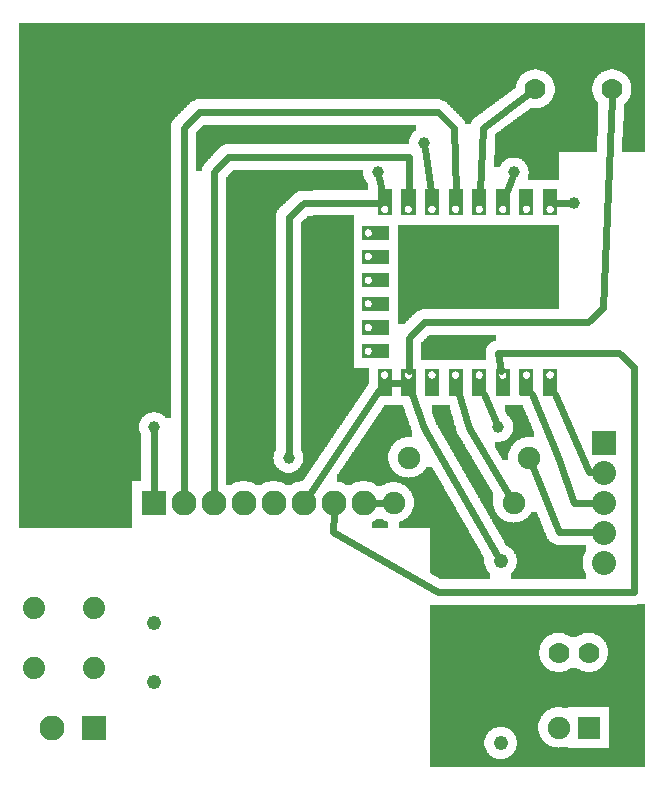
<source format=gtl>
G04 MADE WITH FRITZING*
G04 WWW.FRITZING.ORG*
G04 DOUBLE SIDED*
G04 HOLES PLATED*
G04 CONTOUR ON CENTER OF CONTOUR VECTOR*
%ASAXBY*%
%FSLAX23Y23*%
%MOIN*%
%OFA0B0*%
%SFA1.0B1.0*%
%ADD10C,0.075000*%
%ADD11C,0.074000*%
%ADD12C,0.047978*%
%ADD13C,0.080000*%
%ADD14C,0.070000*%
%ADD15C,0.083307*%
%ADD16C,0.039370*%
%ADD17R,0.080000X0.080000*%
%ADD18R,0.075000X0.075000*%
%ADD19R,0.083307X0.083307*%
%ADD20C,0.024000*%
%ADD21R,0.001000X0.001000*%
%LNCOPPER1*%
G90*
G70*
G54D10*
X122Y2447D03*
X806Y1951D03*
X1381Y1774D03*
X1281Y1179D03*
X1750Y786D03*
X2013Y515D03*
G54D11*
X87Y372D03*
X87Y572D03*
X87Y372D03*
X87Y572D03*
X287Y572D03*
X287Y372D03*
X287Y572D03*
X287Y372D03*
G54D12*
X487Y325D03*
X487Y522D03*
X1644Y727D03*
X1644Y121D03*
G54D13*
X1987Y1122D03*
X1987Y1022D03*
X1987Y922D03*
X1987Y822D03*
X1987Y722D03*
G54D10*
X1937Y172D03*
X1837Y172D03*
G54D14*
X1937Y422D03*
X1837Y422D03*
X1937Y422D03*
X1837Y422D03*
G54D10*
X1687Y922D03*
X1287Y922D03*
X1737Y1072D03*
X1337Y1072D03*
G54D15*
X487Y922D03*
X587Y922D03*
X687Y922D03*
X787Y922D03*
X887Y922D03*
X987Y922D03*
X1087Y922D03*
X1187Y922D03*
G54D14*
X2015Y2300D03*
X1759Y2300D03*
X2015Y2300D03*
X1759Y2300D03*
G54D16*
X1389Y2121D03*
X1888Y1921D03*
X1688Y2023D03*
X1235Y2023D03*
X937Y1071D03*
X488Y1173D03*
X1636Y1173D03*
G54D15*
X287Y172D03*
X149Y172D03*
G54D17*
X1987Y1122D03*
G54D18*
X1937Y172D03*
G54D19*
X487Y922D03*
X287Y172D03*
G54D20*
X1319Y1322D02*
X1277Y1322D01*
D02*
X1350Y1283D02*
X1388Y1172D01*
D02*
X1388Y1172D02*
X1633Y746D01*
D02*
X1538Y1172D02*
X1506Y1283D01*
D02*
X1673Y947D02*
X1538Y1172D01*
D02*
X1240Y1296D02*
X1006Y949D01*
D02*
X1956Y922D02*
X1889Y921D01*
D02*
X1836Y1073D02*
X1747Y1283D01*
D02*
X1889Y921D02*
X1836Y1073D01*
D02*
X1956Y1023D02*
X1938Y1023D01*
D02*
X1938Y1023D02*
X1826Y1283D01*
D02*
X1837Y824D02*
X1748Y1046D01*
D02*
X1956Y823D02*
X1837Y824D01*
D02*
X689Y2023D02*
X736Y2074D01*
D02*
X736Y2074D02*
X1338Y2074D01*
D02*
X1338Y2074D02*
X1337Y1961D01*
D02*
X687Y955D02*
X689Y2023D01*
D02*
X638Y2223D02*
X1436Y2223D01*
D02*
X1436Y2223D02*
X1487Y2172D01*
D02*
X587Y2172D02*
X638Y2223D01*
D02*
X1487Y2172D02*
X1494Y1961D01*
D02*
X587Y955D02*
X587Y2172D01*
D02*
X1391Y2102D02*
X1411Y1961D01*
D02*
X1585Y2172D02*
X1575Y1961D01*
D02*
X1736Y2283D02*
X1585Y2172D01*
D02*
X1935Y1523D02*
X1986Y1571D01*
D02*
X1389Y1523D02*
X1935Y1523D01*
D02*
X1338Y1472D02*
X1389Y1523D01*
D02*
X1986Y1571D02*
X2014Y2271D01*
D02*
X1337Y1361D02*
X1338Y1472D01*
D02*
X1240Y1922D02*
X988Y1921D01*
D02*
X988Y1921D02*
X937Y1873D01*
D02*
X1869Y1921D02*
X1828Y1922D01*
D02*
X1250Y1961D02*
X1240Y2004D01*
D02*
X1681Y2005D02*
X1666Y1961D01*
D02*
X937Y1873D02*
X937Y1090D01*
D02*
X488Y1154D02*
X487Y955D01*
D02*
X1590Y1283D02*
X1629Y1191D01*
D02*
X2089Y1374D02*
X2038Y1421D01*
D02*
X2038Y1421D02*
X1636Y1421D01*
D02*
X1636Y1421D02*
X1646Y1361D01*
D02*
X2089Y623D02*
X2089Y1374D01*
D02*
X1086Y823D02*
X1436Y623D01*
D02*
X1087Y889D02*
X1086Y823D01*
D02*
X1436Y623D02*
X2089Y623D01*
D02*
X1259Y922D02*
X1220Y922D01*
G36*
X40Y2522D02*
X40Y2366D01*
X2022Y2366D01*
X2022Y2364D01*
X2032Y2364D01*
X2032Y2362D01*
X2038Y2362D01*
X2038Y2360D01*
X2042Y2360D01*
X2042Y2358D01*
X2046Y2358D01*
X2046Y2356D01*
X2050Y2356D01*
X2050Y2354D01*
X2052Y2354D01*
X2052Y2352D01*
X2056Y2352D01*
X2056Y2350D01*
X2058Y2350D01*
X2058Y2348D01*
X2060Y2348D01*
X2060Y2346D01*
X2062Y2346D01*
X2062Y2344D01*
X2064Y2344D01*
X2064Y2342D01*
X2066Y2342D01*
X2066Y2340D01*
X2068Y2340D01*
X2068Y2336D01*
X2070Y2336D01*
X2070Y2334D01*
X2072Y2334D01*
X2072Y2330D01*
X2074Y2330D01*
X2074Y2326D01*
X2076Y2326D01*
X2076Y2320D01*
X2078Y2320D01*
X2078Y2312D01*
X2080Y2312D01*
X2080Y2288D01*
X2078Y2288D01*
X2078Y2280D01*
X2076Y2280D01*
X2076Y2274D01*
X2074Y2274D01*
X2074Y2270D01*
X2072Y2270D01*
X2072Y2268D01*
X2070Y2268D01*
X2070Y2264D01*
X2068Y2264D01*
X2068Y2262D01*
X2066Y2262D01*
X2066Y2258D01*
X2064Y2258D01*
X2064Y2256D01*
X2062Y2256D01*
X2062Y2254D01*
X2060Y2254D01*
X2060Y2252D01*
X2058Y2252D01*
X2058Y2250D01*
X2056Y2250D01*
X2056Y2244D01*
X2054Y2244D01*
X2054Y2194D01*
X2052Y2194D01*
X2052Y2142D01*
X2050Y2142D01*
X2050Y2090D01*
X2124Y2090D01*
X2124Y2522D01*
X40Y2522D01*
G37*
D02*
G36*
X40Y2366D02*
X40Y2266D01*
X1442Y2266D01*
X1442Y2264D01*
X1450Y2264D01*
X1450Y2262D01*
X1454Y2262D01*
X1454Y2260D01*
X1458Y2260D01*
X1458Y2258D01*
X1462Y2258D01*
X1462Y2256D01*
X1464Y2256D01*
X1464Y2254D01*
X1466Y2254D01*
X1466Y2252D01*
X1468Y2252D01*
X1468Y2250D01*
X1470Y2250D01*
X1470Y2248D01*
X1472Y2248D01*
X1472Y2246D01*
X1474Y2246D01*
X1474Y2244D01*
X1476Y2244D01*
X1476Y2242D01*
X1478Y2242D01*
X1478Y2240D01*
X1480Y2240D01*
X1480Y2238D01*
X1482Y2238D01*
X1482Y2236D01*
X1484Y2236D01*
X1484Y2234D01*
X1486Y2234D01*
X1486Y2232D01*
X1488Y2232D01*
X1488Y2230D01*
X1490Y2230D01*
X1490Y2228D01*
X1492Y2228D01*
X1492Y2226D01*
X1494Y2226D01*
X1494Y2224D01*
X1496Y2224D01*
X1496Y2222D01*
X1498Y2222D01*
X1498Y2220D01*
X1500Y2220D01*
X1500Y2218D01*
X1502Y2218D01*
X1502Y2216D01*
X1504Y2216D01*
X1504Y2214D01*
X1506Y2214D01*
X1506Y2212D01*
X1508Y2212D01*
X1508Y2210D01*
X1510Y2210D01*
X1510Y2208D01*
X1512Y2208D01*
X1512Y2206D01*
X1514Y2206D01*
X1514Y2204D01*
X1516Y2204D01*
X1516Y2202D01*
X1518Y2202D01*
X1518Y2200D01*
X1520Y2200D01*
X1520Y2198D01*
X1522Y2198D01*
X1522Y2194D01*
X1524Y2194D01*
X1524Y2190D01*
X1526Y2190D01*
X1526Y2184D01*
X1546Y2184D01*
X1546Y2190D01*
X1548Y2190D01*
X1548Y2194D01*
X1550Y2194D01*
X1550Y2196D01*
X1552Y2196D01*
X1552Y2200D01*
X1554Y2200D01*
X1554Y2202D01*
X1556Y2202D01*
X1556Y2204D01*
X1560Y2204D01*
X1560Y2206D01*
X1562Y2206D01*
X1562Y2208D01*
X1564Y2208D01*
X1564Y2210D01*
X1566Y2210D01*
X1566Y2212D01*
X1570Y2212D01*
X1570Y2214D01*
X1572Y2214D01*
X1572Y2216D01*
X1576Y2216D01*
X1576Y2218D01*
X1578Y2218D01*
X1578Y2220D01*
X1580Y2220D01*
X1580Y2222D01*
X1584Y2222D01*
X1584Y2224D01*
X1586Y2224D01*
X1586Y2226D01*
X1588Y2226D01*
X1588Y2228D01*
X1592Y2228D01*
X1592Y2230D01*
X1594Y2230D01*
X1594Y2232D01*
X1596Y2232D01*
X1596Y2234D01*
X1600Y2234D01*
X1600Y2236D01*
X1602Y2236D01*
X1602Y2238D01*
X1604Y2238D01*
X1604Y2240D01*
X1608Y2240D01*
X1608Y2242D01*
X1610Y2242D01*
X1610Y2244D01*
X1614Y2244D01*
X1614Y2246D01*
X1616Y2246D01*
X1616Y2248D01*
X1618Y2248D01*
X1618Y2250D01*
X1622Y2250D01*
X1622Y2252D01*
X1624Y2252D01*
X1624Y2254D01*
X1626Y2254D01*
X1626Y2256D01*
X1630Y2256D01*
X1630Y2258D01*
X1632Y2258D01*
X1632Y2260D01*
X1634Y2260D01*
X1634Y2262D01*
X1638Y2262D01*
X1638Y2264D01*
X1640Y2264D01*
X1640Y2266D01*
X1644Y2266D01*
X1644Y2268D01*
X1646Y2268D01*
X1646Y2270D01*
X1648Y2270D01*
X1648Y2272D01*
X1652Y2272D01*
X1652Y2274D01*
X1654Y2274D01*
X1654Y2276D01*
X1656Y2276D01*
X1656Y2278D01*
X1660Y2278D01*
X1660Y2280D01*
X1662Y2280D01*
X1662Y2282D01*
X1664Y2282D01*
X1664Y2284D01*
X1668Y2284D01*
X1668Y2286D01*
X1670Y2286D01*
X1670Y2288D01*
X1672Y2288D01*
X1672Y2290D01*
X1676Y2290D01*
X1676Y2292D01*
X1678Y2292D01*
X1678Y2294D01*
X1682Y2294D01*
X1682Y2296D01*
X1684Y2296D01*
X1684Y2298D01*
X1686Y2298D01*
X1686Y2300D01*
X1690Y2300D01*
X1690Y2302D01*
X1692Y2302D01*
X1692Y2304D01*
X1694Y2304D01*
X1694Y2310D01*
X1696Y2310D01*
X1696Y2318D01*
X1698Y2318D01*
X1698Y2324D01*
X1700Y2324D01*
X1700Y2328D01*
X1702Y2328D01*
X1702Y2332D01*
X1704Y2332D01*
X1704Y2336D01*
X1706Y2336D01*
X1706Y2338D01*
X1708Y2338D01*
X1708Y2342D01*
X1710Y2342D01*
X1710Y2344D01*
X1712Y2344D01*
X1712Y2346D01*
X1714Y2346D01*
X1714Y2348D01*
X1716Y2348D01*
X1716Y2350D01*
X1718Y2350D01*
X1718Y2352D01*
X1722Y2352D01*
X1722Y2354D01*
X1724Y2354D01*
X1724Y2356D01*
X1728Y2356D01*
X1728Y2358D01*
X1732Y2358D01*
X1732Y2360D01*
X1736Y2360D01*
X1736Y2362D01*
X1742Y2362D01*
X1742Y2364D01*
X1754Y2364D01*
X1754Y2366D01*
X40Y2366D01*
G37*
D02*
G36*
X1766Y2366D02*
X1766Y2364D01*
X1776Y2364D01*
X1776Y2362D01*
X1782Y2362D01*
X1782Y2360D01*
X1788Y2360D01*
X1788Y2358D01*
X1790Y2358D01*
X1790Y2356D01*
X1794Y2356D01*
X1794Y2354D01*
X1796Y2354D01*
X1796Y2352D01*
X1800Y2352D01*
X1800Y2350D01*
X1802Y2350D01*
X1802Y2348D01*
X1804Y2348D01*
X1804Y2346D01*
X1806Y2346D01*
X1806Y2344D01*
X1808Y2344D01*
X1808Y2342D01*
X1810Y2342D01*
X1810Y2340D01*
X1812Y2340D01*
X1812Y2336D01*
X1814Y2336D01*
X1814Y2334D01*
X1816Y2334D01*
X1816Y2330D01*
X1818Y2330D01*
X1818Y2326D01*
X1820Y2326D01*
X1820Y2320D01*
X1822Y2320D01*
X1822Y2312D01*
X1824Y2312D01*
X1824Y2288D01*
X1822Y2288D01*
X1822Y2280D01*
X1820Y2280D01*
X1820Y2274D01*
X1818Y2274D01*
X1818Y2270D01*
X1816Y2270D01*
X1816Y2268D01*
X1814Y2268D01*
X1814Y2264D01*
X1812Y2264D01*
X1812Y2262D01*
X1810Y2262D01*
X1810Y2258D01*
X1808Y2258D01*
X1808Y2256D01*
X1806Y2256D01*
X1806Y2254D01*
X1804Y2254D01*
X1804Y2252D01*
X1802Y2252D01*
X1802Y2250D01*
X1798Y2250D01*
X1798Y2248D01*
X1796Y2248D01*
X1796Y2246D01*
X1792Y2246D01*
X1792Y2244D01*
X1790Y2244D01*
X1790Y2242D01*
X1786Y2242D01*
X1786Y2240D01*
X1780Y2240D01*
X1780Y2238D01*
X1774Y2238D01*
X1774Y2236D01*
X1742Y2236D01*
X1742Y2234D01*
X1738Y2234D01*
X1738Y2232D01*
X1736Y2232D01*
X1736Y2230D01*
X1734Y2230D01*
X1734Y2228D01*
X1730Y2228D01*
X1730Y2226D01*
X1728Y2226D01*
X1728Y2224D01*
X1724Y2224D01*
X1724Y2222D01*
X1722Y2222D01*
X1722Y2220D01*
X1720Y2220D01*
X1720Y2218D01*
X1716Y2218D01*
X1716Y2216D01*
X1714Y2216D01*
X1714Y2214D01*
X1712Y2214D01*
X1712Y2212D01*
X1708Y2212D01*
X1708Y2210D01*
X1706Y2210D01*
X1706Y2208D01*
X1704Y2208D01*
X1704Y2206D01*
X1700Y2206D01*
X1700Y2204D01*
X1698Y2204D01*
X1698Y2202D01*
X1696Y2202D01*
X1696Y2200D01*
X1692Y2200D01*
X1692Y2198D01*
X1690Y2198D01*
X1690Y2196D01*
X1686Y2196D01*
X1686Y2194D01*
X1684Y2194D01*
X1684Y2192D01*
X1682Y2192D01*
X1682Y2190D01*
X1678Y2190D01*
X1678Y2188D01*
X1676Y2188D01*
X1676Y2186D01*
X1674Y2186D01*
X1674Y2184D01*
X1670Y2184D01*
X1670Y2182D01*
X1668Y2182D01*
X1668Y2180D01*
X1666Y2180D01*
X1666Y2178D01*
X1662Y2178D01*
X1662Y2176D01*
X1660Y2176D01*
X1660Y2174D01*
X1656Y2174D01*
X1656Y2172D01*
X1654Y2172D01*
X1654Y2170D01*
X1652Y2170D01*
X1652Y2168D01*
X1648Y2168D01*
X1648Y2166D01*
X1646Y2166D01*
X1646Y2164D01*
X1644Y2164D01*
X1644Y2162D01*
X1640Y2162D01*
X1640Y2160D01*
X1638Y2160D01*
X1638Y2158D01*
X1636Y2158D01*
X1636Y2156D01*
X1632Y2156D01*
X1632Y2154D01*
X1630Y2154D01*
X1630Y2152D01*
X1628Y2152D01*
X1628Y2150D01*
X1626Y2150D01*
X1626Y2122D01*
X1624Y2122D01*
X1624Y2080D01*
X1622Y2080D01*
X1622Y2072D01*
X1700Y2072D01*
X1700Y2070D01*
X1706Y2070D01*
X1706Y2068D01*
X1710Y2068D01*
X1710Y2066D01*
X1714Y2066D01*
X1714Y2064D01*
X1716Y2064D01*
X1716Y2062D01*
X1720Y2062D01*
X1720Y2060D01*
X1722Y2060D01*
X1722Y2058D01*
X1724Y2058D01*
X1724Y2056D01*
X1726Y2056D01*
X1726Y2052D01*
X1728Y2052D01*
X1728Y2050D01*
X1730Y2050D01*
X1730Y2046D01*
X1732Y2046D01*
X1732Y2042D01*
X1734Y2042D01*
X1734Y2038D01*
X1736Y2038D01*
X1736Y2028D01*
X1738Y2028D01*
X1738Y2018D01*
X1736Y2018D01*
X1736Y1996D01*
X1838Y1996D01*
X1838Y2090D01*
X1964Y2090D01*
X1964Y2094D01*
X1966Y2094D01*
X1966Y2144D01*
X1968Y2144D01*
X1968Y2196D01*
X1970Y2196D01*
X1970Y2254D01*
X1968Y2254D01*
X1968Y2256D01*
X1966Y2256D01*
X1966Y2260D01*
X1964Y2260D01*
X1964Y2262D01*
X1962Y2262D01*
X1962Y2264D01*
X1960Y2264D01*
X1960Y2268D01*
X1958Y2268D01*
X1958Y2272D01*
X1956Y2272D01*
X1956Y2276D01*
X1954Y2276D01*
X1954Y2282D01*
X1952Y2282D01*
X1952Y2290D01*
X1950Y2290D01*
X1950Y2310D01*
X1952Y2310D01*
X1952Y2320D01*
X1954Y2320D01*
X1954Y2324D01*
X1956Y2324D01*
X1956Y2330D01*
X1958Y2330D01*
X1958Y2332D01*
X1960Y2332D01*
X1960Y2336D01*
X1962Y2336D01*
X1962Y2338D01*
X1964Y2338D01*
X1964Y2342D01*
X1966Y2342D01*
X1966Y2344D01*
X1968Y2344D01*
X1968Y2346D01*
X1970Y2346D01*
X1970Y2348D01*
X1972Y2348D01*
X1972Y2350D01*
X1974Y2350D01*
X1974Y2352D01*
X1978Y2352D01*
X1978Y2354D01*
X1980Y2354D01*
X1980Y2356D01*
X1984Y2356D01*
X1984Y2358D01*
X1988Y2358D01*
X1988Y2360D01*
X1992Y2360D01*
X1992Y2362D01*
X1998Y2362D01*
X1998Y2364D01*
X2010Y2364D01*
X2010Y2366D01*
X1766Y2366D01*
G37*
D02*
G36*
X40Y2266D02*
X40Y1224D01*
X494Y1224D01*
X494Y1222D01*
X502Y1222D01*
X502Y1220D01*
X508Y1220D01*
X508Y1218D01*
X512Y1218D01*
X512Y1216D01*
X516Y1216D01*
X516Y1214D01*
X518Y1214D01*
X518Y1212D01*
X520Y1212D01*
X520Y1210D01*
X524Y1210D01*
X524Y1206D01*
X526Y1206D01*
X526Y1204D01*
X546Y1204D01*
X546Y1304D01*
X544Y1304D01*
X544Y2178D01*
X546Y2178D01*
X546Y2186D01*
X548Y2186D01*
X548Y2190D01*
X550Y2190D01*
X550Y2194D01*
X552Y2194D01*
X552Y2198D01*
X554Y2198D01*
X554Y2200D01*
X556Y2200D01*
X556Y2202D01*
X558Y2202D01*
X558Y2204D01*
X560Y2204D01*
X560Y2206D01*
X562Y2206D01*
X562Y2208D01*
X564Y2208D01*
X564Y2210D01*
X566Y2210D01*
X566Y2212D01*
X568Y2212D01*
X568Y2214D01*
X570Y2214D01*
X570Y2216D01*
X572Y2216D01*
X572Y2218D01*
X574Y2218D01*
X574Y2220D01*
X576Y2220D01*
X576Y2222D01*
X578Y2222D01*
X578Y2224D01*
X580Y2224D01*
X580Y2226D01*
X582Y2226D01*
X582Y2228D01*
X584Y2228D01*
X584Y2230D01*
X586Y2230D01*
X586Y2232D01*
X588Y2232D01*
X588Y2234D01*
X590Y2234D01*
X590Y2236D01*
X592Y2236D01*
X592Y2238D01*
X594Y2238D01*
X594Y2240D01*
X596Y2240D01*
X596Y2242D01*
X598Y2242D01*
X598Y2244D01*
X600Y2244D01*
X600Y2246D01*
X602Y2246D01*
X602Y2248D01*
X604Y2248D01*
X604Y2250D01*
X606Y2250D01*
X606Y2252D01*
X608Y2252D01*
X608Y2254D01*
X610Y2254D01*
X610Y2256D01*
X612Y2256D01*
X612Y2258D01*
X616Y2258D01*
X616Y2260D01*
X618Y2260D01*
X618Y2262D01*
X624Y2262D01*
X624Y2264D01*
X630Y2264D01*
X630Y2266D01*
X40Y2266D01*
G37*
D02*
G36*
X1622Y2072D02*
X1622Y2040D01*
X1642Y2040D01*
X1642Y2044D01*
X1644Y2044D01*
X1644Y2048D01*
X1646Y2048D01*
X1646Y2052D01*
X1648Y2052D01*
X1648Y2054D01*
X1650Y2054D01*
X1650Y2056D01*
X1652Y2056D01*
X1652Y2058D01*
X1654Y2058D01*
X1654Y2060D01*
X1656Y2060D01*
X1656Y2062D01*
X1658Y2062D01*
X1658Y2064D01*
X1662Y2064D01*
X1662Y2066D01*
X1666Y2066D01*
X1666Y2068D01*
X1668Y2068D01*
X1668Y2070D01*
X1676Y2070D01*
X1676Y2072D01*
X1622Y2072D01*
G37*
D02*
G36*
X40Y1224D02*
X40Y838D01*
X416Y838D01*
X416Y994D01*
X446Y994D01*
X446Y1150D01*
X444Y1150D01*
X444Y1154D01*
X442Y1154D01*
X442Y1160D01*
X440Y1160D01*
X440Y1168D01*
X438Y1168D01*
X438Y1180D01*
X440Y1180D01*
X440Y1188D01*
X442Y1188D01*
X442Y1194D01*
X444Y1194D01*
X444Y1198D01*
X446Y1198D01*
X446Y1200D01*
X448Y1200D01*
X448Y1204D01*
X450Y1204D01*
X450Y1206D01*
X452Y1206D01*
X452Y1208D01*
X454Y1208D01*
X454Y1210D01*
X456Y1210D01*
X456Y1212D01*
X458Y1212D01*
X458Y1214D01*
X462Y1214D01*
X462Y1216D01*
X464Y1216D01*
X464Y1218D01*
X468Y1218D01*
X468Y1220D01*
X474Y1220D01*
X474Y1222D01*
X482Y1222D01*
X482Y1224D01*
X40Y1224D01*
G37*
D02*
G36*
X654Y2182D02*
X654Y2180D01*
X652Y2180D01*
X652Y2178D01*
X650Y2178D01*
X650Y2176D01*
X648Y2176D01*
X648Y2174D01*
X646Y2174D01*
X646Y2172D01*
X644Y2172D01*
X644Y2170D01*
X642Y2170D01*
X642Y2168D01*
X640Y2168D01*
X640Y2166D01*
X638Y2166D01*
X638Y2164D01*
X636Y2164D01*
X636Y2162D01*
X634Y2162D01*
X634Y2160D01*
X632Y2160D01*
X632Y2158D01*
X630Y2158D01*
X630Y2156D01*
X628Y2156D01*
X628Y2028D01*
X648Y2028D01*
X648Y2036D01*
X650Y2036D01*
X650Y2042D01*
X652Y2042D01*
X652Y2044D01*
X654Y2044D01*
X654Y2048D01*
X656Y2048D01*
X656Y2050D01*
X658Y2050D01*
X658Y2052D01*
X660Y2052D01*
X660Y2054D01*
X662Y2054D01*
X662Y2058D01*
X664Y2058D01*
X664Y2060D01*
X666Y2060D01*
X666Y2062D01*
X668Y2062D01*
X668Y2064D01*
X670Y2064D01*
X670Y2066D01*
X672Y2066D01*
X672Y2068D01*
X674Y2068D01*
X674Y2070D01*
X676Y2070D01*
X676Y2072D01*
X678Y2072D01*
X678Y2074D01*
X680Y2074D01*
X680Y2076D01*
X682Y2076D01*
X682Y2078D01*
X684Y2078D01*
X684Y2080D01*
X686Y2080D01*
X686Y2084D01*
X688Y2084D01*
X688Y2086D01*
X690Y2086D01*
X690Y2088D01*
X692Y2088D01*
X692Y2090D01*
X694Y2090D01*
X694Y2092D01*
X696Y2092D01*
X696Y2094D01*
X698Y2094D01*
X698Y2096D01*
X700Y2096D01*
X700Y2098D01*
X702Y2098D01*
X702Y2100D01*
X704Y2100D01*
X704Y2102D01*
X706Y2102D01*
X706Y2104D01*
X708Y2104D01*
X708Y2106D01*
X710Y2106D01*
X710Y2108D01*
X712Y2108D01*
X712Y2110D01*
X716Y2110D01*
X716Y2112D01*
X720Y2112D01*
X720Y2114D01*
X726Y2114D01*
X726Y2116D01*
X1340Y2116D01*
X1340Y2134D01*
X1342Y2134D01*
X1342Y2140D01*
X1344Y2140D01*
X1344Y2144D01*
X1346Y2144D01*
X1346Y2148D01*
X1348Y2148D01*
X1348Y2150D01*
X1350Y2150D01*
X1350Y2154D01*
X1352Y2154D01*
X1352Y2156D01*
X1354Y2156D01*
X1354Y2158D01*
X1356Y2158D01*
X1356Y2160D01*
X1360Y2160D01*
X1360Y2162D01*
X1362Y2162D01*
X1362Y2182D01*
X654Y2182D01*
G37*
D02*
G36*
X754Y2032D02*
X754Y2030D01*
X752Y2030D01*
X752Y2028D01*
X750Y2028D01*
X750Y2026D01*
X748Y2026D01*
X748Y2024D01*
X746Y2024D01*
X746Y2022D01*
X744Y2022D01*
X744Y2020D01*
X742Y2020D01*
X742Y2018D01*
X740Y2018D01*
X740Y2016D01*
X738Y2016D01*
X738Y2014D01*
X736Y2014D01*
X736Y2012D01*
X734Y2012D01*
X734Y2008D01*
X732Y2008D01*
X732Y2006D01*
X730Y2006D01*
X730Y1022D01*
X926Y1022D01*
X926Y1024D01*
X920Y1024D01*
X920Y1026D01*
X914Y1026D01*
X914Y1028D01*
X912Y1028D01*
X912Y1030D01*
X908Y1030D01*
X908Y1032D01*
X906Y1032D01*
X906Y1034D01*
X904Y1034D01*
X904Y1036D01*
X900Y1036D01*
X900Y1040D01*
X898Y1040D01*
X898Y1042D01*
X896Y1042D01*
X896Y1044D01*
X894Y1044D01*
X894Y1048D01*
X892Y1048D01*
X892Y1052D01*
X890Y1052D01*
X890Y1058D01*
X888Y1058D01*
X888Y1068D01*
X886Y1068D01*
X886Y1074D01*
X888Y1074D01*
X888Y1086D01*
X890Y1086D01*
X890Y1092D01*
X892Y1092D01*
X892Y1094D01*
X894Y1094D01*
X894Y1880D01*
X896Y1880D01*
X896Y1888D01*
X898Y1888D01*
X898Y1892D01*
X900Y1892D01*
X900Y1896D01*
X902Y1896D01*
X902Y1898D01*
X904Y1898D01*
X904Y1902D01*
X906Y1902D01*
X906Y1904D01*
X908Y1904D01*
X908Y1906D01*
X910Y1906D01*
X910Y1908D01*
X912Y1908D01*
X912Y1910D01*
X916Y1910D01*
X916Y1912D01*
X918Y1912D01*
X918Y1914D01*
X920Y1914D01*
X920Y1916D01*
X922Y1916D01*
X922Y1918D01*
X924Y1918D01*
X924Y1920D01*
X926Y1920D01*
X926Y1922D01*
X928Y1922D01*
X928Y1924D01*
X930Y1924D01*
X930Y1926D01*
X932Y1926D01*
X932Y1928D01*
X934Y1928D01*
X934Y1930D01*
X936Y1930D01*
X936Y1932D01*
X938Y1932D01*
X938Y1934D01*
X942Y1934D01*
X942Y1936D01*
X944Y1936D01*
X944Y1938D01*
X946Y1938D01*
X946Y1940D01*
X948Y1940D01*
X948Y1942D01*
X950Y1942D01*
X950Y1944D01*
X952Y1944D01*
X952Y1946D01*
X954Y1946D01*
X954Y1948D01*
X956Y1948D01*
X956Y1950D01*
X958Y1950D01*
X958Y1952D01*
X960Y1952D01*
X960Y1954D01*
X964Y1954D01*
X964Y1956D01*
X966Y1956D01*
X966Y1958D01*
X970Y1958D01*
X970Y1960D01*
X976Y1960D01*
X976Y1962D01*
X1018Y1962D01*
X1018Y1964D01*
X1202Y1964D01*
X1202Y1986D01*
X1200Y1986D01*
X1200Y1990D01*
X1198Y1990D01*
X1198Y1992D01*
X1196Y1992D01*
X1196Y1994D01*
X1194Y1994D01*
X1194Y1998D01*
X1192Y1998D01*
X1192Y2002D01*
X1190Y2002D01*
X1190Y2006D01*
X1188Y2006D01*
X1188Y2012D01*
X1186Y2012D01*
X1186Y2032D01*
X754Y2032D01*
G37*
D02*
G36*
X1020Y1880D02*
X1020Y1878D01*
X1002Y1878D01*
X1002Y1876D01*
X1000Y1876D01*
X1000Y1874D01*
X998Y1874D01*
X998Y1872D01*
X996Y1872D01*
X996Y1870D01*
X994Y1870D01*
X994Y1868D01*
X992Y1868D01*
X992Y1866D01*
X990Y1866D01*
X990Y1864D01*
X986Y1864D01*
X986Y1862D01*
X984Y1862D01*
X984Y1860D01*
X982Y1860D01*
X982Y1858D01*
X980Y1858D01*
X980Y1856D01*
X978Y1856D01*
X978Y1096D01*
X980Y1096D01*
X980Y1094D01*
X982Y1094D01*
X982Y1088D01*
X984Y1088D01*
X984Y1082D01*
X986Y1082D01*
X986Y1060D01*
X984Y1060D01*
X984Y1054D01*
X982Y1054D01*
X982Y1050D01*
X980Y1050D01*
X980Y1046D01*
X978Y1046D01*
X978Y1044D01*
X976Y1044D01*
X976Y1040D01*
X974Y1040D01*
X974Y1038D01*
X972Y1038D01*
X972Y1036D01*
X970Y1036D01*
X970Y1034D01*
X968Y1034D01*
X968Y1032D01*
X964Y1032D01*
X964Y1030D01*
X962Y1030D01*
X962Y1028D01*
X958Y1028D01*
X958Y1026D01*
X954Y1026D01*
X954Y1024D01*
X948Y1024D01*
X948Y1022D01*
X1004Y1022D01*
X1004Y1024D01*
X1006Y1024D01*
X1006Y1026D01*
X1008Y1026D01*
X1008Y1030D01*
X1010Y1030D01*
X1010Y1032D01*
X1012Y1032D01*
X1012Y1036D01*
X1014Y1036D01*
X1014Y1038D01*
X1016Y1038D01*
X1016Y1042D01*
X1018Y1042D01*
X1018Y1044D01*
X1020Y1044D01*
X1020Y1048D01*
X1022Y1048D01*
X1022Y1050D01*
X1024Y1050D01*
X1024Y1052D01*
X1026Y1052D01*
X1026Y1056D01*
X1028Y1056D01*
X1028Y1058D01*
X1030Y1058D01*
X1030Y1062D01*
X1032Y1062D01*
X1032Y1064D01*
X1034Y1064D01*
X1034Y1068D01*
X1036Y1068D01*
X1036Y1070D01*
X1038Y1070D01*
X1038Y1074D01*
X1040Y1074D01*
X1040Y1076D01*
X1042Y1076D01*
X1042Y1080D01*
X1044Y1080D01*
X1044Y1082D01*
X1046Y1082D01*
X1046Y1086D01*
X1048Y1086D01*
X1048Y1088D01*
X1050Y1088D01*
X1050Y1092D01*
X1052Y1092D01*
X1052Y1094D01*
X1054Y1094D01*
X1054Y1098D01*
X1056Y1098D01*
X1056Y1100D01*
X1058Y1100D01*
X1058Y1104D01*
X1060Y1104D01*
X1060Y1106D01*
X1062Y1106D01*
X1062Y1108D01*
X1064Y1108D01*
X1064Y1112D01*
X1066Y1112D01*
X1066Y1114D01*
X1068Y1114D01*
X1068Y1118D01*
X1070Y1118D01*
X1070Y1120D01*
X1072Y1120D01*
X1072Y1124D01*
X1074Y1124D01*
X1074Y1126D01*
X1076Y1126D01*
X1076Y1130D01*
X1078Y1130D01*
X1078Y1132D01*
X1080Y1132D01*
X1080Y1136D01*
X1082Y1136D01*
X1082Y1138D01*
X1084Y1138D01*
X1084Y1142D01*
X1086Y1142D01*
X1086Y1144D01*
X1088Y1144D01*
X1088Y1148D01*
X1090Y1148D01*
X1090Y1150D01*
X1092Y1150D01*
X1092Y1154D01*
X1094Y1154D01*
X1094Y1156D01*
X1096Y1156D01*
X1096Y1160D01*
X1098Y1160D01*
X1098Y1162D01*
X1100Y1162D01*
X1100Y1166D01*
X1102Y1166D01*
X1102Y1168D01*
X1104Y1168D01*
X1104Y1170D01*
X1106Y1170D01*
X1106Y1174D01*
X1108Y1174D01*
X1108Y1176D01*
X1110Y1176D01*
X1110Y1180D01*
X1112Y1180D01*
X1112Y1182D01*
X1114Y1182D01*
X1114Y1186D01*
X1116Y1186D01*
X1116Y1188D01*
X1118Y1188D01*
X1118Y1192D01*
X1120Y1192D01*
X1120Y1194D01*
X1122Y1194D01*
X1122Y1198D01*
X1124Y1198D01*
X1124Y1200D01*
X1126Y1200D01*
X1126Y1204D01*
X1128Y1204D01*
X1128Y1206D01*
X1130Y1206D01*
X1130Y1210D01*
X1132Y1210D01*
X1132Y1212D01*
X1134Y1212D01*
X1134Y1216D01*
X1136Y1216D01*
X1136Y1218D01*
X1138Y1218D01*
X1138Y1222D01*
X1140Y1222D01*
X1140Y1224D01*
X1142Y1224D01*
X1142Y1226D01*
X1144Y1226D01*
X1144Y1230D01*
X1146Y1230D01*
X1146Y1232D01*
X1148Y1232D01*
X1148Y1236D01*
X1150Y1236D01*
X1150Y1238D01*
X1152Y1238D01*
X1152Y1242D01*
X1154Y1242D01*
X1154Y1244D01*
X1156Y1244D01*
X1156Y1248D01*
X1158Y1248D01*
X1158Y1250D01*
X1160Y1250D01*
X1160Y1254D01*
X1162Y1254D01*
X1162Y1256D01*
X1164Y1256D01*
X1164Y1260D01*
X1166Y1260D01*
X1166Y1262D01*
X1168Y1262D01*
X1168Y1266D01*
X1170Y1266D01*
X1170Y1268D01*
X1172Y1268D01*
X1172Y1272D01*
X1174Y1272D01*
X1174Y1274D01*
X1176Y1274D01*
X1176Y1278D01*
X1178Y1278D01*
X1178Y1280D01*
X1180Y1280D01*
X1180Y1282D01*
X1182Y1282D01*
X1182Y1286D01*
X1184Y1286D01*
X1184Y1288D01*
X1186Y1288D01*
X1186Y1292D01*
X1188Y1292D01*
X1188Y1294D01*
X1190Y1294D01*
X1190Y1298D01*
X1192Y1298D01*
X1192Y1300D01*
X1194Y1300D01*
X1194Y1304D01*
X1196Y1304D01*
X1196Y1306D01*
X1198Y1306D01*
X1198Y1310D01*
X1200Y1310D01*
X1200Y1312D01*
X1202Y1312D01*
X1202Y1316D01*
X1204Y1316D01*
X1204Y1372D01*
X1154Y1372D01*
X1154Y1880D01*
X1020Y1880D01*
G37*
D02*
G36*
X730Y1022D02*
X730Y1020D01*
X1004Y1020D01*
X1004Y1022D01*
X730Y1022D01*
G37*
D02*
G36*
X730Y1022D02*
X730Y1020D01*
X1004Y1020D01*
X1004Y1022D01*
X730Y1022D01*
G37*
D02*
G36*
X730Y1020D02*
X730Y994D01*
X898Y994D01*
X898Y992D01*
X908Y992D01*
X908Y990D01*
X914Y990D01*
X914Y988D01*
X918Y988D01*
X918Y986D01*
X922Y986D01*
X922Y984D01*
X926Y984D01*
X926Y982D01*
X950Y982D01*
X950Y984D01*
X952Y984D01*
X952Y986D01*
X956Y986D01*
X956Y988D01*
X960Y988D01*
X960Y990D01*
X966Y990D01*
X966Y992D01*
X976Y992D01*
X976Y994D01*
X986Y994D01*
X986Y996D01*
X988Y996D01*
X988Y1000D01*
X990Y1000D01*
X990Y1002D01*
X992Y1002D01*
X992Y1006D01*
X994Y1006D01*
X994Y1008D01*
X996Y1008D01*
X996Y1012D01*
X998Y1012D01*
X998Y1014D01*
X1000Y1014D01*
X1000Y1018D01*
X1002Y1018D01*
X1002Y1020D01*
X730Y1020D01*
G37*
D02*
G36*
X730Y994D02*
X730Y982D01*
X750Y982D01*
X750Y984D01*
X752Y984D01*
X752Y986D01*
X756Y986D01*
X756Y988D01*
X760Y988D01*
X760Y990D01*
X766Y990D01*
X766Y992D01*
X776Y992D01*
X776Y994D01*
X730Y994D01*
G37*
D02*
G36*
X798Y994D02*
X798Y992D01*
X808Y992D01*
X808Y990D01*
X814Y990D01*
X814Y988D01*
X818Y988D01*
X818Y986D01*
X822Y986D01*
X822Y984D01*
X826Y984D01*
X826Y982D01*
X850Y982D01*
X850Y984D01*
X852Y984D01*
X852Y986D01*
X856Y986D01*
X856Y988D01*
X860Y988D01*
X860Y990D01*
X866Y990D01*
X866Y992D01*
X876Y992D01*
X876Y994D01*
X798Y994D01*
G37*
D02*
G36*
X1302Y1848D02*
X1302Y1516D01*
X1322Y1516D01*
X1322Y1518D01*
X1324Y1518D01*
X1324Y1520D01*
X1326Y1520D01*
X1326Y1522D01*
X1328Y1522D01*
X1328Y1524D01*
X1330Y1524D01*
X1330Y1526D01*
X1332Y1526D01*
X1332Y1528D01*
X1334Y1528D01*
X1334Y1530D01*
X1336Y1530D01*
X1336Y1532D01*
X1338Y1532D01*
X1338Y1534D01*
X1340Y1534D01*
X1340Y1536D01*
X1342Y1536D01*
X1342Y1538D01*
X1344Y1538D01*
X1344Y1540D01*
X1346Y1540D01*
X1346Y1542D01*
X1348Y1542D01*
X1348Y1544D01*
X1350Y1544D01*
X1350Y1546D01*
X1352Y1546D01*
X1352Y1548D01*
X1354Y1548D01*
X1354Y1550D01*
X1356Y1550D01*
X1356Y1552D01*
X1358Y1552D01*
X1358Y1554D01*
X1362Y1554D01*
X1362Y1556D01*
X1364Y1556D01*
X1364Y1558D01*
X1366Y1558D01*
X1366Y1560D01*
X1370Y1560D01*
X1370Y1562D01*
X1374Y1562D01*
X1374Y1564D01*
X1382Y1564D01*
X1382Y1566D01*
X1838Y1566D01*
X1838Y1848D01*
X1302Y1848D01*
G37*
D02*
G36*
X1406Y1482D02*
X1406Y1480D01*
X1404Y1480D01*
X1404Y1478D01*
X1402Y1478D01*
X1402Y1476D01*
X1400Y1476D01*
X1400Y1474D01*
X1398Y1474D01*
X1398Y1472D01*
X1396Y1472D01*
X1396Y1470D01*
X1394Y1470D01*
X1394Y1468D01*
X1392Y1468D01*
X1392Y1466D01*
X1390Y1466D01*
X1390Y1464D01*
X1388Y1464D01*
X1388Y1462D01*
X1386Y1462D01*
X1386Y1460D01*
X1384Y1460D01*
X1384Y1458D01*
X1382Y1458D01*
X1382Y1456D01*
X1380Y1456D01*
X1380Y1396D01*
X1594Y1396D01*
X1594Y1428D01*
X1596Y1428D01*
X1596Y1436D01*
X1598Y1436D01*
X1598Y1440D01*
X1600Y1440D01*
X1600Y1444D01*
X1602Y1444D01*
X1602Y1446D01*
X1604Y1446D01*
X1604Y1448D01*
X1606Y1448D01*
X1606Y1452D01*
X1608Y1452D01*
X1608Y1454D01*
X1612Y1454D01*
X1612Y1456D01*
X1614Y1456D01*
X1614Y1458D01*
X1618Y1458D01*
X1618Y1460D01*
X1622Y1460D01*
X1622Y1462D01*
X1630Y1462D01*
X1630Y1482D01*
X1406Y1482D01*
G37*
D02*
G36*
X1258Y1248D02*
X1258Y1246D01*
X1256Y1246D01*
X1256Y1242D01*
X1254Y1242D01*
X1254Y1240D01*
X1252Y1240D01*
X1252Y1236D01*
X1250Y1236D01*
X1250Y1234D01*
X1248Y1234D01*
X1248Y1230D01*
X1246Y1230D01*
X1246Y1228D01*
X1244Y1228D01*
X1244Y1224D01*
X1242Y1224D01*
X1242Y1222D01*
X1240Y1222D01*
X1240Y1218D01*
X1238Y1218D01*
X1238Y1216D01*
X1236Y1216D01*
X1236Y1212D01*
X1234Y1212D01*
X1234Y1210D01*
X1232Y1210D01*
X1232Y1208D01*
X1230Y1208D01*
X1230Y1204D01*
X1228Y1204D01*
X1228Y1202D01*
X1226Y1202D01*
X1226Y1198D01*
X1224Y1198D01*
X1224Y1196D01*
X1222Y1196D01*
X1222Y1192D01*
X1220Y1192D01*
X1220Y1190D01*
X1218Y1190D01*
X1218Y1186D01*
X1216Y1186D01*
X1216Y1184D01*
X1214Y1184D01*
X1214Y1180D01*
X1212Y1180D01*
X1212Y1178D01*
X1210Y1178D01*
X1210Y1174D01*
X1208Y1174D01*
X1208Y1172D01*
X1206Y1172D01*
X1206Y1168D01*
X1204Y1168D01*
X1204Y1166D01*
X1202Y1166D01*
X1202Y1162D01*
X1200Y1162D01*
X1200Y1160D01*
X1198Y1160D01*
X1198Y1156D01*
X1196Y1156D01*
X1196Y1154D01*
X1194Y1154D01*
X1194Y1150D01*
X1192Y1150D01*
X1192Y1148D01*
X1190Y1148D01*
X1190Y1146D01*
X1188Y1146D01*
X1188Y1142D01*
X1186Y1142D01*
X1186Y1140D01*
X1184Y1140D01*
X1184Y1136D01*
X1182Y1136D01*
X1182Y1134D01*
X1180Y1134D01*
X1180Y1130D01*
X1178Y1130D01*
X1178Y1128D01*
X1176Y1128D01*
X1176Y1124D01*
X1174Y1124D01*
X1174Y1122D01*
X1172Y1122D01*
X1172Y1118D01*
X1170Y1118D01*
X1170Y1116D01*
X1168Y1116D01*
X1168Y1112D01*
X1166Y1112D01*
X1166Y1110D01*
X1164Y1110D01*
X1164Y1106D01*
X1162Y1106D01*
X1162Y1104D01*
X1160Y1104D01*
X1160Y1100D01*
X1158Y1100D01*
X1158Y1098D01*
X1156Y1098D01*
X1156Y1094D01*
X1154Y1094D01*
X1154Y1092D01*
X1152Y1092D01*
X1152Y1090D01*
X1150Y1090D01*
X1150Y1086D01*
X1148Y1086D01*
X1148Y1084D01*
X1146Y1084D01*
X1146Y1080D01*
X1144Y1080D01*
X1144Y1078D01*
X1142Y1078D01*
X1142Y1074D01*
X1140Y1074D01*
X1140Y1072D01*
X1138Y1072D01*
X1138Y1068D01*
X1136Y1068D01*
X1136Y1066D01*
X1134Y1066D01*
X1134Y1062D01*
X1132Y1062D01*
X1132Y1060D01*
X1130Y1060D01*
X1130Y1056D01*
X1128Y1056D01*
X1128Y1054D01*
X1126Y1054D01*
X1126Y1050D01*
X1124Y1050D01*
X1124Y1048D01*
X1122Y1048D01*
X1122Y1044D01*
X1120Y1044D01*
X1120Y1042D01*
X1118Y1042D01*
X1118Y1038D01*
X1116Y1038D01*
X1116Y1036D01*
X1114Y1036D01*
X1114Y1034D01*
X1112Y1034D01*
X1112Y1030D01*
X1110Y1030D01*
X1110Y1028D01*
X1108Y1028D01*
X1108Y1024D01*
X1106Y1024D01*
X1106Y1022D01*
X1104Y1022D01*
X1104Y1018D01*
X1102Y1018D01*
X1102Y1016D01*
X1100Y1016D01*
X1100Y1012D01*
X1098Y1012D01*
X1098Y1004D01*
X1336Y1004D01*
X1336Y1006D01*
X1320Y1006D01*
X1320Y1008D01*
X1314Y1008D01*
X1314Y1010D01*
X1310Y1010D01*
X1310Y1012D01*
X1306Y1012D01*
X1306Y1014D01*
X1302Y1014D01*
X1302Y1016D01*
X1298Y1016D01*
X1298Y1018D01*
X1296Y1018D01*
X1296Y1020D01*
X1294Y1020D01*
X1294Y1022D01*
X1292Y1022D01*
X1292Y1024D01*
X1290Y1024D01*
X1290Y1026D01*
X1288Y1026D01*
X1288Y1028D01*
X1286Y1028D01*
X1286Y1030D01*
X1284Y1030D01*
X1284Y1032D01*
X1282Y1032D01*
X1282Y1036D01*
X1280Y1036D01*
X1280Y1038D01*
X1278Y1038D01*
X1278Y1042D01*
X1276Y1042D01*
X1276Y1046D01*
X1274Y1046D01*
X1274Y1052D01*
X1272Y1052D01*
X1272Y1060D01*
X1270Y1060D01*
X1270Y1086D01*
X1272Y1086D01*
X1272Y1094D01*
X1274Y1094D01*
X1274Y1098D01*
X1276Y1098D01*
X1276Y1102D01*
X1278Y1102D01*
X1278Y1106D01*
X1280Y1106D01*
X1280Y1110D01*
X1282Y1110D01*
X1282Y1112D01*
X1284Y1112D01*
X1284Y1114D01*
X1286Y1114D01*
X1286Y1118D01*
X1288Y1118D01*
X1288Y1120D01*
X1290Y1120D01*
X1290Y1122D01*
X1292Y1122D01*
X1292Y1124D01*
X1296Y1124D01*
X1296Y1126D01*
X1298Y1126D01*
X1298Y1128D01*
X1300Y1128D01*
X1300Y1130D01*
X1304Y1130D01*
X1304Y1132D01*
X1308Y1132D01*
X1308Y1134D01*
X1312Y1134D01*
X1312Y1136D01*
X1318Y1136D01*
X1318Y1138D01*
X1326Y1138D01*
X1326Y1140D01*
X1350Y1140D01*
X1350Y1158D01*
X1348Y1158D01*
X1348Y1164D01*
X1346Y1164D01*
X1346Y1170D01*
X1344Y1170D01*
X1344Y1176D01*
X1342Y1176D01*
X1342Y1182D01*
X1340Y1182D01*
X1340Y1188D01*
X1338Y1188D01*
X1338Y1194D01*
X1336Y1194D01*
X1336Y1198D01*
X1334Y1198D01*
X1334Y1204D01*
X1332Y1204D01*
X1332Y1210D01*
X1330Y1210D01*
X1330Y1216D01*
X1328Y1216D01*
X1328Y1222D01*
X1326Y1222D01*
X1326Y1228D01*
X1324Y1228D01*
X1324Y1234D01*
X1322Y1234D01*
X1322Y1240D01*
X1320Y1240D01*
X1320Y1246D01*
X1318Y1246D01*
X1318Y1248D01*
X1258Y1248D01*
G37*
D02*
G36*
X1396Y1042D02*
X1396Y1038D01*
X1394Y1038D01*
X1394Y1034D01*
X1392Y1034D01*
X1392Y1032D01*
X1390Y1032D01*
X1390Y1030D01*
X1388Y1030D01*
X1388Y1026D01*
X1386Y1026D01*
X1386Y1024D01*
X1384Y1024D01*
X1384Y1022D01*
X1380Y1022D01*
X1380Y1020D01*
X1378Y1020D01*
X1378Y1018D01*
X1376Y1018D01*
X1376Y1016D01*
X1372Y1016D01*
X1372Y1014D01*
X1368Y1014D01*
X1368Y1012D01*
X1366Y1012D01*
X1366Y1010D01*
X1360Y1010D01*
X1360Y1008D01*
X1354Y1008D01*
X1354Y1006D01*
X1338Y1006D01*
X1338Y1004D01*
X1436Y1004D01*
X1436Y1006D01*
X1434Y1006D01*
X1434Y1010D01*
X1432Y1010D01*
X1432Y1014D01*
X1430Y1014D01*
X1430Y1018D01*
X1428Y1018D01*
X1428Y1020D01*
X1426Y1020D01*
X1426Y1024D01*
X1424Y1024D01*
X1424Y1028D01*
X1422Y1028D01*
X1422Y1032D01*
X1420Y1032D01*
X1420Y1034D01*
X1418Y1034D01*
X1418Y1038D01*
X1416Y1038D01*
X1416Y1042D01*
X1396Y1042D01*
G37*
D02*
G36*
X1098Y1004D02*
X1098Y1002D01*
X1438Y1002D01*
X1438Y1004D01*
X1098Y1004D01*
G37*
D02*
G36*
X1098Y1004D02*
X1098Y1002D01*
X1438Y1002D01*
X1438Y1004D01*
X1098Y1004D01*
G37*
D02*
G36*
X1098Y1002D02*
X1098Y994D01*
X1198Y994D01*
X1198Y992D01*
X1208Y992D01*
X1208Y990D01*
X1298Y990D01*
X1298Y988D01*
X1306Y988D01*
X1306Y986D01*
X1312Y986D01*
X1312Y984D01*
X1316Y984D01*
X1316Y982D01*
X1320Y982D01*
X1320Y980D01*
X1324Y980D01*
X1324Y978D01*
X1326Y978D01*
X1326Y976D01*
X1330Y976D01*
X1330Y974D01*
X1332Y974D01*
X1332Y972D01*
X1334Y972D01*
X1334Y970D01*
X1336Y970D01*
X1336Y968D01*
X1338Y968D01*
X1338Y966D01*
X1340Y966D01*
X1340Y962D01*
X1342Y962D01*
X1342Y960D01*
X1344Y960D01*
X1344Y956D01*
X1346Y956D01*
X1346Y954D01*
X1348Y954D01*
X1348Y950D01*
X1350Y950D01*
X1350Y944D01*
X1352Y944D01*
X1352Y938D01*
X1354Y938D01*
X1354Y908D01*
X1352Y908D01*
X1352Y900D01*
X1350Y900D01*
X1350Y896D01*
X1348Y896D01*
X1348Y892D01*
X1346Y892D01*
X1346Y888D01*
X1344Y888D01*
X1344Y884D01*
X1342Y884D01*
X1342Y882D01*
X1340Y882D01*
X1340Y880D01*
X1338Y880D01*
X1338Y876D01*
X1336Y876D01*
X1336Y874D01*
X1334Y874D01*
X1334Y872D01*
X1330Y872D01*
X1330Y870D01*
X1328Y870D01*
X1328Y868D01*
X1326Y868D01*
X1326Y866D01*
X1322Y866D01*
X1322Y864D01*
X1318Y864D01*
X1318Y862D01*
X1316Y862D01*
X1316Y860D01*
X1310Y860D01*
X1310Y858D01*
X1304Y858D01*
X1304Y838D01*
X1410Y838D01*
X1410Y686D01*
X1412Y686D01*
X1412Y684D01*
X1416Y684D01*
X1416Y682D01*
X1420Y682D01*
X1420Y680D01*
X1422Y680D01*
X1422Y678D01*
X1426Y678D01*
X1426Y676D01*
X1430Y676D01*
X1430Y674D01*
X1434Y674D01*
X1434Y672D01*
X1436Y672D01*
X1436Y670D01*
X1440Y670D01*
X1440Y668D01*
X1444Y668D01*
X1444Y666D01*
X1610Y666D01*
X1610Y686D01*
X1608Y686D01*
X1608Y688D01*
X1606Y688D01*
X1606Y690D01*
X1604Y690D01*
X1604Y692D01*
X1602Y692D01*
X1602Y694D01*
X1600Y694D01*
X1600Y698D01*
X1598Y698D01*
X1598Y702D01*
X1596Y702D01*
X1596Y704D01*
X1594Y704D01*
X1594Y710D01*
X1592Y710D01*
X1592Y718D01*
X1590Y718D01*
X1590Y738D01*
X1588Y738D01*
X1588Y742D01*
X1586Y742D01*
X1586Y746D01*
X1584Y746D01*
X1584Y748D01*
X1582Y748D01*
X1582Y752D01*
X1580Y752D01*
X1580Y756D01*
X1578Y756D01*
X1578Y760D01*
X1576Y760D01*
X1576Y762D01*
X1574Y762D01*
X1574Y766D01*
X1572Y766D01*
X1572Y770D01*
X1570Y770D01*
X1570Y774D01*
X1568Y774D01*
X1568Y776D01*
X1566Y776D01*
X1566Y780D01*
X1564Y780D01*
X1564Y784D01*
X1562Y784D01*
X1562Y788D01*
X1560Y788D01*
X1560Y790D01*
X1558Y790D01*
X1558Y794D01*
X1556Y794D01*
X1556Y798D01*
X1554Y798D01*
X1554Y802D01*
X1552Y802D01*
X1552Y804D01*
X1550Y804D01*
X1550Y808D01*
X1548Y808D01*
X1548Y812D01*
X1546Y812D01*
X1546Y816D01*
X1544Y816D01*
X1544Y818D01*
X1542Y818D01*
X1542Y822D01*
X1540Y822D01*
X1540Y826D01*
X1538Y826D01*
X1538Y830D01*
X1536Y830D01*
X1536Y832D01*
X1534Y832D01*
X1534Y836D01*
X1532Y836D01*
X1532Y840D01*
X1530Y840D01*
X1530Y844D01*
X1528Y844D01*
X1528Y846D01*
X1526Y846D01*
X1526Y850D01*
X1524Y850D01*
X1524Y854D01*
X1522Y854D01*
X1522Y858D01*
X1520Y858D01*
X1520Y860D01*
X1518Y860D01*
X1518Y864D01*
X1516Y864D01*
X1516Y868D01*
X1514Y868D01*
X1514Y870D01*
X1512Y870D01*
X1512Y874D01*
X1510Y874D01*
X1510Y878D01*
X1508Y878D01*
X1508Y882D01*
X1506Y882D01*
X1506Y884D01*
X1504Y884D01*
X1504Y888D01*
X1502Y888D01*
X1502Y892D01*
X1500Y892D01*
X1500Y896D01*
X1498Y896D01*
X1498Y898D01*
X1496Y898D01*
X1496Y902D01*
X1494Y902D01*
X1494Y906D01*
X1492Y906D01*
X1492Y910D01*
X1490Y910D01*
X1490Y912D01*
X1488Y912D01*
X1488Y916D01*
X1486Y916D01*
X1486Y920D01*
X1484Y920D01*
X1484Y924D01*
X1482Y924D01*
X1482Y926D01*
X1480Y926D01*
X1480Y930D01*
X1478Y930D01*
X1478Y934D01*
X1476Y934D01*
X1476Y938D01*
X1474Y938D01*
X1474Y940D01*
X1472Y940D01*
X1472Y944D01*
X1470Y944D01*
X1470Y948D01*
X1468Y948D01*
X1468Y952D01*
X1466Y952D01*
X1466Y954D01*
X1464Y954D01*
X1464Y958D01*
X1462Y958D01*
X1462Y962D01*
X1460Y962D01*
X1460Y966D01*
X1458Y966D01*
X1458Y968D01*
X1456Y968D01*
X1456Y972D01*
X1454Y972D01*
X1454Y976D01*
X1452Y976D01*
X1452Y980D01*
X1450Y980D01*
X1450Y982D01*
X1448Y982D01*
X1448Y986D01*
X1446Y986D01*
X1446Y990D01*
X1444Y990D01*
X1444Y994D01*
X1442Y994D01*
X1442Y996D01*
X1440Y996D01*
X1440Y1000D01*
X1438Y1000D01*
X1438Y1002D01*
X1098Y1002D01*
G37*
D02*
G36*
X1098Y994D02*
X1098Y992D01*
X1108Y992D01*
X1108Y990D01*
X1114Y990D01*
X1114Y988D01*
X1118Y988D01*
X1118Y986D01*
X1122Y986D01*
X1122Y984D01*
X1126Y984D01*
X1126Y982D01*
X1150Y982D01*
X1150Y984D01*
X1152Y984D01*
X1152Y986D01*
X1156Y986D01*
X1156Y988D01*
X1160Y988D01*
X1160Y990D01*
X1166Y990D01*
X1166Y992D01*
X1176Y992D01*
X1176Y994D01*
X1098Y994D01*
G37*
D02*
G36*
X1214Y990D02*
X1214Y988D01*
X1218Y988D01*
X1218Y986D01*
X1222Y986D01*
X1222Y984D01*
X1226Y984D01*
X1226Y982D01*
X1228Y982D01*
X1228Y980D01*
X1230Y980D01*
X1230Y978D01*
X1250Y978D01*
X1250Y980D01*
X1254Y980D01*
X1254Y982D01*
X1258Y982D01*
X1258Y984D01*
X1262Y984D01*
X1262Y986D01*
X1268Y986D01*
X1268Y988D01*
X1276Y988D01*
X1276Y990D01*
X1214Y990D01*
G37*
D02*
G36*
X1414Y1248D02*
X1414Y1224D01*
X1416Y1224D01*
X1416Y1218D01*
X1418Y1218D01*
X1418Y1212D01*
X1420Y1212D01*
X1420Y1208D01*
X1422Y1208D01*
X1422Y1202D01*
X1424Y1202D01*
X1424Y1196D01*
X1426Y1196D01*
X1426Y1190D01*
X1428Y1190D01*
X1428Y1186D01*
X1430Y1186D01*
X1430Y1182D01*
X1432Y1182D01*
X1432Y1180D01*
X1434Y1180D01*
X1434Y1176D01*
X1436Y1176D01*
X1436Y1172D01*
X1438Y1172D01*
X1438Y1168D01*
X1440Y1168D01*
X1440Y1166D01*
X1442Y1166D01*
X1442Y1162D01*
X1444Y1162D01*
X1444Y1158D01*
X1446Y1158D01*
X1446Y1154D01*
X1448Y1154D01*
X1448Y1152D01*
X1450Y1152D01*
X1450Y1148D01*
X1452Y1148D01*
X1452Y1144D01*
X1454Y1144D01*
X1454Y1140D01*
X1456Y1140D01*
X1456Y1138D01*
X1458Y1138D01*
X1458Y1134D01*
X1460Y1134D01*
X1460Y1130D01*
X1462Y1130D01*
X1462Y1128D01*
X1464Y1128D01*
X1464Y1124D01*
X1466Y1124D01*
X1466Y1120D01*
X1468Y1120D01*
X1468Y1116D01*
X1470Y1116D01*
X1470Y1114D01*
X1472Y1114D01*
X1472Y1110D01*
X1474Y1110D01*
X1474Y1106D01*
X1476Y1106D01*
X1476Y1102D01*
X1478Y1102D01*
X1478Y1100D01*
X1480Y1100D01*
X1480Y1096D01*
X1482Y1096D01*
X1482Y1092D01*
X1484Y1092D01*
X1484Y1088D01*
X1486Y1088D01*
X1486Y1086D01*
X1488Y1086D01*
X1488Y1082D01*
X1490Y1082D01*
X1490Y1078D01*
X1492Y1078D01*
X1492Y1074D01*
X1494Y1074D01*
X1494Y1072D01*
X1496Y1072D01*
X1496Y1068D01*
X1498Y1068D01*
X1498Y1064D01*
X1500Y1064D01*
X1500Y1060D01*
X1502Y1060D01*
X1502Y1058D01*
X1504Y1058D01*
X1504Y1054D01*
X1506Y1054D01*
X1506Y1050D01*
X1508Y1050D01*
X1508Y1046D01*
X1510Y1046D01*
X1510Y1044D01*
X1512Y1044D01*
X1512Y1040D01*
X1514Y1040D01*
X1514Y1036D01*
X1516Y1036D01*
X1516Y1032D01*
X1518Y1032D01*
X1518Y1030D01*
X1520Y1030D01*
X1520Y1026D01*
X1522Y1026D01*
X1522Y1022D01*
X1524Y1022D01*
X1524Y1018D01*
X1526Y1018D01*
X1526Y1016D01*
X1528Y1016D01*
X1528Y1012D01*
X1530Y1012D01*
X1530Y1008D01*
X1532Y1008D01*
X1532Y1004D01*
X1534Y1004D01*
X1534Y1002D01*
X1536Y1002D01*
X1536Y998D01*
X1538Y998D01*
X1538Y994D01*
X1540Y994D01*
X1540Y992D01*
X1542Y992D01*
X1542Y988D01*
X1544Y988D01*
X1544Y984D01*
X1546Y984D01*
X1546Y980D01*
X1548Y980D01*
X1548Y978D01*
X1550Y978D01*
X1550Y974D01*
X1552Y974D01*
X1552Y970D01*
X1554Y970D01*
X1554Y966D01*
X1556Y966D01*
X1556Y964D01*
X1558Y964D01*
X1558Y960D01*
X1560Y960D01*
X1560Y956D01*
X1562Y956D01*
X1562Y952D01*
X1564Y952D01*
X1564Y950D01*
X1566Y950D01*
X1566Y946D01*
X1568Y946D01*
X1568Y942D01*
X1570Y942D01*
X1570Y938D01*
X1572Y938D01*
X1572Y936D01*
X1574Y936D01*
X1574Y932D01*
X1576Y932D01*
X1576Y928D01*
X1578Y928D01*
X1578Y924D01*
X1580Y924D01*
X1580Y922D01*
X1582Y922D01*
X1582Y918D01*
X1584Y918D01*
X1584Y914D01*
X1586Y914D01*
X1586Y910D01*
X1588Y910D01*
X1588Y908D01*
X1590Y908D01*
X1590Y904D01*
X1592Y904D01*
X1592Y900D01*
X1594Y900D01*
X1594Y896D01*
X1596Y896D01*
X1596Y894D01*
X1598Y894D01*
X1598Y890D01*
X1600Y890D01*
X1600Y886D01*
X1602Y886D01*
X1602Y882D01*
X1604Y882D01*
X1604Y880D01*
X1606Y880D01*
X1606Y876D01*
X1608Y876D01*
X1608Y872D01*
X1610Y872D01*
X1610Y868D01*
X1612Y868D01*
X1612Y866D01*
X1614Y866D01*
X1614Y862D01*
X1616Y862D01*
X1616Y858D01*
X1618Y858D01*
X1618Y856D01*
X1620Y856D01*
X1620Y854D01*
X1686Y854D01*
X1686Y856D01*
X1670Y856D01*
X1670Y858D01*
X1664Y858D01*
X1664Y860D01*
X1660Y860D01*
X1660Y862D01*
X1656Y862D01*
X1656Y864D01*
X1652Y864D01*
X1652Y866D01*
X1648Y866D01*
X1648Y868D01*
X1646Y868D01*
X1646Y870D01*
X1644Y870D01*
X1644Y872D01*
X1642Y872D01*
X1642Y874D01*
X1640Y874D01*
X1640Y876D01*
X1638Y876D01*
X1638Y878D01*
X1636Y878D01*
X1636Y880D01*
X1634Y880D01*
X1634Y882D01*
X1632Y882D01*
X1632Y886D01*
X1630Y886D01*
X1630Y888D01*
X1628Y888D01*
X1628Y892D01*
X1626Y892D01*
X1626Y896D01*
X1624Y896D01*
X1624Y902D01*
X1622Y902D01*
X1622Y910D01*
X1620Y910D01*
X1620Y954D01*
X1618Y954D01*
X1618Y958D01*
X1616Y958D01*
X1616Y962D01*
X1614Y962D01*
X1614Y964D01*
X1612Y964D01*
X1612Y968D01*
X1610Y968D01*
X1610Y972D01*
X1608Y972D01*
X1608Y974D01*
X1606Y974D01*
X1606Y978D01*
X1604Y978D01*
X1604Y982D01*
X1602Y982D01*
X1602Y984D01*
X1600Y984D01*
X1600Y988D01*
X1598Y988D01*
X1598Y992D01*
X1596Y992D01*
X1596Y994D01*
X1594Y994D01*
X1594Y998D01*
X1592Y998D01*
X1592Y1002D01*
X1590Y1002D01*
X1590Y1004D01*
X1588Y1004D01*
X1588Y1008D01*
X1586Y1008D01*
X1586Y1012D01*
X1584Y1012D01*
X1584Y1014D01*
X1582Y1014D01*
X1582Y1018D01*
X1580Y1018D01*
X1580Y1022D01*
X1578Y1022D01*
X1578Y1024D01*
X1576Y1024D01*
X1576Y1028D01*
X1574Y1028D01*
X1574Y1032D01*
X1572Y1032D01*
X1572Y1034D01*
X1570Y1034D01*
X1570Y1038D01*
X1568Y1038D01*
X1568Y1042D01*
X1566Y1042D01*
X1566Y1044D01*
X1564Y1044D01*
X1564Y1048D01*
X1562Y1048D01*
X1562Y1052D01*
X1560Y1052D01*
X1560Y1054D01*
X1558Y1054D01*
X1558Y1058D01*
X1556Y1058D01*
X1556Y1062D01*
X1554Y1062D01*
X1554Y1064D01*
X1552Y1064D01*
X1552Y1068D01*
X1550Y1068D01*
X1550Y1072D01*
X1548Y1072D01*
X1548Y1076D01*
X1546Y1076D01*
X1546Y1078D01*
X1544Y1078D01*
X1544Y1082D01*
X1542Y1082D01*
X1542Y1086D01*
X1540Y1086D01*
X1540Y1088D01*
X1538Y1088D01*
X1538Y1092D01*
X1536Y1092D01*
X1536Y1096D01*
X1534Y1096D01*
X1534Y1098D01*
X1532Y1098D01*
X1532Y1102D01*
X1530Y1102D01*
X1530Y1106D01*
X1528Y1106D01*
X1528Y1108D01*
X1526Y1108D01*
X1526Y1112D01*
X1524Y1112D01*
X1524Y1116D01*
X1522Y1116D01*
X1522Y1118D01*
X1520Y1118D01*
X1520Y1122D01*
X1518Y1122D01*
X1518Y1126D01*
X1516Y1126D01*
X1516Y1128D01*
X1514Y1128D01*
X1514Y1132D01*
X1512Y1132D01*
X1512Y1136D01*
X1510Y1136D01*
X1510Y1138D01*
X1508Y1138D01*
X1508Y1142D01*
X1506Y1142D01*
X1506Y1146D01*
X1504Y1146D01*
X1504Y1148D01*
X1502Y1148D01*
X1502Y1152D01*
X1500Y1152D01*
X1500Y1156D01*
X1498Y1156D01*
X1498Y1162D01*
X1496Y1162D01*
X1496Y1168D01*
X1494Y1168D01*
X1494Y1176D01*
X1492Y1176D01*
X1492Y1182D01*
X1490Y1182D01*
X1490Y1190D01*
X1488Y1190D01*
X1488Y1196D01*
X1486Y1196D01*
X1486Y1204D01*
X1484Y1204D01*
X1484Y1210D01*
X1482Y1210D01*
X1482Y1218D01*
X1480Y1218D01*
X1480Y1224D01*
X1478Y1224D01*
X1478Y1232D01*
X1476Y1232D01*
X1476Y1238D01*
X1474Y1238D01*
X1474Y1246D01*
X1472Y1246D01*
X1472Y1248D01*
X1414Y1248D01*
G37*
D02*
G36*
X1746Y890D02*
X1746Y888D01*
X1744Y888D01*
X1744Y884D01*
X1742Y884D01*
X1742Y882D01*
X1740Y882D01*
X1740Y880D01*
X1738Y880D01*
X1738Y876D01*
X1736Y876D01*
X1736Y874D01*
X1734Y874D01*
X1734Y872D01*
X1730Y872D01*
X1730Y870D01*
X1728Y870D01*
X1728Y868D01*
X1726Y868D01*
X1726Y866D01*
X1722Y866D01*
X1722Y864D01*
X1718Y864D01*
X1718Y862D01*
X1716Y862D01*
X1716Y860D01*
X1710Y860D01*
X1710Y858D01*
X1704Y858D01*
X1704Y856D01*
X1688Y856D01*
X1688Y854D01*
X1778Y854D01*
X1778Y860D01*
X1776Y860D01*
X1776Y864D01*
X1774Y864D01*
X1774Y870D01*
X1772Y870D01*
X1772Y874D01*
X1770Y874D01*
X1770Y880D01*
X1768Y880D01*
X1768Y884D01*
X1766Y884D01*
X1766Y890D01*
X1746Y890D01*
G37*
D02*
G36*
X1620Y854D02*
X1620Y852D01*
X1780Y852D01*
X1780Y854D01*
X1620Y854D01*
G37*
D02*
G36*
X1620Y854D02*
X1620Y852D01*
X1780Y852D01*
X1780Y854D01*
X1620Y854D01*
G37*
D02*
G36*
X1622Y852D02*
X1622Y848D01*
X1624Y848D01*
X1624Y844D01*
X1626Y844D01*
X1626Y842D01*
X1628Y842D01*
X1628Y838D01*
X1630Y838D01*
X1630Y834D01*
X1632Y834D01*
X1632Y830D01*
X1634Y830D01*
X1634Y828D01*
X1636Y828D01*
X1636Y824D01*
X1638Y824D01*
X1638Y820D01*
X1640Y820D01*
X1640Y816D01*
X1642Y816D01*
X1642Y814D01*
X1644Y814D01*
X1644Y810D01*
X1646Y810D01*
X1646Y806D01*
X1648Y806D01*
X1648Y802D01*
X1650Y802D01*
X1650Y800D01*
X1652Y800D01*
X1652Y796D01*
X1654Y796D01*
X1654Y792D01*
X1656Y792D01*
X1656Y788D01*
X1658Y788D01*
X1658Y786D01*
X1660Y786D01*
X1660Y782D01*
X1662Y782D01*
X1662Y778D01*
X1664Y778D01*
X1664Y776D01*
X1668Y776D01*
X1668Y774D01*
X1672Y774D01*
X1672Y772D01*
X1674Y772D01*
X1674Y770D01*
X1678Y770D01*
X1678Y768D01*
X1680Y768D01*
X1680Y766D01*
X1682Y766D01*
X1682Y764D01*
X1684Y764D01*
X1684Y762D01*
X1686Y762D01*
X1686Y760D01*
X1688Y760D01*
X1688Y756D01*
X1690Y756D01*
X1690Y752D01*
X1692Y752D01*
X1692Y750D01*
X1694Y750D01*
X1694Y744D01*
X1696Y744D01*
X1696Y738D01*
X1698Y738D01*
X1698Y716D01*
X1696Y716D01*
X1696Y710D01*
X1694Y710D01*
X1694Y704D01*
X1692Y704D01*
X1692Y700D01*
X1690Y700D01*
X1690Y698D01*
X1688Y698D01*
X1688Y694D01*
X1686Y694D01*
X1686Y692D01*
X1684Y692D01*
X1684Y690D01*
X1682Y690D01*
X1682Y688D01*
X1680Y688D01*
X1680Y686D01*
X1678Y686D01*
X1678Y666D01*
X1928Y666D01*
X1928Y688D01*
X1926Y688D01*
X1926Y690D01*
X1924Y690D01*
X1924Y694D01*
X1922Y694D01*
X1922Y700D01*
X1920Y700D01*
X1920Y706D01*
X1918Y706D01*
X1918Y738D01*
X1920Y738D01*
X1920Y744D01*
X1922Y744D01*
X1922Y750D01*
X1924Y750D01*
X1924Y754D01*
X1926Y754D01*
X1926Y758D01*
X1928Y758D01*
X1928Y760D01*
X1930Y760D01*
X1930Y782D01*
X1828Y782D01*
X1828Y784D01*
X1822Y784D01*
X1822Y786D01*
X1818Y786D01*
X1818Y788D01*
X1814Y788D01*
X1814Y790D01*
X1810Y790D01*
X1810Y792D01*
X1808Y792D01*
X1808Y794D01*
X1806Y794D01*
X1806Y796D01*
X1804Y796D01*
X1804Y800D01*
X1802Y800D01*
X1802Y802D01*
X1800Y802D01*
X1800Y806D01*
X1798Y806D01*
X1798Y810D01*
X1796Y810D01*
X1796Y814D01*
X1794Y814D01*
X1794Y820D01*
X1792Y820D01*
X1792Y824D01*
X1790Y824D01*
X1790Y830D01*
X1788Y830D01*
X1788Y834D01*
X1786Y834D01*
X1786Y840D01*
X1784Y840D01*
X1784Y844D01*
X1782Y844D01*
X1782Y850D01*
X1780Y850D01*
X1780Y852D01*
X1622Y852D01*
G37*
D02*
G36*
X1658Y1248D02*
X1658Y1228D01*
X1660Y1228D01*
X1660Y1224D01*
X1662Y1224D01*
X1662Y1218D01*
X1664Y1218D01*
X1664Y1214D01*
X1666Y1214D01*
X1666Y1212D01*
X1668Y1212D01*
X1668Y1210D01*
X1672Y1210D01*
X1672Y1208D01*
X1674Y1208D01*
X1674Y1204D01*
X1676Y1204D01*
X1676Y1202D01*
X1678Y1202D01*
X1678Y1198D01*
X1680Y1198D01*
X1680Y1196D01*
X1682Y1196D01*
X1682Y1190D01*
X1684Y1190D01*
X1684Y1184D01*
X1686Y1184D01*
X1686Y1164D01*
X1684Y1164D01*
X1684Y1156D01*
X1682Y1156D01*
X1682Y1152D01*
X1680Y1152D01*
X1680Y1148D01*
X1678Y1148D01*
X1678Y1146D01*
X1676Y1146D01*
X1676Y1142D01*
X1674Y1142D01*
X1674Y1140D01*
X1672Y1140D01*
X1672Y1138D01*
X1670Y1138D01*
X1670Y1136D01*
X1668Y1136D01*
X1668Y1134D01*
X1664Y1134D01*
X1664Y1132D01*
X1662Y1132D01*
X1662Y1130D01*
X1658Y1130D01*
X1658Y1128D01*
X1652Y1128D01*
X1652Y1126D01*
X1646Y1126D01*
X1646Y1124D01*
X1626Y1124D01*
X1626Y1104D01*
X1628Y1104D01*
X1628Y1102D01*
X1630Y1102D01*
X1630Y1098D01*
X1632Y1098D01*
X1632Y1094D01*
X1634Y1094D01*
X1634Y1092D01*
X1636Y1092D01*
X1636Y1088D01*
X1638Y1088D01*
X1638Y1084D01*
X1640Y1084D01*
X1640Y1082D01*
X1642Y1082D01*
X1642Y1078D01*
X1644Y1078D01*
X1644Y1074D01*
X1646Y1074D01*
X1646Y1072D01*
X1648Y1072D01*
X1648Y1068D01*
X1650Y1068D01*
X1650Y1064D01*
X1670Y1064D01*
X1670Y1086D01*
X1672Y1086D01*
X1672Y1094D01*
X1674Y1094D01*
X1674Y1098D01*
X1676Y1098D01*
X1676Y1102D01*
X1678Y1102D01*
X1678Y1106D01*
X1680Y1106D01*
X1680Y1110D01*
X1682Y1110D01*
X1682Y1112D01*
X1684Y1112D01*
X1684Y1114D01*
X1686Y1114D01*
X1686Y1118D01*
X1688Y1118D01*
X1688Y1120D01*
X1690Y1120D01*
X1690Y1122D01*
X1692Y1122D01*
X1692Y1124D01*
X1696Y1124D01*
X1696Y1126D01*
X1698Y1126D01*
X1698Y1128D01*
X1700Y1128D01*
X1700Y1130D01*
X1704Y1130D01*
X1704Y1132D01*
X1708Y1132D01*
X1708Y1134D01*
X1712Y1134D01*
X1712Y1136D01*
X1718Y1136D01*
X1718Y1138D01*
X1726Y1138D01*
X1726Y1140D01*
X1756Y1140D01*
X1756Y1158D01*
X1754Y1158D01*
X1754Y1162D01*
X1752Y1162D01*
X1752Y1166D01*
X1750Y1166D01*
X1750Y1172D01*
X1748Y1172D01*
X1748Y1176D01*
X1746Y1176D01*
X1746Y1180D01*
X1744Y1180D01*
X1744Y1186D01*
X1742Y1186D01*
X1742Y1190D01*
X1740Y1190D01*
X1740Y1194D01*
X1738Y1194D01*
X1738Y1200D01*
X1736Y1200D01*
X1736Y1204D01*
X1734Y1204D01*
X1734Y1210D01*
X1732Y1210D01*
X1732Y1214D01*
X1730Y1214D01*
X1730Y1218D01*
X1728Y1218D01*
X1728Y1224D01*
X1726Y1224D01*
X1726Y1228D01*
X1724Y1228D01*
X1724Y1232D01*
X1722Y1232D01*
X1722Y1238D01*
X1720Y1238D01*
X1720Y1242D01*
X1718Y1242D01*
X1718Y1248D01*
X1658Y1248D01*
G37*
D02*
G36*
X1230Y866D02*
X1230Y864D01*
X1226Y864D01*
X1226Y862D01*
X1224Y862D01*
X1224Y860D01*
X1220Y860D01*
X1220Y858D01*
X1216Y858D01*
X1216Y838D01*
X1270Y838D01*
X1270Y858D01*
X1264Y858D01*
X1264Y860D01*
X1260Y860D01*
X1260Y862D01*
X1256Y862D01*
X1256Y864D01*
X1252Y864D01*
X1252Y866D01*
X1230Y866D01*
G37*
D02*
G36*
X2100Y584D02*
X2100Y582D01*
X1410Y582D01*
X1410Y488D01*
X1944Y488D01*
X1944Y486D01*
X1954Y486D01*
X1954Y484D01*
X1960Y484D01*
X1960Y482D01*
X1966Y482D01*
X1966Y480D01*
X1970Y480D01*
X1970Y478D01*
X1972Y478D01*
X1972Y476D01*
X1976Y476D01*
X1976Y474D01*
X1978Y474D01*
X1978Y472D01*
X1980Y472D01*
X1980Y470D01*
X1982Y470D01*
X1982Y468D01*
X1984Y468D01*
X1984Y466D01*
X1986Y466D01*
X1986Y464D01*
X1988Y464D01*
X1988Y462D01*
X1990Y462D01*
X1990Y458D01*
X1992Y458D01*
X1992Y456D01*
X1994Y456D01*
X1994Y452D01*
X1996Y452D01*
X1996Y448D01*
X1998Y448D01*
X1998Y442D01*
X2000Y442D01*
X2000Y436D01*
X2002Y436D01*
X2002Y410D01*
X2000Y410D01*
X2000Y402D01*
X1998Y402D01*
X1998Y396D01*
X1996Y396D01*
X1996Y392D01*
X1994Y392D01*
X1994Y390D01*
X1992Y390D01*
X1992Y386D01*
X1990Y386D01*
X1990Y384D01*
X1988Y384D01*
X1988Y380D01*
X1986Y380D01*
X1986Y378D01*
X1984Y378D01*
X1984Y376D01*
X1982Y376D01*
X1982Y374D01*
X1980Y374D01*
X1980Y372D01*
X1976Y372D01*
X1976Y370D01*
X1974Y370D01*
X1974Y368D01*
X1970Y368D01*
X1970Y366D01*
X1968Y366D01*
X1968Y364D01*
X1964Y364D01*
X1964Y362D01*
X1958Y362D01*
X1958Y360D01*
X1952Y360D01*
X1952Y358D01*
X2124Y358D01*
X2124Y584D01*
X2100Y584D01*
G37*
D02*
G36*
X1410Y488D02*
X1410Y358D01*
X1824Y358D01*
X1824Y360D01*
X1816Y360D01*
X1816Y362D01*
X1810Y362D01*
X1810Y364D01*
X1806Y364D01*
X1806Y366D01*
X1804Y366D01*
X1804Y368D01*
X1800Y368D01*
X1800Y370D01*
X1798Y370D01*
X1798Y372D01*
X1796Y372D01*
X1796Y374D01*
X1792Y374D01*
X1792Y376D01*
X1790Y376D01*
X1790Y378D01*
X1788Y378D01*
X1788Y382D01*
X1786Y382D01*
X1786Y384D01*
X1784Y384D01*
X1784Y386D01*
X1782Y386D01*
X1782Y390D01*
X1780Y390D01*
X1780Y394D01*
X1778Y394D01*
X1778Y398D01*
X1776Y398D01*
X1776Y404D01*
X1774Y404D01*
X1774Y412D01*
X1772Y412D01*
X1772Y432D01*
X1774Y432D01*
X1774Y442D01*
X1776Y442D01*
X1776Y446D01*
X1778Y446D01*
X1778Y452D01*
X1780Y452D01*
X1780Y454D01*
X1782Y454D01*
X1782Y458D01*
X1784Y458D01*
X1784Y460D01*
X1786Y460D01*
X1786Y464D01*
X1788Y464D01*
X1788Y466D01*
X1790Y466D01*
X1790Y468D01*
X1792Y468D01*
X1792Y470D01*
X1794Y470D01*
X1794Y472D01*
X1796Y472D01*
X1796Y474D01*
X1800Y474D01*
X1800Y476D01*
X1802Y476D01*
X1802Y478D01*
X1806Y478D01*
X1806Y480D01*
X1810Y480D01*
X1810Y482D01*
X1814Y482D01*
X1814Y484D01*
X1820Y484D01*
X1820Y486D01*
X1830Y486D01*
X1830Y488D01*
X1410Y488D01*
G37*
D02*
G36*
X1844Y488D02*
X1844Y486D01*
X1854Y486D01*
X1854Y484D01*
X1860Y484D01*
X1860Y482D01*
X1866Y482D01*
X1866Y480D01*
X1868Y480D01*
X1868Y478D01*
X1872Y478D01*
X1872Y476D01*
X1876Y476D01*
X1876Y474D01*
X1900Y474D01*
X1900Y476D01*
X1902Y476D01*
X1902Y478D01*
X1906Y478D01*
X1906Y480D01*
X1910Y480D01*
X1910Y482D01*
X1914Y482D01*
X1914Y484D01*
X1920Y484D01*
X1920Y486D01*
X1930Y486D01*
X1930Y488D01*
X1844Y488D01*
G37*
D02*
G36*
X1876Y372D02*
X1876Y370D01*
X1874Y370D01*
X1874Y368D01*
X1870Y368D01*
X1870Y366D01*
X1868Y366D01*
X1868Y364D01*
X1864Y364D01*
X1864Y362D01*
X1858Y362D01*
X1858Y360D01*
X1852Y360D01*
X1852Y358D01*
X1924Y358D01*
X1924Y360D01*
X1916Y360D01*
X1916Y362D01*
X1912Y362D01*
X1912Y364D01*
X1908Y364D01*
X1908Y366D01*
X1904Y366D01*
X1904Y368D01*
X1900Y368D01*
X1900Y370D01*
X1898Y370D01*
X1898Y372D01*
X1876Y372D01*
G37*
D02*
G36*
X1410Y358D02*
X1410Y356D01*
X2124Y356D01*
X2124Y358D01*
X1410Y358D01*
G37*
D02*
G36*
X1410Y358D02*
X1410Y356D01*
X2124Y356D01*
X2124Y358D01*
X1410Y358D01*
G37*
D02*
G36*
X1410Y358D02*
X1410Y356D01*
X2124Y356D01*
X2124Y358D01*
X1410Y358D01*
G37*
D02*
G36*
X1410Y356D02*
X1410Y240D01*
X2004Y240D01*
X2004Y104D01*
X2124Y104D01*
X2124Y356D01*
X1410Y356D01*
G37*
D02*
G36*
X1410Y240D02*
X1410Y174D01*
X1658Y174D01*
X1658Y172D01*
X1664Y172D01*
X1664Y170D01*
X1668Y170D01*
X1668Y168D01*
X1672Y168D01*
X1672Y166D01*
X1674Y166D01*
X1674Y164D01*
X1678Y164D01*
X1678Y162D01*
X1680Y162D01*
X1680Y160D01*
X1682Y160D01*
X1682Y158D01*
X1684Y158D01*
X1684Y156D01*
X1686Y156D01*
X1686Y154D01*
X1688Y154D01*
X1688Y150D01*
X1690Y150D01*
X1690Y146D01*
X1692Y146D01*
X1692Y144D01*
X1694Y144D01*
X1694Y138D01*
X1696Y138D01*
X1696Y132D01*
X1698Y132D01*
X1698Y110D01*
X1696Y110D01*
X1696Y104D01*
X1836Y104D01*
X1836Y106D01*
X1820Y106D01*
X1820Y108D01*
X1814Y108D01*
X1814Y110D01*
X1810Y110D01*
X1810Y112D01*
X1806Y112D01*
X1806Y114D01*
X1802Y114D01*
X1802Y116D01*
X1798Y116D01*
X1798Y118D01*
X1796Y118D01*
X1796Y120D01*
X1794Y120D01*
X1794Y122D01*
X1792Y122D01*
X1792Y124D01*
X1790Y124D01*
X1790Y126D01*
X1788Y126D01*
X1788Y128D01*
X1786Y128D01*
X1786Y130D01*
X1784Y130D01*
X1784Y132D01*
X1782Y132D01*
X1782Y136D01*
X1780Y136D01*
X1780Y138D01*
X1778Y138D01*
X1778Y142D01*
X1776Y142D01*
X1776Y146D01*
X1774Y146D01*
X1774Y152D01*
X1772Y152D01*
X1772Y160D01*
X1770Y160D01*
X1770Y186D01*
X1772Y186D01*
X1772Y194D01*
X1774Y194D01*
X1774Y198D01*
X1776Y198D01*
X1776Y202D01*
X1778Y202D01*
X1778Y206D01*
X1780Y206D01*
X1780Y210D01*
X1782Y210D01*
X1782Y212D01*
X1784Y212D01*
X1784Y214D01*
X1786Y214D01*
X1786Y218D01*
X1788Y218D01*
X1788Y220D01*
X1790Y220D01*
X1790Y222D01*
X1792Y222D01*
X1792Y224D01*
X1796Y224D01*
X1796Y226D01*
X1798Y226D01*
X1798Y228D01*
X1800Y228D01*
X1800Y230D01*
X1804Y230D01*
X1804Y232D01*
X1808Y232D01*
X1808Y234D01*
X1812Y234D01*
X1812Y236D01*
X1818Y236D01*
X1818Y238D01*
X1826Y238D01*
X1826Y240D01*
X1410Y240D01*
G37*
D02*
G36*
X1848Y240D02*
X1848Y238D01*
X1870Y238D01*
X1870Y240D01*
X1848Y240D01*
G37*
D02*
G36*
X1410Y174D02*
X1410Y66D01*
X1640Y66D01*
X1640Y68D01*
X1630Y68D01*
X1630Y70D01*
X1624Y70D01*
X1624Y72D01*
X1620Y72D01*
X1620Y74D01*
X1616Y74D01*
X1616Y76D01*
X1614Y76D01*
X1614Y78D01*
X1610Y78D01*
X1610Y80D01*
X1608Y80D01*
X1608Y82D01*
X1606Y82D01*
X1606Y84D01*
X1604Y84D01*
X1604Y86D01*
X1602Y86D01*
X1602Y88D01*
X1600Y88D01*
X1600Y92D01*
X1598Y92D01*
X1598Y96D01*
X1596Y96D01*
X1596Y98D01*
X1594Y98D01*
X1594Y104D01*
X1592Y104D01*
X1592Y112D01*
X1590Y112D01*
X1590Y130D01*
X1592Y130D01*
X1592Y138D01*
X1594Y138D01*
X1594Y142D01*
X1596Y142D01*
X1596Y146D01*
X1598Y146D01*
X1598Y150D01*
X1600Y150D01*
X1600Y152D01*
X1602Y152D01*
X1602Y156D01*
X1604Y156D01*
X1604Y158D01*
X1606Y158D01*
X1606Y160D01*
X1608Y160D01*
X1608Y162D01*
X1612Y162D01*
X1612Y164D01*
X1614Y164D01*
X1614Y166D01*
X1616Y166D01*
X1616Y168D01*
X1620Y168D01*
X1620Y170D01*
X1624Y170D01*
X1624Y172D01*
X1632Y172D01*
X1632Y174D01*
X1410Y174D01*
G37*
D02*
G36*
X1838Y106D02*
X1838Y104D01*
X1870Y104D01*
X1870Y106D01*
X1838Y106D01*
G37*
D02*
G36*
X1694Y104D02*
X1694Y102D01*
X2124Y102D01*
X2124Y104D01*
X1694Y104D01*
G37*
D02*
G36*
X1694Y104D02*
X1694Y102D01*
X2124Y102D01*
X2124Y104D01*
X1694Y104D01*
G37*
D02*
G36*
X1694Y104D02*
X1694Y102D01*
X2124Y102D01*
X2124Y104D01*
X1694Y104D01*
G37*
D02*
G36*
X1694Y102D02*
X1694Y98D01*
X1692Y98D01*
X1692Y94D01*
X1690Y94D01*
X1690Y92D01*
X1688Y92D01*
X1688Y88D01*
X1686Y88D01*
X1686Y86D01*
X1684Y86D01*
X1684Y84D01*
X1682Y84D01*
X1682Y82D01*
X1680Y82D01*
X1680Y80D01*
X1678Y80D01*
X1678Y78D01*
X1676Y78D01*
X1676Y76D01*
X1672Y76D01*
X1672Y74D01*
X1668Y74D01*
X1668Y72D01*
X1664Y72D01*
X1664Y70D01*
X1658Y70D01*
X1658Y68D01*
X1648Y68D01*
X1648Y66D01*
X2124Y66D01*
X2124Y102D01*
X1694Y102D01*
G37*
D02*
G36*
X1410Y66D02*
X1410Y64D01*
X2124Y64D01*
X2124Y66D01*
X1410Y66D01*
G37*
D02*
G36*
X1410Y66D02*
X1410Y64D01*
X2124Y64D01*
X2124Y66D01*
X1410Y66D01*
G37*
D02*
G36*
X1410Y64D02*
X1410Y42D01*
X2124Y42D01*
X2124Y64D01*
X1410Y64D01*
G37*
D02*
G54D21*
X1235Y1967D02*
X1281Y1967D01*
X1313Y1967D02*
X1360Y1967D01*
X1392Y1967D02*
X1438Y1967D01*
X1471Y1967D02*
X1517Y1967D01*
X1550Y1967D02*
X1596Y1967D01*
X1628Y1967D02*
X1675Y1967D01*
X1707Y1967D02*
X1753Y1967D01*
X1786Y1967D02*
X1832Y1967D01*
X1235Y1966D02*
X1281Y1966D01*
X1313Y1966D02*
X1360Y1966D01*
X1392Y1966D02*
X1438Y1966D01*
X1471Y1966D02*
X1517Y1966D01*
X1550Y1966D02*
X1596Y1966D01*
X1628Y1966D02*
X1675Y1966D01*
X1707Y1966D02*
X1753Y1966D01*
X1786Y1966D02*
X1832Y1966D01*
X1235Y1965D02*
X1281Y1965D01*
X1313Y1965D02*
X1360Y1965D01*
X1392Y1965D02*
X1438Y1965D01*
X1471Y1965D02*
X1517Y1965D01*
X1550Y1965D02*
X1596Y1965D01*
X1628Y1965D02*
X1675Y1965D01*
X1707Y1965D02*
X1753Y1965D01*
X1786Y1965D02*
X1832Y1965D01*
X1235Y1964D02*
X1281Y1964D01*
X1313Y1964D02*
X1360Y1964D01*
X1392Y1964D02*
X1438Y1964D01*
X1471Y1964D02*
X1517Y1964D01*
X1550Y1964D02*
X1596Y1964D01*
X1628Y1964D02*
X1675Y1964D01*
X1707Y1964D02*
X1753Y1964D01*
X1786Y1964D02*
X1832Y1964D01*
X1235Y1963D02*
X1281Y1963D01*
X1313Y1963D02*
X1360Y1963D01*
X1392Y1963D02*
X1438Y1963D01*
X1471Y1963D02*
X1517Y1963D01*
X1550Y1963D02*
X1596Y1963D01*
X1628Y1963D02*
X1675Y1963D01*
X1707Y1963D02*
X1753Y1963D01*
X1786Y1963D02*
X1832Y1963D01*
X1235Y1962D02*
X1281Y1962D01*
X1313Y1962D02*
X1360Y1962D01*
X1392Y1962D02*
X1438Y1962D01*
X1471Y1962D02*
X1517Y1962D01*
X1550Y1962D02*
X1596Y1962D01*
X1628Y1962D02*
X1675Y1962D01*
X1707Y1962D02*
X1753Y1962D01*
X1786Y1962D02*
X1832Y1962D01*
X1235Y1961D02*
X1281Y1961D01*
X1313Y1961D02*
X1360Y1961D01*
X1392Y1961D02*
X1438Y1961D01*
X1471Y1961D02*
X1517Y1961D01*
X1550Y1961D02*
X1596Y1961D01*
X1628Y1961D02*
X1675Y1961D01*
X1707Y1961D02*
X1753Y1961D01*
X1786Y1961D02*
X1832Y1961D01*
X1235Y1960D02*
X1281Y1960D01*
X1313Y1960D02*
X1360Y1960D01*
X1392Y1960D02*
X1438Y1960D01*
X1471Y1960D02*
X1517Y1960D01*
X1550Y1960D02*
X1596Y1960D01*
X1628Y1960D02*
X1675Y1960D01*
X1707Y1960D02*
X1753Y1960D01*
X1786Y1960D02*
X1832Y1960D01*
X1235Y1959D02*
X1281Y1959D01*
X1313Y1959D02*
X1360Y1959D01*
X1392Y1959D02*
X1438Y1959D01*
X1471Y1959D02*
X1517Y1959D01*
X1550Y1959D02*
X1596Y1959D01*
X1628Y1959D02*
X1675Y1959D01*
X1707Y1959D02*
X1753Y1959D01*
X1786Y1959D02*
X1832Y1959D01*
X1235Y1958D02*
X1281Y1958D01*
X1313Y1958D02*
X1360Y1958D01*
X1392Y1958D02*
X1438Y1958D01*
X1471Y1958D02*
X1517Y1958D01*
X1550Y1958D02*
X1596Y1958D01*
X1628Y1958D02*
X1675Y1958D01*
X1707Y1958D02*
X1753Y1958D01*
X1786Y1958D02*
X1832Y1958D01*
X1235Y1957D02*
X1281Y1957D01*
X1313Y1957D02*
X1360Y1957D01*
X1392Y1957D02*
X1438Y1957D01*
X1471Y1957D02*
X1517Y1957D01*
X1550Y1957D02*
X1596Y1957D01*
X1628Y1957D02*
X1675Y1957D01*
X1707Y1957D02*
X1753Y1957D01*
X1786Y1957D02*
X1832Y1957D01*
X1235Y1956D02*
X1281Y1956D01*
X1313Y1956D02*
X1360Y1956D01*
X1392Y1956D02*
X1438Y1956D01*
X1471Y1956D02*
X1517Y1956D01*
X1550Y1956D02*
X1596Y1956D01*
X1628Y1956D02*
X1675Y1956D01*
X1707Y1956D02*
X1753Y1956D01*
X1786Y1956D02*
X1832Y1956D01*
X1235Y1955D02*
X1281Y1955D01*
X1313Y1955D02*
X1360Y1955D01*
X1392Y1955D02*
X1438Y1955D01*
X1471Y1955D02*
X1517Y1955D01*
X1550Y1955D02*
X1596Y1955D01*
X1628Y1955D02*
X1675Y1955D01*
X1707Y1955D02*
X1753Y1955D01*
X1786Y1955D02*
X1832Y1955D01*
X1235Y1954D02*
X1281Y1954D01*
X1313Y1954D02*
X1360Y1954D01*
X1392Y1954D02*
X1438Y1954D01*
X1471Y1954D02*
X1517Y1954D01*
X1550Y1954D02*
X1596Y1954D01*
X1628Y1954D02*
X1675Y1954D01*
X1707Y1954D02*
X1753Y1954D01*
X1786Y1954D02*
X1832Y1954D01*
X1235Y1953D02*
X1281Y1953D01*
X1313Y1953D02*
X1360Y1953D01*
X1392Y1953D02*
X1438Y1953D01*
X1471Y1953D02*
X1517Y1953D01*
X1550Y1953D02*
X1596Y1953D01*
X1628Y1953D02*
X1675Y1953D01*
X1707Y1953D02*
X1753Y1953D01*
X1786Y1953D02*
X1832Y1953D01*
X1235Y1952D02*
X1281Y1952D01*
X1313Y1952D02*
X1360Y1952D01*
X1392Y1952D02*
X1438Y1952D01*
X1471Y1952D02*
X1517Y1952D01*
X1550Y1952D02*
X1596Y1952D01*
X1628Y1952D02*
X1675Y1952D01*
X1707Y1952D02*
X1753Y1952D01*
X1786Y1952D02*
X1832Y1952D01*
X1235Y1951D02*
X1281Y1951D01*
X1313Y1951D02*
X1360Y1951D01*
X1392Y1951D02*
X1438Y1951D01*
X1471Y1951D02*
X1517Y1951D01*
X1550Y1951D02*
X1596Y1951D01*
X1628Y1951D02*
X1675Y1951D01*
X1707Y1951D02*
X1753Y1951D01*
X1786Y1951D02*
X1832Y1951D01*
X1235Y1950D02*
X1281Y1950D01*
X1313Y1950D02*
X1360Y1950D01*
X1392Y1950D02*
X1438Y1950D01*
X1471Y1950D02*
X1517Y1950D01*
X1550Y1950D02*
X1596Y1950D01*
X1628Y1950D02*
X1675Y1950D01*
X1707Y1950D02*
X1753Y1950D01*
X1786Y1950D02*
X1832Y1950D01*
X1235Y1949D02*
X1281Y1949D01*
X1313Y1949D02*
X1360Y1949D01*
X1392Y1949D02*
X1438Y1949D01*
X1471Y1949D02*
X1517Y1949D01*
X1550Y1949D02*
X1596Y1949D01*
X1628Y1949D02*
X1675Y1949D01*
X1707Y1949D02*
X1753Y1949D01*
X1786Y1949D02*
X1832Y1949D01*
X1235Y1948D02*
X1281Y1948D01*
X1313Y1948D02*
X1360Y1948D01*
X1392Y1948D02*
X1438Y1948D01*
X1471Y1948D02*
X1517Y1948D01*
X1550Y1948D02*
X1596Y1948D01*
X1628Y1948D02*
X1675Y1948D01*
X1707Y1948D02*
X1753Y1948D01*
X1786Y1948D02*
X1832Y1948D01*
X1235Y1947D02*
X1281Y1947D01*
X1313Y1947D02*
X1360Y1947D01*
X1392Y1947D02*
X1438Y1947D01*
X1471Y1947D02*
X1517Y1947D01*
X1550Y1947D02*
X1596Y1947D01*
X1628Y1947D02*
X1675Y1947D01*
X1707Y1947D02*
X1753Y1947D01*
X1786Y1947D02*
X1832Y1947D01*
X1235Y1946D02*
X1281Y1946D01*
X1313Y1946D02*
X1360Y1946D01*
X1392Y1946D02*
X1438Y1946D01*
X1471Y1946D02*
X1517Y1946D01*
X1550Y1946D02*
X1596Y1946D01*
X1628Y1946D02*
X1675Y1946D01*
X1707Y1946D02*
X1753Y1946D01*
X1786Y1946D02*
X1832Y1946D01*
X1235Y1945D02*
X1281Y1945D01*
X1313Y1945D02*
X1360Y1945D01*
X1392Y1945D02*
X1438Y1945D01*
X1471Y1945D02*
X1517Y1945D01*
X1550Y1945D02*
X1596Y1945D01*
X1628Y1945D02*
X1675Y1945D01*
X1707Y1945D02*
X1753Y1945D01*
X1786Y1945D02*
X1832Y1945D01*
X1235Y1944D02*
X1281Y1944D01*
X1313Y1944D02*
X1360Y1944D01*
X1392Y1944D02*
X1438Y1944D01*
X1471Y1944D02*
X1517Y1944D01*
X1550Y1944D02*
X1596Y1944D01*
X1628Y1944D02*
X1675Y1944D01*
X1707Y1944D02*
X1753Y1944D01*
X1786Y1944D02*
X1832Y1944D01*
X1235Y1943D02*
X1281Y1943D01*
X1313Y1943D02*
X1360Y1943D01*
X1392Y1943D02*
X1438Y1943D01*
X1471Y1943D02*
X1517Y1943D01*
X1550Y1943D02*
X1596Y1943D01*
X1628Y1943D02*
X1675Y1943D01*
X1707Y1943D02*
X1753Y1943D01*
X1786Y1943D02*
X1832Y1943D01*
X1235Y1942D02*
X1281Y1942D01*
X1313Y1942D02*
X1360Y1942D01*
X1392Y1942D02*
X1438Y1942D01*
X1471Y1942D02*
X1517Y1942D01*
X1550Y1942D02*
X1596Y1942D01*
X1628Y1942D02*
X1675Y1942D01*
X1707Y1942D02*
X1753Y1942D01*
X1786Y1942D02*
X1832Y1942D01*
X1235Y1941D02*
X1281Y1941D01*
X1313Y1941D02*
X1360Y1941D01*
X1392Y1941D02*
X1438Y1941D01*
X1471Y1941D02*
X1517Y1941D01*
X1550Y1941D02*
X1596Y1941D01*
X1628Y1941D02*
X1675Y1941D01*
X1707Y1941D02*
X1753Y1941D01*
X1786Y1941D02*
X1832Y1941D01*
X1235Y1940D02*
X1281Y1940D01*
X1313Y1940D02*
X1360Y1940D01*
X1392Y1940D02*
X1438Y1940D01*
X1471Y1940D02*
X1517Y1940D01*
X1550Y1940D02*
X1596Y1940D01*
X1628Y1940D02*
X1675Y1940D01*
X1707Y1940D02*
X1753Y1940D01*
X1786Y1940D02*
X1832Y1940D01*
X1235Y1939D02*
X1281Y1939D01*
X1313Y1939D02*
X1360Y1939D01*
X1392Y1939D02*
X1438Y1939D01*
X1471Y1939D02*
X1517Y1939D01*
X1550Y1939D02*
X1596Y1939D01*
X1628Y1939D02*
X1675Y1939D01*
X1707Y1939D02*
X1753Y1939D01*
X1786Y1939D02*
X1832Y1939D01*
X1235Y1938D02*
X1281Y1938D01*
X1313Y1938D02*
X1360Y1938D01*
X1392Y1938D02*
X1438Y1938D01*
X1471Y1938D02*
X1517Y1938D01*
X1550Y1938D02*
X1596Y1938D01*
X1628Y1938D02*
X1675Y1938D01*
X1707Y1938D02*
X1753Y1938D01*
X1786Y1938D02*
X1832Y1938D01*
X1235Y1937D02*
X1281Y1937D01*
X1313Y1937D02*
X1360Y1937D01*
X1392Y1937D02*
X1438Y1937D01*
X1471Y1937D02*
X1517Y1937D01*
X1550Y1937D02*
X1596Y1937D01*
X1628Y1937D02*
X1675Y1937D01*
X1707Y1937D02*
X1753Y1937D01*
X1786Y1937D02*
X1832Y1937D01*
X1235Y1936D02*
X1281Y1936D01*
X1313Y1936D02*
X1360Y1936D01*
X1392Y1936D02*
X1438Y1936D01*
X1471Y1936D02*
X1517Y1936D01*
X1550Y1936D02*
X1596Y1936D01*
X1628Y1936D02*
X1675Y1936D01*
X1707Y1936D02*
X1753Y1936D01*
X1786Y1936D02*
X1832Y1936D01*
X1235Y1935D02*
X1281Y1935D01*
X1313Y1935D02*
X1360Y1935D01*
X1392Y1935D02*
X1438Y1935D01*
X1471Y1935D02*
X1517Y1935D01*
X1550Y1935D02*
X1596Y1935D01*
X1628Y1935D02*
X1675Y1935D01*
X1707Y1935D02*
X1753Y1935D01*
X1786Y1935D02*
X1832Y1935D01*
X1235Y1934D02*
X1281Y1934D01*
X1313Y1934D02*
X1360Y1934D01*
X1392Y1934D02*
X1438Y1934D01*
X1471Y1934D02*
X1517Y1934D01*
X1550Y1934D02*
X1596Y1934D01*
X1628Y1934D02*
X1675Y1934D01*
X1707Y1934D02*
X1753Y1934D01*
X1786Y1934D02*
X1832Y1934D01*
X1235Y1933D02*
X1281Y1933D01*
X1313Y1933D02*
X1360Y1933D01*
X1392Y1933D02*
X1438Y1933D01*
X1471Y1933D02*
X1517Y1933D01*
X1550Y1933D02*
X1596Y1933D01*
X1628Y1933D02*
X1675Y1933D01*
X1707Y1933D02*
X1753Y1933D01*
X1786Y1933D02*
X1832Y1933D01*
X1235Y1932D02*
X1281Y1932D01*
X1313Y1932D02*
X1360Y1932D01*
X1392Y1932D02*
X1438Y1932D01*
X1471Y1932D02*
X1517Y1932D01*
X1550Y1932D02*
X1596Y1932D01*
X1628Y1932D02*
X1675Y1932D01*
X1707Y1932D02*
X1753Y1932D01*
X1786Y1932D02*
X1832Y1932D01*
X1235Y1931D02*
X1281Y1931D01*
X1313Y1931D02*
X1360Y1931D01*
X1392Y1931D02*
X1438Y1931D01*
X1471Y1931D02*
X1517Y1931D01*
X1550Y1931D02*
X1596Y1931D01*
X1628Y1931D02*
X1675Y1931D01*
X1707Y1931D02*
X1753Y1931D01*
X1786Y1931D02*
X1832Y1931D01*
X1235Y1930D02*
X1281Y1930D01*
X1313Y1930D02*
X1360Y1930D01*
X1392Y1930D02*
X1438Y1930D01*
X1471Y1930D02*
X1517Y1930D01*
X1550Y1930D02*
X1596Y1930D01*
X1628Y1930D02*
X1675Y1930D01*
X1707Y1930D02*
X1753Y1930D01*
X1786Y1930D02*
X1832Y1930D01*
X1235Y1929D02*
X1281Y1929D01*
X1313Y1929D02*
X1360Y1929D01*
X1392Y1929D02*
X1438Y1929D01*
X1471Y1929D02*
X1517Y1929D01*
X1550Y1929D02*
X1596Y1929D01*
X1628Y1929D02*
X1675Y1929D01*
X1707Y1929D02*
X1753Y1929D01*
X1786Y1929D02*
X1832Y1929D01*
X1235Y1928D02*
X1281Y1928D01*
X1313Y1928D02*
X1360Y1928D01*
X1392Y1928D02*
X1438Y1928D01*
X1471Y1928D02*
X1517Y1928D01*
X1550Y1928D02*
X1596Y1928D01*
X1628Y1928D02*
X1675Y1928D01*
X1707Y1928D02*
X1753Y1928D01*
X1786Y1928D02*
X1832Y1928D01*
X1235Y1927D02*
X1281Y1927D01*
X1313Y1927D02*
X1360Y1927D01*
X1392Y1927D02*
X1438Y1927D01*
X1471Y1927D02*
X1517Y1927D01*
X1550Y1927D02*
X1596Y1927D01*
X1628Y1927D02*
X1675Y1927D01*
X1707Y1927D02*
X1753Y1927D01*
X1786Y1927D02*
X1832Y1927D01*
X1235Y1926D02*
X1281Y1926D01*
X1313Y1926D02*
X1360Y1926D01*
X1392Y1926D02*
X1438Y1926D01*
X1471Y1926D02*
X1517Y1926D01*
X1550Y1926D02*
X1596Y1926D01*
X1628Y1926D02*
X1675Y1926D01*
X1707Y1926D02*
X1753Y1926D01*
X1786Y1926D02*
X1832Y1926D01*
X1235Y1925D02*
X1281Y1925D01*
X1313Y1925D02*
X1360Y1925D01*
X1392Y1925D02*
X1438Y1925D01*
X1471Y1925D02*
X1517Y1925D01*
X1550Y1925D02*
X1596Y1925D01*
X1628Y1925D02*
X1675Y1925D01*
X1707Y1925D02*
X1753Y1925D01*
X1786Y1925D02*
X1832Y1925D01*
X1235Y1924D02*
X1281Y1924D01*
X1313Y1924D02*
X1360Y1924D01*
X1392Y1924D02*
X1438Y1924D01*
X1471Y1924D02*
X1517Y1924D01*
X1550Y1924D02*
X1596Y1924D01*
X1628Y1924D02*
X1675Y1924D01*
X1707Y1924D02*
X1753Y1924D01*
X1786Y1924D02*
X1832Y1924D01*
X1235Y1923D02*
X1281Y1923D01*
X1313Y1923D02*
X1360Y1923D01*
X1392Y1923D02*
X1438Y1923D01*
X1471Y1923D02*
X1517Y1923D01*
X1550Y1923D02*
X1596Y1923D01*
X1628Y1923D02*
X1675Y1923D01*
X1707Y1923D02*
X1753Y1923D01*
X1786Y1923D02*
X1832Y1923D01*
X1235Y1922D02*
X1281Y1922D01*
X1313Y1922D02*
X1360Y1922D01*
X1392Y1922D02*
X1438Y1922D01*
X1471Y1922D02*
X1517Y1922D01*
X1550Y1922D02*
X1596Y1922D01*
X1628Y1922D02*
X1675Y1922D01*
X1707Y1922D02*
X1753Y1922D01*
X1786Y1922D02*
X1832Y1922D01*
X1235Y1921D02*
X1281Y1921D01*
X1313Y1921D02*
X1360Y1921D01*
X1392Y1921D02*
X1438Y1921D01*
X1471Y1921D02*
X1517Y1921D01*
X1550Y1921D02*
X1596Y1921D01*
X1628Y1921D02*
X1675Y1921D01*
X1707Y1921D02*
X1753Y1921D01*
X1786Y1921D02*
X1832Y1921D01*
X1235Y1920D02*
X1281Y1920D01*
X1313Y1920D02*
X1360Y1920D01*
X1392Y1920D02*
X1438Y1920D01*
X1471Y1920D02*
X1517Y1920D01*
X1550Y1920D02*
X1596Y1920D01*
X1628Y1920D02*
X1675Y1920D01*
X1707Y1920D02*
X1753Y1920D01*
X1786Y1920D02*
X1832Y1920D01*
X1235Y1919D02*
X1281Y1919D01*
X1313Y1919D02*
X1360Y1919D01*
X1392Y1919D02*
X1438Y1919D01*
X1471Y1919D02*
X1517Y1919D01*
X1550Y1919D02*
X1596Y1919D01*
X1628Y1919D02*
X1675Y1919D01*
X1707Y1919D02*
X1753Y1919D01*
X1786Y1919D02*
X1832Y1919D01*
X1235Y1918D02*
X1281Y1918D01*
X1313Y1918D02*
X1360Y1918D01*
X1392Y1918D02*
X1438Y1918D01*
X1471Y1918D02*
X1517Y1918D01*
X1550Y1918D02*
X1596Y1918D01*
X1628Y1918D02*
X1675Y1918D01*
X1707Y1918D02*
X1753Y1918D01*
X1786Y1918D02*
X1832Y1918D01*
X1235Y1917D02*
X1281Y1917D01*
X1313Y1917D02*
X1360Y1917D01*
X1392Y1917D02*
X1438Y1917D01*
X1471Y1917D02*
X1517Y1917D01*
X1550Y1917D02*
X1596Y1917D01*
X1628Y1917D02*
X1675Y1917D01*
X1707Y1917D02*
X1753Y1917D01*
X1786Y1917D02*
X1832Y1917D01*
X1235Y1916D02*
X1281Y1916D01*
X1313Y1916D02*
X1360Y1916D01*
X1392Y1916D02*
X1438Y1916D01*
X1471Y1916D02*
X1517Y1916D01*
X1550Y1916D02*
X1596Y1916D01*
X1628Y1916D02*
X1675Y1916D01*
X1707Y1916D02*
X1753Y1916D01*
X1786Y1916D02*
X1832Y1916D01*
X1235Y1915D02*
X1281Y1915D01*
X1313Y1915D02*
X1360Y1915D01*
X1392Y1915D02*
X1438Y1915D01*
X1471Y1915D02*
X1517Y1915D01*
X1550Y1915D02*
X1596Y1915D01*
X1628Y1915D02*
X1675Y1915D01*
X1707Y1915D02*
X1753Y1915D01*
X1786Y1915D02*
X1832Y1915D01*
X1235Y1914D02*
X1281Y1914D01*
X1313Y1914D02*
X1360Y1914D01*
X1392Y1914D02*
X1438Y1914D01*
X1471Y1914D02*
X1517Y1914D01*
X1550Y1914D02*
X1596Y1914D01*
X1628Y1914D02*
X1675Y1914D01*
X1707Y1914D02*
X1753Y1914D01*
X1786Y1914D02*
X1832Y1914D01*
X1235Y1913D02*
X1281Y1913D01*
X1313Y1913D02*
X1360Y1913D01*
X1392Y1913D02*
X1438Y1913D01*
X1471Y1913D02*
X1517Y1913D01*
X1550Y1913D02*
X1596Y1913D01*
X1628Y1913D02*
X1675Y1913D01*
X1707Y1913D02*
X1753Y1913D01*
X1786Y1913D02*
X1832Y1913D01*
X1235Y1912D02*
X1281Y1912D01*
X1313Y1912D02*
X1360Y1912D01*
X1392Y1912D02*
X1438Y1912D01*
X1471Y1912D02*
X1517Y1912D01*
X1550Y1912D02*
X1596Y1912D01*
X1628Y1912D02*
X1675Y1912D01*
X1707Y1912D02*
X1753Y1912D01*
X1786Y1912D02*
X1832Y1912D01*
X1235Y1911D02*
X1254Y1911D01*
X1262Y1911D02*
X1281Y1911D01*
X1313Y1911D02*
X1333Y1911D01*
X1340Y1911D02*
X1360Y1911D01*
X1392Y1911D02*
X1411Y1911D01*
X1419Y1911D02*
X1438Y1911D01*
X1471Y1911D02*
X1490Y1911D01*
X1498Y1911D02*
X1517Y1911D01*
X1550Y1911D02*
X1569Y1911D01*
X1576Y1911D02*
X1596Y1911D01*
X1628Y1911D02*
X1648Y1911D01*
X1655Y1911D02*
X1675Y1911D01*
X1707Y1911D02*
X1726Y1911D01*
X1734Y1911D02*
X1753Y1911D01*
X1786Y1911D02*
X1805Y1911D01*
X1813Y1911D02*
X1832Y1911D01*
X1235Y1910D02*
X1252Y1910D01*
X1264Y1910D02*
X1281Y1910D01*
X1313Y1910D02*
X1330Y1910D01*
X1343Y1910D02*
X1360Y1910D01*
X1392Y1910D02*
X1409Y1910D01*
X1421Y1910D02*
X1438Y1910D01*
X1471Y1910D02*
X1488Y1910D01*
X1500Y1910D02*
X1517Y1910D01*
X1550Y1910D02*
X1566Y1910D01*
X1579Y1910D02*
X1596Y1910D01*
X1628Y1910D02*
X1645Y1910D01*
X1658Y1910D02*
X1675Y1910D01*
X1707Y1910D02*
X1724Y1910D01*
X1736Y1910D02*
X1753Y1910D01*
X1786Y1910D02*
X1803Y1910D01*
X1815Y1910D02*
X1832Y1910D01*
X1235Y1909D02*
X1250Y1909D01*
X1266Y1909D02*
X1281Y1909D01*
X1313Y1909D02*
X1329Y1909D01*
X1344Y1909D02*
X1360Y1909D01*
X1392Y1909D02*
X1407Y1909D01*
X1423Y1909D02*
X1438Y1909D01*
X1471Y1909D02*
X1486Y1909D01*
X1502Y1909D02*
X1517Y1909D01*
X1550Y1909D02*
X1565Y1909D01*
X1581Y1909D02*
X1596Y1909D01*
X1628Y1909D02*
X1644Y1909D01*
X1659Y1909D02*
X1675Y1909D01*
X1707Y1909D02*
X1722Y1909D01*
X1738Y1909D02*
X1753Y1909D01*
X1786Y1909D02*
X1801Y1909D01*
X1817Y1909D02*
X1832Y1909D01*
X1235Y1908D02*
X1249Y1908D01*
X1267Y1908D02*
X1281Y1908D01*
X1313Y1908D02*
X1327Y1908D01*
X1345Y1908D02*
X1360Y1908D01*
X1392Y1908D02*
X1406Y1908D01*
X1424Y1908D02*
X1438Y1908D01*
X1471Y1908D02*
X1485Y1908D01*
X1503Y1908D02*
X1517Y1908D01*
X1550Y1908D02*
X1564Y1908D01*
X1582Y1908D02*
X1596Y1908D01*
X1628Y1908D02*
X1642Y1908D01*
X1660Y1908D02*
X1675Y1908D01*
X1707Y1908D02*
X1721Y1908D01*
X1739Y1908D02*
X1753Y1908D01*
X1786Y1908D02*
X1800Y1908D01*
X1818Y1908D02*
X1832Y1908D01*
X1235Y1907D02*
X1248Y1907D01*
X1268Y1907D02*
X1281Y1907D01*
X1313Y1907D02*
X1327Y1907D01*
X1346Y1907D02*
X1360Y1907D01*
X1392Y1907D02*
X1405Y1907D01*
X1425Y1907D02*
X1438Y1907D01*
X1471Y1907D02*
X1484Y1907D01*
X1504Y1907D02*
X1517Y1907D01*
X1550Y1907D02*
X1563Y1907D01*
X1583Y1907D02*
X1596Y1907D01*
X1628Y1907D02*
X1642Y1907D01*
X1661Y1907D02*
X1675Y1907D01*
X1707Y1907D02*
X1720Y1907D01*
X1740Y1907D02*
X1753Y1907D01*
X1786Y1907D02*
X1799Y1907D01*
X1819Y1907D02*
X1832Y1907D01*
X1235Y1906D02*
X1247Y1906D01*
X1268Y1906D02*
X1281Y1906D01*
X1313Y1906D02*
X1326Y1906D01*
X1347Y1906D02*
X1360Y1906D01*
X1392Y1906D02*
X1405Y1906D01*
X1426Y1906D02*
X1438Y1906D01*
X1471Y1906D02*
X1483Y1906D01*
X1505Y1906D02*
X1517Y1906D01*
X1550Y1906D02*
X1562Y1906D01*
X1583Y1906D02*
X1596Y1906D01*
X1628Y1906D02*
X1641Y1906D01*
X1662Y1906D02*
X1675Y1906D01*
X1707Y1906D02*
X1719Y1906D01*
X1741Y1906D02*
X1753Y1906D01*
X1786Y1906D02*
X1798Y1906D01*
X1820Y1906D02*
X1832Y1906D01*
X1235Y1905D02*
X1247Y1905D01*
X1269Y1905D02*
X1281Y1905D01*
X1313Y1905D02*
X1325Y1905D01*
X1348Y1905D02*
X1360Y1905D01*
X1392Y1905D02*
X1404Y1905D01*
X1426Y1905D02*
X1438Y1905D01*
X1471Y1905D02*
X1483Y1905D01*
X1505Y1905D02*
X1517Y1905D01*
X1550Y1905D02*
X1561Y1905D01*
X1584Y1905D02*
X1596Y1905D01*
X1628Y1905D02*
X1640Y1905D01*
X1663Y1905D02*
X1675Y1905D01*
X1707Y1905D02*
X1719Y1905D01*
X1741Y1905D02*
X1753Y1905D01*
X1786Y1905D02*
X1798Y1905D01*
X1820Y1905D02*
X1832Y1905D01*
X1235Y1904D02*
X1246Y1904D01*
X1269Y1904D02*
X1281Y1904D01*
X1313Y1904D02*
X1325Y1904D01*
X1348Y1904D02*
X1360Y1904D01*
X1392Y1904D02*
X1404Y1904D01*
X1427Y1904D02*
X1438Y1904D01*
X1471Y1904D02*
X1482Y1904D01*
X1506Y1904D02*
X1517Y1904D01*
X1550Y1904D02*
X1561Y1904D01*
X1584Y1904D02*
X1596Y1904D01*
X1628Y1904D02*
X1640Y1904D01*
X1663Y1904D02*
X1675Y1904D01*
X1707Y1904D02*
X1718Y1904D01*
X1742Y1904D02*
X1753Y1904D01*
X1786Y1904D02*
X1797Y1904D01*
X1821Y1904D02*
X1832Y1904D01*
X1235Y1903D02*
X1246Y1903D01*
X1270Y1903D02*
X1281Y1903D01*
X1313Y1903D02*
X1324Y1903D01*
X1349Y1903D02*
X1360Y1903D01*
X1392Y1903D02*
X1403Y1903D01*
X1427Y1903D02*
X1438Y1903D01*
X1471Y1903D02*
X1482Y1903D01*
X1506Y1903D02*
X1517Y1903D01*
X1550Y1903D02*
X1561Y1903D01*
X1585Y1903D02*
X1596Y1903D01*
X1628Y1903D02*
X1639Y1903D01*
X1663Y1903D02*
X1675Y1903D01*
X1707Y1903D02*
X1718Y1903D01*
X1742Y1903D02*
X1753Y1903D01*
X1786Y1903D02*
X1797Y1903D01*
X1821Y1903D02*
X1832Y1903D01*
X1235Y1902D02*
X1245Y1902D01*
X1270Y1902D02*
X1281Y1902D01*
X1313Y1902D02*
X1324Y1902D01*
X1349Y1902D02*
X1360Y1902D01*
X1392Y1902D02*
X1403Y1902D01*
X1428Y1902D02*
X1438Y1902D01*
X1471Y1902D02*
X1482Y1902D01*
X1506Y1902D02*
X1517Y1902D01*
X1550Y1902D02*
X1560Y1902D01*
X1585Y1902D02*
X1596Y1902D01*
X1628Y1902D02*
X1639Y1902D01*
X1664Y1902D02*
X1675Y1902D01*
X1707Y1902D02*
X1718Y1902D01*
X1742Y1902D02*
X1753Y1902D01*
X1786Y1902D02*
X1797Y1902D01*
X1821Y1902D02*
X1832Y1902D01*
X1235Y1901D02*
X1245Y1901D01*
X1270Y1901D02*
X1281Y1901D01*
X1313Y1901D02*
X1324Y1901D01*
X1349Y1901D02*
X1360Y1901D01*
X1392Y1901D02*
X1403Y1901D01*
X1428Y1901D02*
X1438Y1901D01*
X1471Y1901D02*
X1481Y1901D01*
X1506Y1901D02*
X1517Y1901D01*
X1550Y1901D02*
X1560Y1901D01*
X1585Y1901D02*
X1596Y1901D01*
X1628Y1901D02*
X1639Y1901D01*
X1664Y1901D02*
X1675Y1901D01*
X1707Y1901D02*
X1718Y1901D01*
X1743Y1901D02*
X1753Y1901D01*
X1786Y1901D02*
X1796Y1901D01*
X1821Y1901D02*
X1832Y1901D01*
X1235Y1900D02*
X1245Y1900D01*
X1270Y1900D02*
X1281Y1900D01*
X1313Y1900D02*
X1324Y1900D01*
X1349Y1900D02*
X1360Y1900D01*
X1392Y1900D02*
X1403Y1900D01*
X1428Y1900D02*
X1438Y1900D01*
X1471Y1900D02*
X1481Y1900D01*
X1507Y1900D02*
X1517Y1900D01*
X1550Y1900D02*
X1560Y1900D01*
X1585Y1900D02*
X1596Y1900D01*
X1628Y1900D02*
X1639Y1900D01*
X1664Y1900D02*
X1675Y1900D01*
X1707Y1900D02*
X1718Y1900D01*
X1743Y1900D02*
X1753Y1900D01*
X1786Y1900D02*
X1796Y1900D01*
X1821Y1900D02*
X1832Y1900D01*
X1235Y1899D02*
X1245Y1899D01*
X1270Y1899D02*
X1281Y1899D01*
X1313Y1899D02*
X1324Y1899D01*
X1349Y1899D02*
X1360Y1899D01*
X1392Y1899D02*
X1403Y1899D01*
X1428Y1899D02*
X1438Y1899D01*
X1471Y1899D02*
X1481Y1899D01*
X1507Y1899D02*
X1517Y1899D01*
X1550Y1899D02*
X1560Y1899D01*
X1585Y1899D02*
X1596Y1899D01*
X1628Y1899D02*
X1639Y1899D01*
X1664Y1899D02*
X1675Y1899D01*
X1707Y1899D02*
X1718Y1899D01*
X1743Y1899D02*
X1753Y1899D01*
X1786Y1899D02*
X1796Y1899D01*
X1821Y1899D02*
X1832Y1899D01*
X1235Y1898D02*
X1245Y1898D01*
X1270Y1898D02*
X1281Y1898D01*
X1313Y1898D02*
X1324Y1898D01*
X1349Y1898D02*
X1360Y1898D01*
X1392Y1898D02*
X1403Y1898D01*
X1428Y1898D02*
X1438Y1898D01*
X1471Y1898D02*
X1481Y1898D01*
X1506Y1898D02*
X1517Y1898D01*
X1550Y1898D02*
X1560Y1898D01*
X1585Y1898D02*
X1596Y1898D01*
X1628Y1898D02*
X1639Y1898D01*
X1664Y1898D02*
X1675Y1898D01*
X1707Y1898D02*
X1718Y1898D01*
X1743Y1898D02*
X1753Y1898D01*
X1786Y1898D02*
X1796Y1898D01*
X1821Y1898D02*
X1832Y1898D01*
X1235Y1897D02*
X1245Y1897D01*
X1270Y1897D02*
X1281Y1897D01*
X1313Y1897D02*
X1324Y1897D01*
X1349Y1897D02*
X1360Y1897D01*
X1392Y1897D02*
X1403Y1897D01*
X1428Y1897D02*
X1438Y1897D01*
X1471Y1897D02*
X1482Y1897D01*
X1506Y1897D02*
X1517Y1897D01*
X1550Y1897D02*
X1560Y1897D01*
X1585Y1897D02*
X1596Y1897D01*
X1628Y1897D02*
X1639Y1897D01*
X1664Y1897D02*
X1675Y1897D01*
X1707Y1897D02*
X1718Y1897D01*
X1743Y1897D02*
X1753Y1897D01*
X1786Y1897D02*
X1796Y1897D01*
X1821Y1897D02*
X1832Y1897D01*
X1235Y1896D02*
X1246Y1896D01*
X1270Y1896D02*
X1281Y1896D01*
X1313Y1896D02*
X1324Y1896D01*
X1349Y1896D02*
X1360Y1896D01*
X1392Y1896D02*
X1403Y1896D01*
X1427Y1896D02*
X1438Y1896D01*
X1471Y1896D02*
X1482Y1896D01*
X1506Y1896D02*
X1517Y1896D01*
X1550Y1896D02*
X1561Y1896D01*
X1585Y1896D02*
X1596Y1896D01*
X1628Y1896D02*
X1639Y1896D01*
X1664Y1896D02*
X1675Y1896D01*
X1707Y1896D02*
X1718Y1896D01*
X1742Y1896D02*
X1753Y1896D01*
X1786Y1896D02*
X1797Y1896D01*
X1821Y1896D02*
X1832Y1896D01*
X1235Y1895D02*
X1246Y1895D01*
X1270Y1895D02*
X1281Y1895D01*
X1313Y1895D02*
X1325Y1895D01*
X1348Y1895D02*
X1360Y1895D01*
X1392Y1895D02*
X1403Y1895D01*
X1427Y1895D02*
X1438Y1895D01*
X1471Y1895D02*
X1482Y1895D01*
X1506Y1895D02*
X1517Y1895D01*
X1550Y1895D02*
X1561Y1895D01*
X1584Y1895D02*
X1596Y1895D01*
X1628Y1895D02*
X1640Y1895D01*
X1663Y1895D02*
X1675Y1895D01*
X1707Y1895D02*
X1718Y1895D01*
X1742Y1895D02*
X1753Y1895D01*
X1786Y1895D02*
X1797Y1895D01*
X1821Y1895D02*
X1832Y1895D01*
X1235Y1894D02*
X1246Y1894D01*
X1269Y1894D02*
X1281Y1894D01*
X1313Y1894D02*
X1325Y1894D01*
X1348Y1894D02*
X1360Y1894D01*
X1392Y1894D02*
X1404Y1894D01*
X1427Y1894D02*
X1438Y1894D01*
X1471Y1894D02*
X1483Y1894D01*
X1505Y1894D02*
X1517Y1894D01*
X1550Y1894D02*
X1561Y1894D01*
X1584Y1894D02*
X1596Y1894D01*
X1628Y1894D02*
X1640Y1894D01*
X1663Y1894D02*
X1675Y1894D01*
X1707Y1894D02*
X1719Y1894D01*
X1741Y1894D02*
X1753Y1894D01*
X1786Y1894D02*
X1798Y1894D01*
X1820Y1894D02*
X1832Y1894D01*
X1235Y1893D02*
X1247Y1893D01*
X1269Y1893D02*
X1281Y1893D01*
X1313Y1893D02*
X1326Y1893D01*
X1347Y1893D02*
X1360Y1893D01*
X1392Y1893D02*
X1404Y1893D01*
X1426Y1893D02*
X1438Y1893D01*
X1471Y1893D02*
X1483Y1893D01*
X1505Y1893D02*
X1517Y1893D01*
X1550Y1893D02*
X1562Y1893D01*
X1583Y1893D02*
X1596Y1893D01*
X1628Y1893D02*
X1641Y1893D01*
X1662Y1893D02*
X1675Y1893D01*
X1707Y1893D02*
X1719Y1893D01*
X1741Y1893D02*
X1753Y1893D01*
X1786Y1893D02*
X1798Y1893D01*
X1820Y1893D02*
X1832Y1893D01*
X1235Y1892D02*
X1248Y1892D01*
X1268Y1892D02*
X1281Y1892D01*
X1313Y1892D02*
X1326Y1892D01*
X1347Y1892D02*
X1360Y1892D01*
X1392Y1892D02*
X1405Y1892D01*
X1425Y1892D02*
X1438Y1892D01*
X1471Y1892D02*
X1484Y1892D01*
X1504Y1892D02*
X1517Y1892D01*
X1550Y1892D02*
X1563Y1892D01*
X1583Y1892D02*
X1596Y1892D01*
X1628Y1892D02*
X1641Y1892D01*
X1662Y1892D02*
X1675Y1892D01*
X1707Y1892D02*
X1720Y1892D01*
X1740Y1892D02*
X1753Y1892D01*
X1786Y1892D02*
X1799Y1892D01*
X1819Y1892D02*
X1832Y1892D01*
X1235Y1891D02*
X1249Y1891D01*
X1267Y1891D02*
X1281Y1891D01*
X1313Y1891D02*
X1327Y1891D01*
X1346Y1891D02*
X1360Y1891D01*
X1392Y1891D02*
X1406Y1891D01*
X1425Y1891D02*
X1438Y1891D01*
X1471Y1891D02*
X1485Y1891D01*
X1503Y1891D02*
X1517Y1891D01*
X1550Y1891D02*
X1563Y1891D01*
X1582Y1891D02*
X1596Y1891D01*
X1628Y1891D02*
X1642Y1891D01*
X1661Y1891D02*
X1675Y1891D01*
X1707Y1891D02*
X1721Y1891D01*
X1739Y1891D02*
X1753Y1891D01*
X1786Y1891D02*
X1800Y1891D01*
X1818Y1891D02*
X1832Y1891D01*
X1235Y1890D02*
X1250Y1890D01*
X1266Y1890D02*
X1281Y1890D01*
X1313Y1890D02*
X1328Y1890D01*
X1345Y1890D02*
X1360Y1890D01*
X1392Y1890D02*
X1407Y1890D01*
X1423Y1890D02*
X1438Y1890D01*
X1471Y1890D02*
X1486Y1890D01*
X1502Y1890D02*
X1517Y1890D01*
X1550Y1890D02*
X1565Y1890D01*
X1581Y1890D02*
X1596Y1890D01*
X1628Y1890D02*
X1643Y1890D01*
X1660Y1890D02*
X1675Y1890D01*
X1707Y1890D02*
X1722Y1890D01*
X1738Y1890D02*
X1753Y1890D01*
X1786Y1890D02*
X1801Y1890D01*
X1817Y1890D02*
X1832Y1890D01*
X1235Y1889D02*
X1251Y1889D01*
X1265Y1889D02*
X1281Y1889D01*
X1313Y1889D02*
X1330Y1889D01*
X1343Y1889D02*
X1360Y1889D01*
X1392Y1889D02*
X1408Y1889D01*
X1422Y1889D02*
X1438Y1889D01*
X1471Y1889D02*
X1487Y1889D01*
X1501Y1889D02*
X1517Y1889D01*
X1550Y1889D02*
X1566Y1889D01*
X1579Y1889D02*
X1596Y1889D01*
X1628Y1889D02*
X1645Y1889D01*
X1658Y1889D02*
X1675Y1889D01*
X1707Y1889D02*
X1723Y1889D01*
X1737Y1889D02*
X1753Y1889D01*
X1786Y1889D02*
X1802Y1889D01*
X1816Y1889D02*
X1832Y1889D01*
X1235Y1888D02*
X1253Y1888D01*
X1262Y1888D02*
X1281Y1888D01*
X1313Y1888D02*
X1332Y1888D01*
X1341Y1888D02*
X1360Y1888D01*
X1392Y1888D02*
X1411Y1888D01*
X1420Y1888D02*
X1438Y1888D01*
X1471Y1888D02*
X1489Y1888D01*
X1499Y1888D02*
X1517Y1888D01*
X1550Y1888D02*
X1568Y1888D01*
X1577Y1888D02*
X1596Y1888D01*
X1628Y1888D02*
X1647Y1888D01*
X1656Y1888D02*
X1675Y1888D01*
X1707Y1888D02*
X1725Y1888D01*
X1735Y1888D02*
X1753Y1888D01*
X1786Y1888D02*
X1804Y1888D01*
X1814Y1888D02*
X1832Y1888D01*
X1235Y1887D02*
X1281Y1887D01*
X1313Y1887D02*
X1360Y1887D01*
X1392Y1887D02*
X1438Y1887D01*
X1471Y1887D02*
X1517Y1887D01*
X1550Y1887D02*
X1596Y1887D01*
X1628Y1887D02*
X1675Y1887D01*
X1707Y1887D02*
X1753Y1887D01*
X1786Y1887D02*
X1832Y1887D01*
X1235Y1886D02*
X1281Y1886D01*
X1313Y1886D02*
X1360Y1886D01*
X1392Y1886D02*
X1438Y1886D01*
X1471Y1886D02*
X1517Y1886D01*
X1550Y1886D02*
X1596Y1886D01*
X1628Y1886D02*
X1675Y1886D01*
X1707Y1886D02*
X1753Y1886D01*
X1786Y1886D02*
X1832Y1886D01*
X1235Y1885D02*
X1281Y1885D01*
X1313Y1885D02*
X1360Y1885D01*
X1392Y1885D02*
X1438Y1885D01*
X1471Y1885D02*
X1517Y1885D01*
X1550Y1885D02*
X1596Y1885D01*
X1628Y1885D02*
X1675Y1885D01*
X1707Y1885D02*
X1753Y1885D01*
X1786Y1885D02*
X1832Y1885D01*
X1235Y1884D02*
X1281Y1884D01*
X1313Y1884D02*
X1360Y1884D01*
X1392Y1884D02*
X1438Y1884D01*
X1471Y1884D02*
X1517Y1884D01*
X1550Y1884D02*
X1596Y1884D01*
X1628Y1884D02*
X1675Y1884D01*
X1707Y1884D02*
X1753Y1884D01*
X1786Y1884D02*
X1832Y1884D01*
X1235Y1883D02*
X1281Y1883D01*
X1313Y1883D02*
X1360Y1883D01*
X1392Y1883D02*
X1438Y1883D01*
X1471Y1883D02*
X1517Y1883D01*
X1550Y1883D02*
X1596Y1883D01*
X1628Y1883D02*
X1675Y1883D01*
X1707Y1883D02*
X1753Y1883D01*
X1786Y1883D02*
X1832Y1883D01*
X1235Y1882D02*
X1281Y1882D01*
X1313Y1882D02*
X1360Y1882D01*
X1392Y1882D02*
X1438Y1882D01*
X1471Y1882D02*
X1517Y1882D01*
X1550Y1882D02*
X1596Y1882D01*
X1628Y1882D02*
X1675Y1882D01*
X1707Y1882D02*
X1753Y1882D01*
X1786Y1882D02*
X1832Y1882D01*
X1235Y1881D02*
X1281Y1881D01*
X1313Y1881D02*
X1360Y1881D01*
X1392Y1881D02*
X1438Y1881D01*
X1471Y1881D02*
X1517Y1881D01*
X1550Y1881D02*
X1596Y1881D01*
X1628Y1881D02*
X1675Y1881D01*
X1707Y1881D02*
X1753Y1881D01*
X1786Y1881D02*
X1832Y1881D01*
X1235Y1880D02*
X1281Y1880D01*
X1313Y1880D02*
X1360Y1880D01*
X1392Y1880D02*
X1438Y1880D01*
X1471Y1880D02*
X1517Y1880D01*
X1550Y1880D02*
X1596Y1880D01*
X1628Y1880D02*
X1675Y1880D01*
X1707Y1880D02*
X1753Y1880D01*
X1786Y1880D02*
X1832Y1880D01*
X1183Y1844D02*
X1270Y1844D01*
X1183Y1843D02*
X1271Y1843D01*
X1183Y1842D02*
X1271Y1842D01*
X1183Y1841D02*
X1271Y1841D01*
X1183Y1840D02*
X1271Y1840D01*
X1183Y1839D02*
X1271Y1839D01*
X1183Y1838D02*
X1271Y1838D01*
X1183Y1837D02*
X1271Y1837D01*
X1183Y1836D02*
X1271Y1836D01*
X1183Y1835D02*
X1271Y1835D01*
X1183Y1834D02*
X1271Y1834D01*
X1183Y1833D02*
X1271Y1833D01*
X1183Y1832D02*
X1199Y1832D01*
X1207Y1832D02*
X1271Y1832D01*
X1183Y1831D02*
X1196Y1831D01*
X1209Y1831D02*
X1271Y1831D01*
X1183Y1830D02*
X1195Y1830D01*
X1211Y1830D02*
X1271Y1830D01*
X1183Y1829D02*
X1194Y1829D01*
X1212Y1829D02*
X1271Y1829D01*
X1183Y1828D02*
X1193Y1828D01*
X1213Y1828D02*
X1271Y1828D01*
X1183Y1827D02*
X1192Y1827D01*
X1214Y1827D02*
X1271Y1827D01*
X1183Y1826D02*
X1192Y1826D01*
X1214Y1826D02*
X1271Y1826D01*
X1183Y1825D02*
X1191Y1825D01*
X1215Y1825D02*
X1271Y1825D01*
X1183Y1824D02*
X1191Y1824D01*
X1215Y1824D02*
X1271Y1824D01*
X1183Y1823D02*
X1190Y1823D01*
X1215Y1823D02*
X1271Y1823D01*
X1183Y1822D02*
X1190Y1822D01*
X1215Y1822D02*
X1271Y1822D01*
X1183Y1821D02*
X1190Y1821D01*
X1215Y1821D02*
X1271Y1821D01*
X1183Y1820D02*
X1190Y1820D01*
X1215Y1820D02*
X1271Y1820D01*
X1183Y1819D02*
X1190Y1819D01*
X1215Y1819D02*
X1271Y1819D01*
X1183Y1818D02*
X1190Y1818D01*
X1215Y1818D02*
X1271Y1818D01*
X1183Y1817D02*
X1191Y1817D01*
X1215Y1817D02*
X1271Y1817D01*
X1183Y1816D02*
X1191Y1816D01*
X1215Y1816D02*
X1271Y1816D01*
X1183Y1815D02*
X1192Y1815D01*
X1214Y1815D02*
X1271Y1815D01*
X1183Y1814D02*
X1192Y1814D01*
X1214Y1814D02*
X1271Y1814D01*
X1183Y1813D02*
X1193Y1813D01*
X1213Y1813D02*
X1271Y1813D01*
X1183Y1812D02*
X1194Y1812D01*
X1212Y1812D02*
X1271Y1812D01*
X1183Y1811D02*
X1195Y1811D01*
X1211Y1811D02*
X1271Y1811D01*
X1183Y1810D02*
X1196Y1810D01*
X1209Y1810D02*
X1271Y1810D01*
X1183Y1809D02*
X1198Y1809D01*
X1207Y1809D02*
X1271Y1809D01*
X1183Y1808D02*
X1271Y1808D01*
X1183Y1807D02*
X1271Y1807D01*
X1183Y1806D02*
X1271Y1806D01*
X1183Y1805D02*
X1271Y1805D01*
X1183Y1804D02*
X1271Y1804D01*
X1183Y1803D02*
X1271Y1803D01*
X1183Y1802D02*
X1271Y1802D01*
X1183Y1801D02*
X1271Y1801D01*
X1183Y1800D02*
X1271Y1800D01*
X1183Y1799D02*
X1271Y1799D01*
X1183Y1798D02*
X1271Y1798D01*
X1183Y1797D02*
X1270Y1797D01*
X1183Y1765D02*
X1270Y1765D01*
X1183Y1764D02*
X1271Y1764D01*
X1183Y1763D02*
X1271Y1763D01*
X1183Y1762D02*
X1271Y1762D01*
X1183Y1761D02*
X1271Y1761D01*
X1183Y1760D02*
X1271Y1760D01*
X1183Y1759D02*
X1271Y1759D01*
X1183Y1758D02*
X1271Y1758D01*
X1183Y1757D02*
X1271Y1757D01*
X1183Y1756D02*
X1271Y1756D01*
X1183Y1755D02*
X1271Y1755D01*
X1183Y1754D02*
X1271Y1754D01*
X1183Y1753D02*
X1198Y1753D01*
X1208Y1753D02*
X1271Y1753D01*
X1183Y1752D02*
X1196Y1752D01*
X1210Y1752D02*
X1271Y1752D01*
X1183Y1751D02*
X1194Y1751D01*
X1211Y1751D02*
X1271Y1751D01*
X1183Y1750D02*
X1193Y1750D01*
X1212Y1750D02*
X1271Y1750D01*
X1183Y1749D02*
X1193Y1749D01*
X1213Y1749D02*
X1271Y1749D01*
X1183Y1748D02*
X1192Y1748D01*
X1214Y1748D02*
X1271Y1748D01*
X1183Y1747D02*
X1191Y1747D01*
X1214Y1747D02*
X1271Y1747D01*
X1183Y1746D02*
X1191Y1746D01*
X1215Y1746D02*
X1271Y1746D01*
X1183Y1745D02*
X1191Y1745D01*
X1215Y1745D02*
X1271Y1745D01*
X1183Y1744D02*
X1190Y1744D01*
X1215Y1744D02*
X1271Y1744D01*
X1183Y1743D02*
X1190Y1743D01*
X1215Y1743D02*
X1271Y1743D01*
X1183Y1742D02*
X1190Y1742D01*
X1215Y1742D02*
X1271Y1742D01*
X1183Y1741D02*
X1190Y1741D01*
X1215Y1741D02*
X1271Y1741D01*
X1183Y1740D02*
X1190Y1740D01*
X1215Y1740D02*
X1271Y1740D01*
X1183Y1739D02*
X1190Y1739D01*
X1215Y1739D02*
X1271Y1739D01*
X1183Y1738D02*
X1191Y1738D01*
X1215Y1738D02*
X1271Y1738D01*
X1183Y1737D02*
X1191Y1737D01*
X1214Y1737D02*
X1271Y1737D01*
X1183Y1736D02*
X1192Y1736D01*
X1214Y1736D02*
X1271Y1736D01*
X1183Y1735D02*
X1192Y1735D01*
X1213Y1735D02*
X1271Y1735D01*
X1183Y1734D02*
X1193Y1734D01*
X1213Y1734D02*
X1271Y1734D01*
X1183Y1733D02*
X1194Y1733D01*
X1212Y1733D02*
X1271Y1733D01*
X1183Y1732D02*
X1195Y1732D01*
X1210Y1732D02*
X1271Y1732D01*
X1183Y1731D02*
X1197Y1731D01*
X1209Y1731D02*
X1271Y1731D01*
X1183Y1730D02*
X1199Y1730D01*
X1206Y1730D02*
X1271Y1730D01*
X1183Y1729D02*
X1271Y1729D01*
X1183Y1728D02*
X1271Y1728D01*
X1183Y1727D02*
X1271Y1727D01*
X1183Y1726D02*
X1271Y1726D01*
X1183Y1725D02*
X1271Y1725D01*
X1183Y1724D02*
X1271Y1724D01*
X1183Y1723D02*
X1271Y1723D01*
X1183Y1722D02*
X1271Y1722D01*
X1183Y1721D02*
X1271Y1721D01*
X1183Y1720D02*
X1271Y1720D01*
X1183Y1719D02*
X1271Y1719D01*
X1183Y1686D02*
X1271Y1686D01*
X1183Y1685D02*
X1271Y1685D01*
X1183Y1684D02*
X1271Y1684D01*
X1183Y1683D02*
X1271Y1683D01*
X1183Y1682D02*
X1271Y1682D01*
X1183Y1681D02*
X1271Y1681D01*
X1183Y1680D02*
X1271Y1680D01*
X1183Y1679D02*
X1271Y1679D01*
X1183Y1678D02*
X1271Y1678D01*
X1183Y1677D02*
X1271Y1677D01*
X1183Y1676D02*
X1271Y1676D01*
X1183Y1675D02*
X1200Y1675D01*
X1205Y1675D02*
X1271Y1675D01*
X1183Y1674D02*
X1197Y1674D01*
X1208Y1674D02*
X1271Y1674D01*
X1183Y1673D02*
X1195Y1673D01*
X1210Y1673D02*
X1271Y1673D01*
X1183Y1672D02*
X1194Y1672D01*
X1211Y1672D02*
X1271Y1672D01*
X1183Y1671D02*
X1193Y1671D01*
X1212Y1671D02*
X1271Y1671D01*
X1183Y1670D02*
X1192Y1670D01*
X1213Y1670D02*
X1271Y1670D01*
X1183Y1669D02*
X1192Y1669D01*
X1214Y1669D02*
X1271Y1669D01*
X1183Y1668D02*
X1191Y1668D01*
X1214Y1668D02*
X1271Y1668D01*
X1183Y1667D02*
X1191Y1667D01*
X1215Y1667D02*
X1271Y1667D01*
X1183Y1666D02*
X1191Y1666D01*
X1215Y1666D02*
X1271Y1666D01*
X1183Y1665D02*
X1190Y1665D01*
X1215Y1665D02*
X1271Y1665D01*
X1183Y1664D02*
X1190Y1664D01*
X1215Y1664D02*
X1271Y1664D01*
X1183Y1663D02*
X1190Y1663D01*
X1215Y1663D02*
X1271Y1663D01*
X1183Y1662D02*
X1190Y1662D01*
X1215Y1662D02*
X1271Y1662D01*
X1183Y1661D02*
X1190Y1661D01*
X1215Y1661D02*
X1271Y1661D01*
X1183Y1660D02*
X1191Y1660D01*
X1215Y1660D02*
X1271Y1660D01*
X1183Y1659D02*
X1191Y1659D01*
X1215Y1659D02*
X1271Y1659D01*
X1183Y1658D02*
X1191Y1658D01*
X1214Y1658D02*
X1271Y1658D01*
X1183Y1657D02*
X1192Y1657D01*
X1214Y1657D02*
X1271Y1657D01*
X1183Y1656D02*
X1192Y1656D01*
X1213Y1656D02*
X1271Y1656D01*
X1183Y1655D02*
X1193Y1655D01*
X1212Y1655D02*
X1271Y1655D01*
X1183Y1654D02*
X1194Y1654D01*
X1211Y1654D02*
X1271Y1654D01*
X1183Y1653D02*
X1196Y1653D01*
X1210Y1653D02*
X1271Y1653D01*
X1183Y1652D02*
X1197Y1652D01*
X1208Y1652D02*
X1271Y1652D01*
X1183Y1651D02*
X1201Y1651D01*
X1204Y1651D02*
X1271Y1651D01*
X1183Y1650D02*
X1271Y1650D01*
X1183Y1649D02*
X1271Y1649D01*
X1183Y1648D02*
X1271Y1648D01*
X1183Y1647D02*
X1271Y1647D01*
X1183Y1646D02*
X1271Y1646D01*
X1183Y1645D02*
X1271Y1645D01*
X1183Y1644D02*
X1271Y1644D01*
X1183Y1643D02*
X1271Y1643D01*
X1183Y1642D02*
X1271Y1642D01*
X1183Y1641D02*
X1271Y1641D01*
X1183Y1640D02*
X1271Y1640D01*
X1183Y1607D02*
X1271Y1607D01*
X1183Y1606D02*
X1271Y1606D01*
X1183Y1605D02*
X1271Y1605D01*
X1183Y1604D02*
X1271Y1604D01*
X1183Y1603D02*
X1271Y1603D01*
X1183Y1602D02*
X1271Y1602D01*
X1183Y1601D02*
X1271Y1601D01*
X1183Y1600D02*
X1271Y1600D01*
X1183Y1599D02*
X1271Y1599D01*
X1183Y1598D02*
X1271Y1598D01*
X1183Y1597D02*
X1271Y1597D01*
X1183Y1596D02*
X1199Y1596D01*
X1207Y1596D02*
X1271Y1596D01*
X1183Y1595D02*
X1197Y1595D01*
X1209Y1595D02*
X1271Y1595D01*
X1183Y1594D02*
X1195Y1594D01*
X1211Y1594D02*
X1271Y1594D01*
X1183Y1593D02*
X1194Y1593D01*
X1212Y1593D02*
X1271Y1593D01*
X1183Y1592D02*
X1193Y1592D01*
X1213Y1592D02*
X1271Y1592D01*
X1183Y1591D02*
X1192Y1591D01*
X1213Y1591D02*
X1271Y1591D01*
X1183Y1590D02*
X1192Y1590D01*
X1214Y1590D02*
X1271Y1590D01*
X1183Y1589D02*
X1191Y1589D01*
X1214Y1589D02*
X1271Y1589D01*
X1183Y1588D02*
X1191Y1588D01*
X1215Y1588D02*
X1271Y1588D01*
X1183Y1587D02*
X1190Y1587D01*
X1215Y1587D02*
X1271Y1587D01*
X1183Y1586D02*
X1190Y1586D01*
X1215Y1586D02*
X1271Y1586D01*
X1183Y1585D02*
X1190Y1585D01*
X1215Y1585D02*
X1271Y1585D01*
X1183Y1584D02*
X1190Y1584D01*
X1215Y1584D02*
X1271Y1584D01*
X1183Y1583D02*
X1190Y1583D01*
X1215Y1583D02*
X1271Y1583D01*
X1183Y1582D02*
X1190Y1582D01*
X1215Y1582D02*
X1271Y1582D01*
X1183Y1581D02*
X1191Y1581D01*
X1215Y1581D02*
X1271Y1581D01*
X1183Y1580D02*
X1191Y1580D01*
X1215Y1580D02*
X1271Y1580D01*
X1183Y1579D02*
X1191Y1579D01*
X1214Y1579D02*
X1271Y1579D01*
X1183Y1578D02*
X1192Y1578D01*
X1214Y1578D02*
X1271Y1578D01*
X1183Y1577D02*
X1193Y1577D01*
X1213Y1577D02*
X1271Y1577D01*
X1183Y1576D02*
X1194Y1576D01*
X1212Y1576D02*
X1271Y1576D01*
X1183Y1575D02*
X1195Y1575D01*
X1211Y1575D02*
X1271Y1575D01*
X1183Y1574D02*
X1196Y1574D01*
X1210Y1574D02*
X1271Y1574D01*
X1183Y1573D02*
X1198Y1573D01*
X1208Y1573D02*
X1271Y1573D01*
X1183Y1572D02*
X1271Y1572D01*
X1183Y1571D02*
X1271Y1571D01*
X1183Y1570D02*
X1271Y1570D01*
X1183Y1569D02*
X1271Y1569D01*
X1183Y1568D02*
X1271Y1568D01*
X1183Y1567D02*
X1271Y1567D01*
X1183Y1566D02*
X1271Y1566D01*
X1183Y1565D02*
X1271Y1565D01*
X1183Y1564D02*
X1271Y1564D01*
X1183Y1563D02*
X1271Y1563D01*
X1183Y1562D02*
X1271Y1562D01*
X1183Y1561D02*
X1270Y1561D01*
X1183Y1529D02*
X1270Y1529D01*
X1183Y1528D02*
X1271Y1528D01*
X1183Y1527D02*
X1271Y1527D01*
X1183Y1526D02*
X1271Y1526D01*
X1183Y1525D02*
X1271Y1525D01*
X1183Y1524D02*
X1271Y1524D01*
X1183Y1523D02*
X1271Y1523D01*
X1183Y1522D02*
X1271Y1522D01*
X1183Y1521D02*
X1271Y1521D01*
X1183Y1520D02*
X1271Y1520D01*
X1183Y1519D02*
X1271Y1519D01*
X1183Y1518D02*
X1271Y1518D01*
X1183Y1517D02*
X1198Y1517D01*
X1207Y1517D02*
X1271Y1517D01*
X1183Y1516D02*
X1196Y1516D01*
X1210Y1516D02*
X1271Y1516D01*
X1183Y1515D02*
X1195Y1515D01*
X1211Y1515D02*
X1271Y1515D01*
X1183Y1514D02*
X1194Y1514D01*
X1212Y1514D02*
X1271Y1514D01*
X1183Y1513D02*
X1193Y1513D01*
X1213Y1513D02*
X1271Y1513D01*
X1183Y1512D02*
X1192Y1512D01*
X1214Y1512D02*
X1271Y1512D01*
X1183Y1511D02*
X1191Y1511D01*
X1214Y1511D02*
X1271Y1511D01*
X1183Y1510D02*
X1191Y1510D01*
X1215Y1510D02*
X1271Y1510D01*
X1183Y1509D02*
X1191Y1509D01*
X1215Y1509D02*
X1271Y1509D01*
X1183Y1508D02*
X1190Y1508D01*
X1215Y1508D02*
X1271Y1508D01*
X1183Y1507D02*
X1190Y1507D01*
X1215Y1507D02*
X1271Y1507D01*
X1183Y1506D02*
X1190Y1506D01*
X1215Y1506D02*
X1271Y1506D01*
X1183Y1505D02*
X1190Y1505D01*
X1215Y1505D02*
X1271Y1505D01*
X1183Y1504D02*
X1190Y1504D01*
X1215Y1504D02*
X1271Y1504D01*
X1183Y1503D02*
X1190Y1503D01*
X1215Y1503D02*
X1271Y1503D01*
X1183Y1502D02*
X1191Y1502D01*
X1215Y1502D02*
X1271Y1502D01*
X1183Y1501D02*
X1191Y1501D01*
X1215Y1501D02*
X1271Y1501D01*
X1183Y1500D02*
X1192Y1500D01*
X1214Y1500D02*
X1271Y1500D01*
X1183Y1499D02*
X1192Y1499D01*
X1213Y1499D02*
X1271Y1499D01*
X1183Y1498D02*
X1193Y1498D01*
X1213Y1498D02*
X1271Y1498D01*
X1183Y1497D02*
X1194Y1497D01*
X1212Y1497D02*
X1271Y1497D01*
X1183Y1496D02*
X1195Y1496D01*
X1211Y1496D02*
X1271Y1496D01*
X1183Y1495D02*
X1197Y1495D01*
X1209Y1495D02*
X1271Y1495D01*
X1183Y1494D02*
X1199Y1494D01*
X1207Y1494D02*
X1271Y1494D01*
X1183Y1493D02*
X1271Y1493D01*
X1183Y1492D02*
X1271Y1492D01*
X1183Y1491D02*
X1271Y1491D01*
X1183Y1490D02*
X1271Y1490D01*
X1183Y1489D02*
X1271Y1489D01*
X1183Y1488D02*
X1271Y1488D01*
X1183Y1487D02*
X1271Y1487D01*
X1183Y1486D02*
X1271Y1486D01*
X1183Y1485D02*
X1271Y1485D01*
X1183Y1484D02*
X1271Y1484D01*
X1183Y1483D02*
X1271Y1483D01*
X1183Y1482D02*
X1270Y1482D01*
X1183Y1450D02*
X1271Y1450D01*
X1183Y1449D02*
X1271Y1449D01*
X1183Y1448D02*
X1271Y1448D01*
X1183Y1447D02*
X1271Y1447D01*
X1183Y1446D02*
X1271Y1446D01*
X1183Y1445D02*
X1271Y1445D01*
X1183Y1444D02*
X1271Y1444D01*
X1183Y1443D02*
X1271Y1443D01*
X1183Y1442D02*
X1271Y1442D01*
X1183Y1441D02*
X1271Y1441D01*
X1183Y1440D02*
X1271Y1440D01*
X1183Y1439D02*
X1202Y1439D01*
X1204Y1439D02*
X1271Y1439D01*
X1183Y1438D02*
X1197Y1438D01*
X1208Y1438D02*
X1271Y1438D01*
X1183Y1437D02*
X1196Y1437D01*
X1210Y1437D02*
X1271Y1437D01*
X1183Y1436D02*
X1194Y1436D01*
X1211Y1436D02*
X1271Y1436D01*
X1183Y1435D02*
X1193Y1435D01*
X1212Y1435D02*
X1271Y1435D01*
X1183Y1434D02*
X1192Y1434D01*
X1213Y1434D02*
X1271Y1434D01*
X1183Y1433D02*
X1192Y1433D01*
X1214Y1433D02*
X1271Y1433D01*
X1183Y1432D02*
X1191Y1432D01*
X1214Y1432D02*
X1271Y1432D01*
X1183Y1431D02*
X1191Y1431D01*
X1215Y1431D02*
X1271Y1431D01*
X1183Y1430D02*
X1191Y1430D01*
X1215Y1430D02*
X1271Y1430D01*
X1183Y1429D02*
X1190Y1429D01*
X1215Y1429D02*
X1271Y1429D01*
X1183Y1428D02*
X1190Y1428D01*
X1215Y1428D02*
X1271Y1428D01*
X1183Y1427D02*
X1190Y1427D01*
X1215Y1427D02*
X1271Y1427D01*
X1183Y1426D02*
X1190Y1426D01*
X1215Y1426D02*
X1271Y1426D01*
X1183Y1425D02*
X1190Y1425D01*
X1215Y1425D02*
X1271Y1425D01*
X1183Y1424D02*
X1191Y1424D01*
X1215Y1424D02*
X1271Y1424D01*
X1183Y1423D02*
X1191Y1423D01*
X1215Y1423D02*
X1271Y1423D01*
X1183Y1422D02*
X1191Y1422D01*
X1214Y1422D02*
X1271Y1422D01*
X1183Y1421D02*
X1192Y1421D01*
X1214Y1421D02*
X1271Y1421D01*
X1183Y1420D02*
X1192Y1420D01*
X1213Y1420D02*
X1271Y1420D01*
X1183Y1419D02*
X1193Y1419D01*
X1212Y1419D02*
X1271Y1419D01*
X1183Y1418D02*
X1194Y1418D01*
X1212Y1418D02*
X1271Y1418D01*
X1183Y1417D02*
X1195Y1417D01*
X1210Y1417D02*
X1271Y1417D01*
X1183Y1416D02*
X1197Y1416D01*
X1209Y1416D02*
X1271Y1416D01*
X1183Y1415D02*
X1200Y1415D01*
X1206Y1415D02*
X1271Y1415D01*
X1183Y1414D02*
X1271Y1414D01*
X1183Y1413D02*
X1271Y1413D01*
X1183Y1412D02*
X1271Y1412D01*
X1183Y1411D02*
X1271Y1411D01*
X1183Y1410D02*
X1271Y1410D01*
X1183Y1409D02*
X1271Y1409D01*
X1183Y1408D02*
X1271Y1408D01*
X1183Y1407D02*
X1271Y1407D01*
X1183Y1406D02*
X1271Y1406D01*
X1183Y1405D02*
X1271Y1405D01*
X1183Y1404D02*
X1271Y1404D01*
X1235Y1367D02*
X1281Y1367D01*
X1313Y1367D02*
X1360Y1367D01*
X1392Y1367D02*
X1438Y1367D01*
X1471Y1367D02*
X1517Y1367D01*
X1550Y1367D02*
X1596Y1367D01*
X1628Y1367D02*
X1675Y1367D01*
X1707Y1367D02*
X1753Y1367D01*
X1786Y1367D02*
X1832Y1367D01*
X1235Y1366D02*
X1281Y1366D01*
X1313Y1366D02*
X1360Y1366D01*
X1392Y1366D02*
X1438Y1366D01*
X1471Y1366D02*
X1517Y1366D01*
X1550Y1366D02*
X1596Y1366D01*
X1628Y1366D02*
X1675Y1366D01*
X1707Y1366D02*
X1753Y1366D01*
X1786Y1366D02*
X1832Y1366D01*
X1235Y1365D02*
X1281Y1365D01*
X1313Y1365D02*
X1360Y1365D01*
X1392Y1365D02*
X1438Y1365D01*
X1471Y1365D02*
X1517Y1365D01*
X1550Y1365D02*
X1596Y1365D01*
X1628Y1365D02*
X1675Y1365D01*
X1707Y1365D02*
X1753Y1365D01*
X1786Y1365D02*
X1832Y1365D01*
X1235Y1364D02*
X1281Y1364D01*
X1313Y1364D02*
X1360Y1364D01*
X1392Y1364D02*
X1438Y1364D01*
X1471Y1364D02*
X1517Y1364D01*
X1550Y1364D02*
X1596Y1364D01*
X1628Y1364D02*
X1675Y1364D01*
X1707Y1364D02*
X1753Y1364D01*
X1786Y1364D02*
X1832Y1364D01*
X1235Y1363D02*
X1281Y1363D01*
X1313Y1363D02*
X1360Y1363D01*
X1392Y1363D02*
X1438Y1363D01*
X1471Y1363D02*
X1517Y1363D01*
X1550Y1363D02*
X1596Y1363D01*
X1628Y1363D02*
X1675Y1363D01*
X1707Y1363D02*
X1753Y1363D01*
X1786Y1363D02*
X1832Y1363D01*
X1235Y1362D02*
X1281Y1362D01*
X1313Y1362D02*
X1360Y1362D01*
X1392Y1362D02*
X1438Y1362D01*
X1471Y1362D02*
X1517Y1362D01*
X1550Y1362D02*
X1596Y1362D01*
X1628Y1362D02*
X1675Y1362D01*
X1707Y1362D02*
X1753Y1362D01*
X1786Y1362D02*
X1832Y1362D01*
X1235Y1361D02*
X1281Y1361D01*
X1313Y1361D02*
X1360Y1361D01*
X1392Y1361D02*
X1438Y1361D01*
X1471Y1361D02*
X1517Y1361D01*
X1550Y1361D02*
X1596Y1361D01*
X1628Y1361D02*
X1675Y1361D01*
X1707Y1361D02*
X1753Y1361D01*
X1786Y1361D02*
X1832Y1361D01*
X1235Y1360D02*
X1281Y1360D01*
X1313Y1360D02*
X1360Y1360D01*
X1392Y1360D02*
X1438Y1360D01*
X1471Y1360D02*
X1517Y1360D01*
X1550Y1360D02*
X1596Y1360D01*
X1628Y1360D02*
X1675Y1360D01*
X1707Y1360D02*
X1753Y1360D01*
X1786Y1360D02*
X1832Y1360D01*
X1235Y1359D02*
X1254Y1359D01*
X1261Y1359D02*
X1281Y1359D01*
X1313Y1359D02*
X1333Y1359D01*
X1340Y1359D02*
X1360Y1359D01*
X1392Y1359D02*
X1412Y1359D01*
X1419Y1359D02*
X1438Y1359D01*
X1471Y1359D02*
X1491Y1359D01*
X1497Y1359D02*
X1517Y1359D01*
X1550Y1359D02*
X1569Y1359D01*
X1576Y1359D02*
X1596Y1359D01*
X1628Y1359D02*
X1648Y1359D01*
X1655Y1359D02*
X1675Y1359D01*
X1707Y1359D02*
X1727Y1359D01*
X1734Y1359D02*
X1753Y1359D01*
X1786Y1359D02*
X1805Y1359D01*
X1812Y1359D02*
X1832Y1359D01*
X1235Y1358D02*
X1252Y1358D01*
X1264Y1358D02*
X1281Y1358D01*
X1313Y1358D02*
X1330Y1358D01*
X1343Y1358D02*
X1360Y1358D01*
X1392Y1358D02*
X1409Y1358D01*
X1421Y1358D02*
X1438Y1358D01*
X1471Y1358D02*
X1488Y1358D01*
X1500Y1358D02*
X1517Y1358D01*
X1550Y1358D02*
X1567Y1358D01*
X1579Y1358D02*
X1596Y1358D01*
X1628Y1358D02*
X1645Y1358D01*
X1657Y1358D02*
X1675Y1358D01*
X1707Y1358D02*
X1724Y1358D01*
X1736Y1358D02*
X1753Y1358D01*
X1786Y1358D02*
X1803Y1358D01*
X1815Y1358D02*
X1832Y1358D01*
X1235Y1357D02*
X1250Y1357D01*
X1265Y1357D02*
X1281Y1357D01*
X1313Y1357D02*
X1329Y1357D01*
X1344Y1357D02*
X1360Y1357D01*
X1392Y1357D02*
X1408Y1357D01*
X1423Y1357D02*
X1438Y1357D01*
X1471Y1357D02*
X1486Y1357D01*
X1502Y1357D02*
X1517Y1357D01*
X1550Y1357D02*
X1565Y1357D01*
X1580Y1357D02*
X1596Y1357D01*
X1628Y1357D02*
X1644Y1357D01*
X1659Y1357D02*
X1675Y1357D01*
X1707Y1357D02*
X1722Y1357D01*
X1738Y1357D02*
X1753Y1357D01*
X1786Y1357D02*
X1801Y1357D01*
X1817Y1357D02*
X1832Y1357D01*
X1235Y1356D02*
X1249Y1356D01*
X1267Y1356D02*
X1281Y1356D01*
X1313Y1356D02*
X1328Y1356D01*
X1345Y1356D02*
X1360Y1356D01*
X1392Y1356D02*
X1406Y1356D01*
X1424Y1356D02*
X1438Y1356D01*
X1471Y1356D02*
X1485Y1356D01*
X1503Y1356D02*
X1517Y1356D01*
X1550Y1356D02*
X1564Y1356D01*
X1582Y1356D02*
X1596Y1356D01*
X1628Y1356D02*
X1643Y1356D01*
X1660Y1356D02*
X1675Y1356D01*
X1707Y1356D02*
X1721Y1356D01*
X1739Y1356D02*
X1753Y1356D01*
X1786Y1356D02*
X1800Y1356D01*
X1818Y1356D02*
X1832Y1356D01*
X1235Y1355D02*
X1248Y1355D01*
X1268Y1355D02*
X1281Y1355D01*
X1313Y1355D02*
X1327Y1355D01*
X1346Y1355D02*
X1360Y1355D01*
X1392Y1355D02*
X1405Y1355D01*
X1425Y1355D02*
X1438Y1355D01*
X1471Y1355D02*
X1484Y1355D01*
X1504Y1355D02*
X1517Y1355D01*
X1550Y1355D02*
X1563Y1355D01*
X1582Y1355D02*
X1596Y1355D01*
X1628Y1355D02*
X1642Y1355D01*
X1661Y1355D02*
X1675Y1355D01*
X1707Y1355D02*
X1720Y1355D01*
X1740Y1355D02*
X1753Y1355D01*
X1786Y1355D02*
X1799Y1355D01*
X1819Y1355D02*
X1832Y1355D01*
X1235Y1354D02*
X1247Y1354D01*
X1268Y1354D02*
X1281Y1354D01*
X1313Y1354D02*
X1326Y1354D01*
X1347Y1354D02*
X1360Y1354D01*
X1392Y1354D02*
X1405Y1354D01*
X1426Y1354D02*
X1438Y1354D01*
X1471Y1354D02*
X1483Y1354D01*
X1505Y1354D02*
X1517Y1354D01*
X1550Y1354D02*
X1562Y1354D01*
X1583Y1354D02*
X1596Y1354D01*
X1628Y1354D02*
X1641Y1354D01*
X1662Y1354D02*
X1675Y1354D01*
X1707Y1354D02*
X1720Y1354D01*
X1741Y1354D02*
X1753Y1354D01*
X1786Y1354D02*
X1798Y1354D01*
X1819Y1354D02*
X1832Y1354D01*
X1235Y1353D02*
X1247Y1353D01*
X1269Y1353D02*
X1281Y1353D01*
X1313Y1353D02*
X1325Y1353D01*
X1348Y1353D02*
X1360Y1353D01*
X1392Y1353D02*
X1404Y1353D01*
X1426Y1353D02*
X1438Y1353D01*
X1471Y1353D02*
X1483Y1353D01*
X1505Y1353D02*
X1517Y1353D01*
X1550Y1353D02*
X1562Y1353D01*
X1584Y1353D02*
X1596Y1353D01*
X1628Y1353D02*
X1640Y1353D01*
X1663Y1353D02*
X1675Y1353D01*
X1707Y1353D02*
X1719Y1353D01*
X1741Y1353D02*
X1753Y1353D01*
X1786Y1353D02*
X1798Y1353D01*
X1820Y1353D02*
X1832Y1353D01*
X1235Y1352D02*
X1246Y1352D01*
X1269Y1352D02*
X1281Y1352D01*
X1313Y1352D02*
X1325Y1352D01*
X1348Y1352D02*
X1360Y1352D01*
X1392Y1352D02*
X1404Y1352D01*
X1427Y1352D02*
X1438Y1352D01*
X1471Y1352D02*
X1482Y1352D01*
X1506Y1352D02*
X1517Y1352D01*
X1550Y1352D02*
X1561Y1352D01*
X1584Y1352D02*
X1596Y1352D01*
X1628Y1352D02*
X1640Y1352D01*
X1663Y1352D02*
X1675Y1352D01*
X1707Y1352D02*
X1718Y1352D01*
X1742Y1352D02*
X1753Y1352D01*
X1786Y1352D02*
X1797Y1352D01*
X1821Y1352D02*
X1832Y1352D01*
X1235Y1351D02*
X1246Y1351D01*
X1270Y1351D02*
X1281Y1351D01*
X1313Y1351D02*
X1325Y1351D01*
X1348Y1351D02*
X1360Y1351D01*
X1392Y1351D02*
X1403Y1351D01*
X1427Y1351D02*
X1438Y1351D01*
X1471Y1351D02*
X1482Y1351D01*
X1506Y1351D02*
X1517Y1351D01*
X1550Y1351D02*
X1561Y1351D01*
X1585Y1351D02*
X1596Y1351D01*
X1628Y1351D02*
X1639Y1351D01*
X1663Y1351D02*
X1675Y1351D01*
X1707Y1351D02*
X1718Y1351D01*
X1742Y1351D02*
X1753Y1351D01*
X1786Y1351D02*
X1797Y1351D01*
X1821Y1351D02*
X1832Y1351D01*
X1235Y1350D02*
X1245Y1350D01*
X1270Y1350D02*
X1281Y1350D01*
X1313Y1350D02*
X1324Y1350D01*
X1349Y1350D02*
X1360Y1350D01*
X1392Y1350D02*
X1403Y1350D01*
X1428Y1350D02*
X1438Y1350D01*
X1471Y1350D02*
X1482Y1350D01*
X1506Y1350D02*
X1517Y1350D01*
X1550Y1350D02*
X1560Y1350D01*
X1585Y1350D02*
X1596Y1350D01*
X1628Y1350D02*
X1639Y1350D01*
X1664Y1350D02*
X1675Y1350D01*
X1707Y1350D02*
X1718Y1350D01*
X1742Y1350D02*
X1753Y1350D01*
X1786Y1350D02*
X1797Y1350D01*
X1821Y1350D02*
X1832Y1350D01*
X1235Y1349D02*
X1245Y1349D01*
X1270Y1349D02*
X1281Y1349D01*
X1313Y1349D02*
X1324Y1349D01*
X1349Y1349D02*
X1360Y1349D01*
X1392Y1349D02*
X1403Y1349D01*
X1428Y1349D02*
X1438Y1349D01*
X1471Y1349D02*
X1481Y1349D01*
X1506Y1349D02*
X1517Y1349D01*
X1550Y1349D02*
X1560Y1349D01*
X1585Y1349D02*
X1596Y1349D01*
X1628Y1349D02*
X1639Y1349D01*
X1664Y1349D02*
X1675Y1349D01*
X1707Y1349D02*
X1718Y1349D01*
X1743Y1349D02*
X1753Y1349D01*
X1786Y1349D02*
X1796Y1349D01*
X1821Y1349D02*
X1832Y1349D01*
X1235Y1348D02*
X1245Y1348D01*
X1270Y1348D02*
X1281Y1348D01*
X1313Y1348D02*
X1324Y1348D01*
X1349Y1348D02*
X1360Y1348D01*
X1392Y1348D02*
X1403Y1348D01*
X1428Y1348D02*
X1438Y1348D01*
X1471Y1348D02*
X1481Y1348D01*
X1507Y1348D02*
X1517Y1348D01*
X1550Y1348D02*
X1560Y1348D01*
X1585Y1348D02*
X1596Y1348D01*
X1628Y1348D02*
X1639Y1348D01*
X1664Y1348D02*
X1675Y1348D01*
X1707Y1348D02*
X1718Y1348D01*
X1743Y1348D02*
X1753Y1348D01*
X1786Y1348D02*
X1796Y1348D01*
X1821Y1348D02*
X1832Y1348D01*
X1235Y1347D02*
X1245Y1347D01*
X1270Y1347D02*
X1281Y1347D01*
X1313Y1347D02*
X1324Y1347D01*
X1349Y1347D02*
X1360Y1347D01*
X1392Y1347D02*
X1403Y1347D01*
X1428Y1347D02*
X1438Y1347D01*
X1471Y1347D02*
X1481Y1347D01*
X1507Y1347D02*
X1517Y1347D01*
X1550Y1347D02*
X1560Y1347D01*
X1585Y1347D02*
X1596Y1347D01*
X1628Y1347D02*
X1639Y1347D01*
X1664Y1347D02*
X1675Y1347D01*
X1707Y1347D02*
X1718Y1347D01*
X1743Y1347D02*
X1753Y1347D01*
X1786Y1347D02*
X1796Y1347D01*
X1821Y1347D02*
X1832Y1347D01*
X1235Y1346D02*
X1245Y1346D01*
X1270Y1346D02*
X1281Y1346D01*
X1313Y1346D02*
X1324Y1346D01*
X1349Y1346D02*
X1360Y1346D01*
X1392Y1346D02*
X1403Y1346D01*
X1428Y1346D02*
X1438Y1346D01*
X1471Y1346D02*
X1481Y1346D01*
X1506Y1346D02*
X1517Y1346D01*
X1550Y1346D02*
X1560Y1346D01*
X1585Y1346D02*
X1596Y1346D01*
X1628Y1346D02*
X1639Y1346D01*
X1664Y1346D02*
X1675Y1346D01*
X1707Y1346D02*
X1718Y1346D01*
X1743Y1346D02*
X1753Y1346D01*
X1786Y1346D02*
X1796Y1346D01*
X1821Y1346D02*
X1832Y1346D01*
X1235Y1345D02*
X1245Y1345D01*
X1270Y1345D02*
X1281Y1345D01*
X1313Y1345D02*
X1324Y1345D01*
X1349Y1345D02*
X1360Y1345D01*
X1392Y1345D02*
X1403Y1345D01*
X1428Y1345D02*
X1438Y1345D01*
X1471Y1345D02*
X1482Y1345D01*
X1506Y1345D02*
X1517Y1345D01*
X1550Y1345D02*
X1560Y1345D01*
X1585Y1345D02*
X1596Y1345D01*
X1628Y1345D02*
X1639Y1345D01*
X1664Y1345D02*
X1675Y1345D01*
X1707Y1345D02*
X1718Y1345D01*
X1743Y1345D02*
X1753Y1345D01*
X1786Y1345D02*
X1796Y1345D01*
X1821Y1345D02*
X1832Y1345D01*
X1235Y1344D02*
X1246Y1344D01*
X1270Y1344D02*
X1281Y1344D01*
X1313Y1344D02*
X1324Y1344D01*
X1349Y1344D02*
X1360Y1344D01*
X1392Y1344D02*
X1403Y1344D01*
X1427Y1344D02*
X1438Y1344D01*
X1471Y1344D02*
X1482Y1344D01*
X1506Y1344D02*
X1517Y1344D01*
X1550Y1344D02*
X1561Y1344D01*
X1585Y1344D02*
X1596Y1344D01*
X1628Y1344D02*
X1639Y1344D01*
X1664Y1344D02*
X1675Y1344D01*
X1707Y1344D02*
X1718Y1344D01*
X1742Y1344D02*
X1753Y1344D01*
X1786Y1344D02*
X1797Y1344D01*
X1821Y1344D02*
X1832Y1344D01*
X1235Y1343D02*
X1246Y1343D01*
X1270Y1343D02*
X1281Y1343D01*
X1313Y1343D02*
X1325Y1343D01*
X1348Y1343D02*
X1360Y1343D01*
X1392Y1343D02*
X1403Y1343D01*
X1427Y1343D02*
X1438Y1343D01*
X1471Y1343D02*
X1482Y1343D01*
X1506Y1343D02*
X1517Y1343D01*
X1550Y1343D02*
X1561Y1343D01*
X1585Y1343D02*
X1596Y1343D01*
X1628Y1343D02*
X1640Y1343D01*
X1663Y1343D02*
X1675Y1343D01*
X1707Y1343D02*
X1718Y1343D01*
X1742Y1343D02*
X1753Y1343D01*
X1786Y1343D02*
X1797Y1343D01*
X1821Y1343D02*
X1832Y1343D01*
X1235Y1342D02*
X1246Y1342D01*
X1269Y1342D02*
X1281Y1342D01*
X1313Y1342D02*
X1325Y1342D01*
X1348Y1342D02*
X1360Y1342D01*
X1392Y1342D02*
X1404Y1342D01*
X1427Y1342D02*
X1438Y1342D01*
X1471Y1342D02*
X1483Y1342D01*
X1505Y1342D02*
X1517Y1342D01*
X1550Y1342D02*
X1561Y1342D01*
X1584Y1342D02*
X1596Y1342D01*
X1628Y1342D02*
X1640Y1342D01*
X1663Y1342D02*
X1675Y1342D01*
X1707Y1342D02*
X1719Y1342D01*
X1742Y1342D02*
X1753Y1342D01*
X1786Y1342D02*
X1797Y1342D01*
X1820Y1342D02*
X1832Y1342D01*
X1235Y1341D02*
X1247Y1341D01*
X1269Y1341D02*
X1281Y1341D01*
X1313Y1341D02*
X1326Y1341D01*
X1347Y1341D02*
X1360Y1341D01*
X1392Y1341D02*
X1404Y1341D01*
X1426Y1341D02*
X1438Y1341D01*
X1471Y1341D02*
X1483Y1341D01*
X1505Y1341D02*
X1517Y1341D01*
X1550Y1341D02*
X1562Y1341D01*
X1584Y1341D02*
X1596Y1341D01*
X1628Y1341D02*
X1641Y1341D01*
X1662Y1341D02*
X1675Y1341D01*
X1707Y1341D02*
X1719Y1341D01*
X1741Y1341D02*
X1753Y1341D01*
X1786Y1341D02*
X1798Y1341D01*
X1820Y1341D02*
X1832Y1341D01*
X1235Y1340D02*
X1248Y1340D01*
X1268Y1340D02*
X1281Y1340D01*
X1313Y1340D02*
X1326Y1340D01*
X1347Y1340D02*
X1360Y1340D01*
X1392Y1340D02*
X1405Y1340D01*
X1425Y1340D02*
X1438Y1340D01*
X1471Y1340D02*
X1484Y1340D01*
X1504Y1340D02*
X1517Y1340D01*
X1550Y1340D02*
X1562Y1340D01*
X1583Y1340D02*
X1596Y1340D01*
X1628Y1340D02*
X1641Y1340D01*
X1662Y1340D02*
X1675Y1340D01*
X1707Y1340D02*
X1720Y1340D01*
X1740Y1340D02*
X1753Y1340D01*
X1786Y1340D02*
X1799Y1340D01*
X1819Y1340D02*
X1832Y1340D01*
X1235Y1339D02*
X1248Y1339D01*
X1267Y1339D02*
X1281Y1339D01*
X1313Y1339D02*
X1327Y1339D01*
X1346Y1339D02*
X1360Y1339D01*
X1392Y1339D02*
X1406Y1339D01*
X1425Y1339D02*
X1438Y1339D01*
X1471Y1339D02*
X1485Y1339D01*
X1503Y1339D02*
X1517Y1339D01*
X1550Y1339D02*
X1563Y1339D01*
X1582Y1339D02*
X1596Y1339D01*
X1628Y1339D02*
X1642Y1339D01*
X1661Y1339D02*
X1675Y1339D01*
X1707Y1339D02*
X1721Y1339D01*
X1740Y1339D02*
X1753Y1339D01*
X1786Y1339D02*
X1799Y1339D01*
X1818Y1339D02*
X1832Y1339D01*
X1235Y1338D02*
X1249Y1338D01*
X1266Y1338D02*
X1281Y1338D01*
X1313Y1338D02*
X1328Y1338D01*
X1345Y1338D02*
X1360Y1338D01*
X1392Y1338D02*
X1407Y1338D01*
X1424Y1338D02*
X1438Y1338D01*
X1471Y1338D02*
X1486Y1338D01*
X1502Y1338D02*
X1517Y1338D01*
X1550Y1338D02*
X1564Y1338D01*
X1581Y1338D02*
X1596Y1338D01*
X1628Y1338D02*
X1643Y1338D01*
X1660Y1338D02*
X1675Y1338D01*
X1707Y1338D02*
X1722Y1338D01*
X1738Y1338D02*
X1753Y1338D01*
X1786Y1338D02*
X1801Y1338D01*
X1817Y1338D02*
X1832Y1338D01*
X1235Y1337D02*
X1251Y1337D01*
X1265Y1337D02*
X1281Y1337D01*
X1313Y1337D02*
X1330Y1337D01*
X1343Y1337D02*
X1360Y1337D01*
X1392Y1337D02*
X1408Y1337D01*
X1422Y1337D02*
X1438Y1337D01*
X1471Y1337D02*
X1487Y1337D01*
X1501Y1337D02*
X1517Y1337D01*
X1550Y1337D02*
X1566Y1337D01*
X1580Y1337D02*
X1596Y1337D01*
X1628Y1337D02*
X1644Y1337D01*
X1658Y1337D02*
X1675Y1337D01*
X1707Y1337D02*
X1723Y1337D01*
X1737Y1337D02*
X1753Y1337D01*
X1786Y1337D02*
X1802Y1337D01*
X1816Y1337D02*
X1832Y1337D01*
X1235Y1336D02*
X1253Y1336D01*
X1263Y1336D02*
X1281Y1336D01*
X1313Y1336D02*
X1331Y1336D01*
X1342Y1336D02*
X1360Y1336D01*
X1392Y1336D02*
X1410Y1336D01*
X1420Y1336D02*
X1438Y1336D01*
X1471Y1336D02*
X1489Y1336D01*
X1499Y1336D02*
X1517Y1336D01*
X1550Y1336D02*
X1568Y1336D01*
X1578Y1336D02*
X1596Y1336D01*
X1628Y1336D02*
X1646Y1336D01*
X1656Y1336D02*
X1675Y1336D01*
X1707Y1336D02*
X1725Y1336D01*
X1735Y1336D02*
X1753Y1336D01*
X1786Y1336D02*
X1804Y1336D01*
X1814Y1336D02*
X1832Y1336D01*
X1235Y1335D02*
X1281Y1335D01*
X1313Y1335D02*
X1360Y1335D01*
X1392Y1335D02*
X1438Y1335D01*
X1471Y1335D02*
X1517Y1335D01*
X1550Y1335D02*
X1596Y1335D01*
X1628Y1335D02*
X1675Y1335D01*
X1707Y1335D02*
X1753Y1335D01*
X1786Y1335D02*
X1832Y1335D01*
X1235Y1334D02*
X1281Y1334D01*
X1313Y1334D02*
X1360Y1334D01*
X1392Y1334D02*
X1438Y1334D01*
X1471Y1334D02*
X1517Y1334D01*
X1550Y1334D02*
X1596Y1334D01*
X1628Y1334D02*
X1675Y1334D01*
X1707Y1334D02*
X1753Y1334D01*
X1786Y1334D02*
X1832Y1334D01*
X1235Y1333D02*
X1281Y1333D01*
X1313Y1333D02*
X1360Y1333D01*
X1392Y1333D02*
X1438Y1333D01*
X1471Y1333D02*
X1517Y1333D01*
X1550Y1333D02*
X1596Y1333D01*
X1628Y1333D02*
X1675Y1333D01*
X1707Y1333D02*
X1753Y1333D01*
X1786Y1333D02*
X1832Y1333D01*
X1235Y1332D02*
X1281Y1332D01*
X1313Y1332D02*
X1360Y1332D01*
X1392Y1332D02*
X1438Y1332D01*
X1471Y1332D02*
X1517Y1332D01*
X1550Y1332D02*
X1596Y1332D01*
X1628Y1332D02*
X1675Y1332D01*
X1707Y1332D02*
X1753Y1332D01*
X1786Y1332D02*
X1832Y1332D01*
X1235Y1331D02*
X1281Y1331D01*
X1313Y1331D02*
X1360Y1331D01*
X1392Y1331D02*
X1438Y1331D01*
X1471Y1331D02*
X1517Y1331D01*
X1550Y1331D02*
X1596Y1331D01*
X1628Y1331D02*
X1675Y1331D01*
X1707Y1331D02*
X1753Y1331D01*
X1786Y1331D02*
X1832Y1331D01*
X1235Y1330D02*
X1281Y1330D01*
X1313Y1330D02*
X1360Y1330D01*
X1392Y1330D02*
X1438Y1330D01*
X1471Y1330D02*
X1517Y1330D01*
X1550Y1330D02*
X1596Y1330D01*
X1628Y1330D02*
X1675Y1330D01*
X1707Y1330D02*
X1753Y1330D01*
X1786Y1330D02*
X1832Y1330D01*
X1235Y1329D02*
X1281Y1329D01*
X1313Y1329D02*
X1360Y1329D01*
X1392Y1329D02*
X1438Y1329D01*
X1471Y1329D02*
X1517Y1329D01*
X1550Y1329D02*
X1596Y1329D01*
X1628Y1329D02*
X1675Y1329D01*
X1707Y1329D02*
X1753Y1329D01*
X1786Y1329D02*
X1832Y1329D01*
X1235Y1328D02*
X1281Y1328D01*
X1313Y1328D02*
X1360Y1328D01*
X1392Y1328D02*
X1438Y1328D01*
X1471Y1328D02*
X1517Y1328D01*
X1550Y1328D02*
X1596Y1328D01*
X1628Y1328D02*
X1675Y1328D01*
X1707Y1328D02*
X1753Y1328D01*
X1786Y1328D02*
X1832Y1328D01*
X1235Y1327D02*
X1281Y1327D01*
X1313Y1327D02*
X1360Y1327D01*
X1392Y1327D02*
X1438Y1327D01*
X1471Y1327D02*
X1517Y1327D01*
X1550Y1327D02*
X1596Y1327D01*
X1628Y1327D02*
X1675Y1327D01*
X1707Y1327D02*
X1753Y1327D01*
X1786Y1327D02*
X1832Y1327D01*
X1235Y1326D02*
X1281Y1326D01*
X1313Y1326D02*
X1360Y1326D01*
X1392Y1326D02*
X1438Y1326D01*
X1471Y1326D02*
X1517Y1326D01*
X1550Y1326D02*
X1596Y1326D01*
X1628Y1326D02*
X1675Y1326D01*
X1707Y1326D02*
X1753Y1326D01*
X1786Y1326D02*
X1832Y1326D01*
X1235Y1325D02*
X1281Y1325D01*
X1313Y1325D02*
X1360Y1325D01*
X1392Y1325D02*
X1438Y1325D01*
X1471Y1325D02*
X1517Y1325D01*
X1550Y1325D02*
X1596Y1325D01*
X1628Y1325D02*
X1675Y1325D01*
X1707Y1325D02*
X1753Y1325D01*
X1786Y1325D02*
X1832Y1325D01*
X1235Y1324D02*
X1281Y1324D01*
X1313Y1324D02*
X1360Y1324D01*
X1392Y1324D02*
X1438Y1324D01*
X1471Y1324D02*
X1517Y1324D01*
X1550Y1324D02*
X1596Y1324D01*
X1628Y1324D02*
X1675Y1324D01*
X1707Y1324D02*
X1753Y1324D01*
X1786Y1324D02*
X1832Y1324D01*
X1235Y1323D02*
X1281Y1323D01*
X1313Y1323D02*
X1360Y1323D01*
X1392Y1323D02*
X1438Y1323D01*
X1471Y1323D02*
X1517Y1323D01*
X1550Y1323D02*
X1596Y1323D01*
X1628Y1323D02*
X1675Y1323D01*
X1707Y1323D02*
X1753Y1323D01*
X1786Y1323D02*
X1832Y1323D01*
X1235Y1322D02*
X1281Y1322D01*
X1313Y1322D02*
X1360Y1322D01*
X1392Y1322D02*
X1438Y1322D01*
X1471Y1322D02*
X1517Y1322D01*
X1550Y1322D02*
X1596Y1322D01*
X1628Y1322D02*
X1675Y1322D01*
X1707Y1322D02*
X1753Y1322D01*
X1786Y1322D02*
X1832Y1322D01*
X1235Y1321D02*
X1281Y1321D01*
X1313Y1321D02*
X1360Y1321D01*
X1392Y1321D02*
X1438Y1321D01*
X1471Y1321D02*
X1517Y1321D01*
X1550Y1321D02*
X1596Y1321D01*
X1628Y1321D02*
X1675Y1321D01*
X1707Y1321D02*
X1753Y1321D01*
X1786Y1321D02*
X1832Y1321D01*
X1235Y1320D02*
X1281Y1320D01*
X1313Y1320D02*
X1360Y1320D01*
X1392Y1320D02*
X1438Y1320D01*
X1471Y1320D02*
X1517Y1320D01*
X1550Y1320D02*
X1596Y1320D01*
X1628Y1320D02*
X1675Y1320D01*
X1707Y1320D02*
X1753Y1320D01*
X1786Y1320D02*
X1832Y1320D01*
X1235Y1319D02*
X1281Y1319D01*
X1313Y1319D02*
X1360Y1319D01*
X1392Y1319D02*
X1438Y1319D01*
X1471Y1319D02*
X1517Y1319D01*
X1550Y1319D02*
X1596Y1319D01*
X1628Y1319D02*
X1675Y1319D01*
X1707Y1319D02*
X1753Y1319D01*
X1786Y1319D02*
X1832Y1319D01*
X1235Y1318D02*
X1281Y1318D01*
X1313Y1318D02*
X1360Y1318D01*
X1392Y1318D02*
X1438Y1318D01*
X1471Y1318D02*
X1517Y1318D01*
X1550Y1318D02*
X1596Y1318D01*
X1628Y1318D02*
X1675Y1318D01*
X1707Y1318D02*
X1753Y1318D01*
X1786Y1318D02*
X1832Y1318D01*
X1235Y1317D02*
X1281Y1317D01*
X1313Y1317D02*
X1360Y1317D01*
X1392Y1317D02*
X1438Y1317D01*
X1471Y1317D02*
X1517Y1317D01*
X1550Y1317D02*
X1596Y1317D01*
X1628Y1317D02*
X1675Y1317D01*
X1707Y1317D02*
X1753Y1317D01*
X1786Y1317D02*
X1832Y1317D01*
X1235Y1316D02*
X1281Y1316D01*
X1313Y1316D02*
X1360Y1316D01*
X1392Y1316D02*
X1438Y1316D01*
X1471Y1316D02*
X1517Y1316D01*
X1550Y1316D02*
X1596Y1316D01*
X1628Y1316D02*
X1675Y1316D01*
X1707Y1316D02*
X1753Y1316D01*
X1786Y1316D02*
X1832Y1316D01*
X1235Y1315D02*
X1281Y1315D01*
X1313Y1315D02*
X1360Y1315D01*
X1392Y1315D02*
X1438Y1315D01*
X1471Y1315D02*
X1517Y1315D01*
X1550Y1315D02*
X1596Y1315D01*
X1628Y1315D02*
X1675Y1315D01*
X1707Y1315D02*
X1753Y1315D01*
X1786Y1315D02*
X1832Y1315D01*
X1235Y1314D02*
X1281Y1314D01*
X1313Y1314D02*
X1360Y1314D01*
X1392Y1314D02*
X1438Y1314D01*
X1471Y1314D02*
X1517Y1314D01*
X1550Y1314D02*
X1596Y1314D01*
X1628Y1314D02*
X1675Y1314D01*
X1707Y1314D02*
X1753Y1314D01*
X1786Y1314D02*
X1832Y1314D01*
X1235Y1313D02*
X1281Y1313D01*
X1313Y1313D02*
X1360Y1313D01*
X1392Y1313D02*
X1438Y1313D01*
X1471Y1313D02*
X1517Y1313D01*
X1550Y1313D02*
X1596Y1313D01*
X1628Y1313D02*
X1675Y1313D01*
X1707Y1313D02*
X1753Y1313D01*
X1786Y1313D02*
X1832Y1313D01*
X1235Y1312D02*
X1281Y1312D01*
X1313Y1312D02*
X1360Y1312D01*
X1392Y1312D02*
X1438Y1312D01*
X1471Y1312D02*
X1517Y1312D01*
X1550Y1312D02*
X1596Y1312D01*
X1628Y1312D02*
X1675Y1312D01*
X1707Y1312D02*
X1753Y1312D01*
X1786Y1312D02*
X1832Y1312D01*
X1235Y1311D02*
X1281Y1311D01*
X1313Y1311D02*
X1360Y1311D01*
X1392Y1311D02*
X1438Y1311D01*
X1471Y1311D02*
X1517Y1311D01*
X1550Y1311D02*
X1596Y1311D01*
X1628Y1311D02*
X1675Y1311D01*
X1707Y1311D02*
X1753Y1311D01*
X1786Y1311D02*
X1832Y1311D01*
X1235Y1310D02*
X1281Y1310D01*
X1313Y1310D02*
X1360Y1310D01*
X1392Y1310D02*
X1438Y1310D01*
X1471Y1310D02*
X1517Y1310D01*
X1550Y1310D02*
X1596Y1310D01*
X1628Y1310D02*
X1675Y1310D01*
X1707Y1310D02*
X1753Y1310D01*
X1786Y1310D02*
X1832Y1310D01*
X1235Y1309D02*
X1281Y1309D01*
X1313Y1309D02*
X1360Y1309D01*
X1392Y1309D02*
X1438Y1309D01*
X1471Y1309D02*
X1517Y1309D01*
X1550Y1309D02*
X1596Y1309D01*
X1628Y1309D02*
X1675Y1309D01*
X1707Y1309D02*
X1753Y1309D01*
X1786Y1309D02*
X1832Y1309D01*
X1235Y1308D02*
X1281Y1308D01*
X1313Y1308D02*
X1360Y1308D01*
X1392Y1308D02*
X1438Y1308D01*
X1471Y1308D02*
X1517Y1308D01*
X1550Y1308D02*
X1596Y1308D01*
X1628Y1308D02*
X1675Y1308D01*
X1707Y1308D02*
X1753Y1308D01*
X1786Y1308D02*
X1832Y1308D01*
X1235Y1307D02*
X1281Y1307D01*
X1313Y1307D02*
X1360Y1307D01*
X1392Y1307D02*
X1438Y1307D01*
X1471Y1307D02*
X1517Y1307D01*
X1550Y1307D02*
X1596Y1307D01*
X1628Y1307D02*
X1675Y1307D01*
X1707Y1307D02*
X1753Y1307D01*
X1786Y1307D02*
X1832Y1307D01*
X1235Y1306D02*
X1281Y1306D01*
X1313Y1306D02*
X1360Y1306D01*
X1392Y1306D02*
X1438Y1306D01*
X1471Y1306D02*
X1517Y1306D01*
X1550Y1306D02*
X1596Y1306D01*
X1628Y1306D02*
X1675Y1306D01*
X1707Y1306D02*
X1753Y1306D01*
X1786Y1306D02*
X1832Y1306D01*
X1235Y1305D02*
X1281Y1305D01*
X1313Y1305D02*
X1360Y1305D01*
X1392Y1305D02*
X1438Y1305D01*
X1471Y1305D02*
X1517Y1305D01*
X1550Y1305D02*
X1596Y1305D01*
X1628Y1305D02*
X1675Y1305D01*
X1707Y1305D02*
X1753Y1305D01*
X1786Y1305D02*
X1832Y1305D01*
X1235Y1304D02*
X1281Y1304D01*
X1313Y1304D02*
X1360Y1304D01*
X1392Y1304D02*
X1438Y1304D01*
X1471Y1304D02*
X1517Y1304D01*
X1550Y1304D02*
X1596Y1304D01*
X1628Y1304D02*
X1675Y1304D01*
X1707Y1304D02*
X1753Y1304D01*
X1786Y1304D02*
X1832Y1304D01*
X1235Y1303D02*
X1281Y1303D01*
X1313Y1303D02*
X1360Y1303D01*
X1392Y1303D02*
X1438Y1303D01*
X1471Y1303D02*
X1517Y1303D01*
X1550Y1303D02*
X1596Y1303D01*
X1628Y1303D02*
X1675Y1303D01*
X1707Y1303D02*
X1753Y1303D01*
X1786Y1303D02*
X1832Y1303D01*
X1235Y1302D02*
X1281Y1302D01*
X1313Y1302D02*
X1360Y1302D01*
X1392Y1302D02*
X1438Y1302D01*
X1471Y1302D02*
X1517Y1302D01*
X1550Y1302D02*
X1596Y1302D01*
X1628Y1302D02*
X1675Y1302D01*
X1707Y1302D02*
X1753Y1302D01*
X1786Y1302D02*
X1832Y1302D01*
X1235Y1301D02*
X1281Y1301D01*
X1313Y1301D02*
X1360Y1301D01*
X1392Y1301D02*
X1438Y1301D01*
X1471Y1301D02*
X1517Y1301D01*
X1550Y1301D02*
X1596Y1301D01*
X1628Y1301D02*
X1675Y1301D01*
X1707Y1301D02*
X1753Y1301D01*
X1786Y1301D02*
X1832Y1301D01*
X1235Y1300D02*
X1281Y1300D01*
X1313Y1300D02*
X1360Y1300D01*
X1392Y1300D02*
X1438Y1300D01*
X1471Y1300D02*
X1517Y1300D01*
X1550Y1300D02*
X1596Y1300D01*
X1628Y1300D02*
X1675Y1300D01*
X1707Y1300D02*
X1753Y1300D01*
X1786Y1300D02*
X1832Y1300D01*
X1235Y1299D02*
X1281Y1299D01*
X1313Y1299D02*
X1360Y1299D01*
X1392Y1299D02*
X1438Y1299D01*
X1471Y1299D02*
X1517Y1299D01*
X1550Y1299D02*
X1596Y1299D01*
X1628Y1299D02*
X1675Y1299D01*
X1707Y1299D02*
X1753Y1299D01*
X1786Y1299D02*
X1832Y1299D01*
X1235Y1298D02*
X1281Y1298D01*
X1313Y1298D02*
X1360Y1298D01*
X1392Y1298D02*
X1438Y1298D01*
X1471Y1298D02*
X1517Y1298D01*
X1550Y1298D02*
X1596Y1298D01*
X1628Y1298D02*
X1675Y1298D01*
X1707Y1298D02*
X1753Y1298D01*
X1786Y1298D02*
X1832Y1298D01*
X1235Y1297D02*
X1281Y1297D01*
X1313Y1297D02*
X1360Y1297D01*
X1392Y1297D02*
X1438Y1297D01*
X1471Y1297D02*
X1517Y1297D01*
X1550Y1297D02*
X1596Y1297D01*
X1628Y1297D02*
X1675Y1297D01*
X1707Y1297D02*
X1753Y1297D01*
X1786Y1297D02*
X1832Y1297D01*
X1235Y1296D02*
X1281Y1296D01*
X1313Y1296D02*
X1360Y1296D01*
X1392Y1296D02*
X1438Y1296D01*
X1471Y1296D02*
X1517Y1296D01*
X1550Y1296D02*
X1596Y1296D01*
X1628Y1296D02*
X1675Y1296D01*
X1707Y1296D02*
X1753Y1296D01*
X1786Y1296D02*
X1832Y1296D01*
X1235Y1295D02*
X1281Y1295D01*
X1313Y1295D02*
X1360Y1295D01*
X1392Y1295D02*
X1438Y1295D01*
X1471Y1295D02*
X1517Y1295D01*
X1550Y1295D02*
X1596Y1295D01*
X1628Y1295D02*
X1675Y1295D01*
X1707Y1295D02*
X1753Y1295D01*
X1786Y1295D02*
X1832Y1295D01*
X1235Y1294D02*
X1281Y1294D01*
X1313Y1294D02*
X1360Y1294D01*
X1392Y1294D02*
X1438Y1294D01*
X1471Y1294D02*
X1517Y1294D01*
X1550Y1294D02*
X1596Y1294D01*
X1628Y1294D02*
X1675Y1294D01*
X1707Y1294D02*
X1753Y1294D01*
X1786Y1294D02*
X1832Y1294D01*
X1235Y1293D02*
X1281Y1293D01*
X1313Y1293D02*
X1360Y1293D01*
X1392Y1293D02*
X1438Y1293D01*
X1471Y1293D02*
X1517Y1293D01*
X1550Y1293D02*
X1596Y1293D01*
X1628Y1293D02*
X1675Y1293D01*
X1707Y1293D02*
X1753Y1293D01*
X1786Y1293D02*
X1832Y1293D01*
X1235Y1292D02*
X1281Y1292D01*
X1313Y1292D02*
X1360Y1292D01*
X1392Y1292D02*
X1438Y1292D01*
X1471Y1292D02*
X1517Y1292D01*
X1550Y1292D02*
X1596Y1292D01*
X1628Y1292D02*
X1675Y1292D01*
X1707Y1292D02*
X1753Y1292D01*
X1786Y1292D02*
X1832Y1292D01*
X1235Y1291D02*
X1281Y1291D01*
X1313Y1291D02*
X1360Y1291D01*
X1392Y1291D02*
X1438Y1291D01*
X1471Y1291D02*
X1517Y1291D01*
X1550Y1291D02*
X1596Y1291D01*
X1628Y1291D02*
X1675Y1291D01*
X1707Y1291D02*
X1753Y1291D01*
X1786Y1291D02*
X1832Y1291D01*
X1235Y1290D02*
X1281Y1290D01*
X1313Y1290D02*
X1360Y1290D01*
X1392Y1290D02*
X1438Y1290D01*
X1471Y1290D02*
X1517Y1290D01*
X1550Y1290D02*
X1596Y1290D01*
X1628Y1290D02*
X1675Y1290D01*
X1707Y1290D02*
X1753Y1290D01*
X1786Y1290D02*
X1832Y1290D01*
X1235Y1289D02*
X1281Y1289D01*
X1313Y1289D02*
X1360Y1289D01*
X1392Y1289D02*
X1438Y1289D01*
X1471Y1289D02*
X1517Y1289D01*
X1550Y1289D02*
X1596Y1289D01*
X1628Y1289D02*
X1675Y1289D01*
X1707Y1289D02*
X1753Y1289D01*
X1786Y1289D02*
X1832Y1289D01*
X1235Y1288D02*
X1281Y1288D01*
X1313Y1288D02*
X1360Y1288D01*
X1392Y1288D02*
X1438Y1288D01*
X1471Y1288D02*
X1517Y1288D01*
X1550Y1288D02*
X1596Y1288D01*
X1628Y1288D02*
X1675Y1288D01*
X1707Y1288D02*
X1753Y1288D01*
X1786Y1288D02*
X1832Y1288D01*
X1235Y1287D02*
X1281Y1287D01*
X1313Y1287D02*
X1360Y1287D01*
X1392Y1287D02*
X1438Y1287D01*
X1471Y1287D02*
X1517Y1287D01*
X1550Y1287D02*
X1596Y1287D01*
X1628Y1287D02*
X1675Y1287D01*
X1707Y1287D02*
X1753Y1287D01*
X1786Y1287D02*
X1832Y1287D01*
X1235Y1286D02*
X1281Y1286D01*
X1313Y1286D02*
X1360Y1286D01*
X1392Y1286D02*
X1438Y1286D01*
X1471Y1286D02*
X1517Y1286D01*
X1550Y1286D02*
X1596Y1286D01*
X1628Y1286D02*
X1675Y1286D01*
X1707Y1286D02*
X1753Y1286D01*
X1786Y1286D02*
X1832Y1286D01*
X1235Y1285D02*
X1281Y1285D01*
X1313Y1285D02*
X1360Y1285D01*
X1392Y1285D02*
X1438Y1285D01*
X1471Y1285D02*
X1517Y1285D01*
X1550Y1285D02*
X1596Y1285D01*
X1628Y1285D02*
X1675Y1285D01*
X1707Y1285D02*
X1753Y1285D01*
X1786Y1285D02*
X1832Y1285D01*
X1235Y1284D02*
X1281Y1284D01*
X1313Y1284D02*
X1360Y1284D01*
X1392Y1284D02*
X1438Y1284D01*
X1471Y1284D02*
X1517Y1284D01*
X1550Y1284D02*
X1596Y1284D01*
X1628Y1284D02*
X1675Y1284D01*
X1707Y1284D02*
X1753Y1284D01*
X1786Y1284D02*
X1832Y1284D01*
X1235Y1283D02*
X1281Y1283D01*
X1313Y1283D02*
X1360Y1283D01*
X1392Y1283D02*
X1438Y1283D01*
X1471Y1283D02*
X1517Y1283D01*
X1550Y1283D02*
X1596Y1283D01*
X1628Y1283D02*
X1675Y1283D01*
X1707Y1283D02*
X1753Y1283D01*
X1786Y1283D02*
X1832Y1283D01*
X1235Y1282D02*
X1281Y1282D01*
X1313Y1282D02*
X1360Y1282D01*
X1392Y1282D02*
X1438Y1282D01*
X1471Y1282D02*
X1517Y1282D01*
X1550Y1282D02*
X1596Y1282D01*
X1628Y1282D02*
X1675Y1282D01*
X1707Y1282D02*
X1753Y1282D01*
X1786Y1282D02*
X1832Y1282D01*
X1235Y1281D02*
X1281Y1281D01*
X1313Y1281D02*
X1360Y1281D01*
X1392Y1281D02*
X1438Y1281D01*
X1471Y1281D02*
X1517Y1281D01*
X1550Y1281D02*
X1596Y1281D01*
X1628Y1281D02*
X1675Y1281D01*
X1707Y1281D02*
X1753Y1281D01*
X1786Y1281D02*
X1832Y1281D01*
X1235Y1280D02*
X1281Y1280D01*
X1313Y1280D02*
X1360Y1280D01*
X1392Y1280D02*
X1438Y1280D01*
X1471Y1280D02*
X1517Y1280D01*
X1550Y1280D02*
X1596Y1280D01*
X1628Y1280D02*
X1675Y1280D01*
X1707Y1280D02*
X1753Y1280D01*
X1786Y1280D02*
X1832Y1280D01*
X1235Y1279D02*
X1280Y1279D01*
X1314Y1279D02*
X1359Y1279D01*
X1393Y1279D02*
X1438Y1279D01*
X1471Y1279D02*
X1517Y1279D01*
X1550Y1279D02*
X1595Y1279D01*
X1629Y1279D02*
X1674Y1279D01*
X1708Y1279D02*
X1753Y1279D01*
X1786Y1279D02*
X1831Y1279D01*
D02*
G04 End of Copper1*
M02*
</source>
